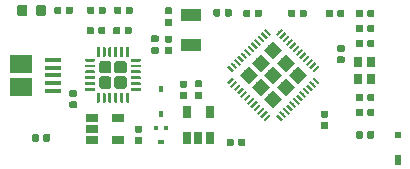
<source format=gbr>
G04 #@! TF.GenerationSoftware,KiCad,Pcbnew,(5.0.0)*
G04 #@! TF.CreationDate,2018-11-03T02:03:19-06:00*
G04 #@! TF.ProjectId,NRF52832 Base,4E5246353238333220426173652E6B69,rev?*
G04 #@! TF.SameCoordinates,Original*
G04 #@! TF.FileFunction,Paste,Top*
G04 #@! TF.FilePolarity,Positive*
%FSLAX46Y46*%
G04 Gerber Fmt 4.6, Leading zero omitted, Abs format (unit mm)*
G04 Created by KiCad (PCBNEW (5.0.0)) date 11/03/18 02:03:19*
%MOMM*%
%LPD*%
G01*
G04 APERTURE LIST*
%ADD10R,0.500000X0.900000*%
%ADD11R,0.500000X0.500000*%
%ADD12C,0.100000*%
%ADD13C,0.590000*%
%ADD14R,0.800000X0.900000*%
%ADD15R,1.800000X1.000000*%
%ADD16C,0.200000*%
%ADD17C,1.080000*%
%ADD18R,0.650000X1.060000*%
%ADD19C,0.875000*%
%ADD20R,1.900000X1.500000*%
%ADD21R,1.350000X0.400000*%
%ADD22R,1.060000X0.650000*%
%ADD23R,0.450000X0.600000*%
%ADD24R,0.400000X0.450000*%
%ADD25R,0.500000X0.450000*%
%ADD26C,1.050000*%
%ADD27C,0.250000*%
G04 APERTURE END LIST*
D10*
G04 #@! TO.C,AE1*
X144500000Y-96715000D03*
D11*
X144500000Y-94615000D03*
G04 #@! TD*
D12*
G04 #@! TO.C,C1*
G36*
X141431958Y-91120710D02*
X141446276Y-91122834D01*
X141460317Y-91126351D01*
X141473946Y-91131228D01*
X141487031Y-91137417D01*
X141499447Y-91144858D01*
X141511073Y-91153481D01*
X141521798Y-91163202D01*
X141531519Y-91173927D01*
X141540142Y-91185553D01*
X141547583Y-91197969D01*
X141553772Y-91211054D01*
X141558649Y-91224683D01*
X141562166Y-91238724D01*
X141564290Y-91253042D01*
X141565000Y-91267500D01*
X141565000Y-91612500D01*
X141564290Y-91626958D01*
X141562166Y-91641276D01*
X141558649Y-91655317D01*
X141553772Y-91668946D01*
X141547583Y-91682031D01*
X141540142Y-91694447D01*
X141531519Y-91706073D01*
X141521798Y-91716798D01*
X141511073Y-91726519D01*
X141499447Y-91735142D01*
X141487031Y-91742583D01*
X141473946Y-91748772D01*
X141460317Y-91753649D01*
X141446276Y-91757166D01*
X141431958Y-91759290D01*
X141417500Y-91760000D01*
X141122500Y-91760000D01*
X141108042Y-91759290D01*
X141093724Y-91757166D01*
X141079683Y-91753649D01*
X141066054Y-91748772D01*
X141052969Y-91742583D01*
X141040553Y-91735142D01*
X141028927Y-91726519D01*
X141018202Y-91716798D01*
X141008481Y-91706073D01*
X140999858Y-91694447D01*
X140992417Y-91682031D01*
X140986228Y-91668946D01*
X140981351Y-91655317D01*
X140977834Y-91641276D01*
X140975710Y-91626958D01*
X140975000Y-91612500D01*
X140975000Y-91267500D01*
X140975710Y-91253042D01*
X140977834Y-91238724D01*
X140981351Y-91224683D01*
X140986228Y-91211054D01*
X140992417Y-91197969D01*
X140999858Y-91185553D01*
X141008481Y-91173927D01*
X141018202Y-91163202D01*
X141028927Y-91153481D01*
X141040553Y-91144858D01*
X141052969Y-91137417D01*
X141066054Y-91131228D01*
X141079683Y-91126351D01*
X141093724Y-91122834D01*
X141108042Y-91120710D01*
X141122500Y-91120000D01*
X141417500Y-91120000D01*
X141431958Y-91120710D01*
X141431958Y-91120710D01*
G37*
D13*
X141270000Y-91440000D03*
D12*
G36*
X142401958Y-91120710D02*
X142416276Y-91122834D01*
X142430317Y-91126351D01*
X142443946Y-91131228D01*
X142457031Y-91137417D01*
X142469447Y-91144858D01*
X142481073Y-91153481D01*
X142491798Y-91163202D01*
X142501519Y-91173927D01*
X142510142Y-91185553D01*
X142517583Y-91197969D01*
X142523772Y-91211054D01*
X142528649Y-91224683D01*
X142532166Y-91238724D01*
X142534290Y-91253042D01*
X142535000Y-91267500D01*
X142535000Y-91612500D01*
X142534290Y-91626958D01*
X142532166Y-91641276D01*
X142528649Y-91655317D01*
X142523772Y-91668946D01*
X142517583Y-91682031D01*
X142510142Y-91694447D01*
X142501519Y-91706073D01*
X142491798Y-91716798D01*
X142481073Y-91726519D01*
X142469447Y-91735142D01*
X142457031Y-91742583D01*
X142443946Y-91748772D01*
X142430317Y-91753649D01*
X142416276Y-91757166D01*
X142401958Y-91759290D01*
X142387500Y-91760000D01*
X142092500Y-91760000D01*
X142078042Y-91759290D01*
X142063724Y-91757166D01*
X142049683Y-91753649D01*
X142036054Y-91748772D01*
X142022969Y-91742583D01*
X142010553Y-91735142D01*
X141998927Y-91726519D01*
X141988202Y-91716798D01*
X141978481Y-91706073D01*
X141969858Y-91694447D01*
X141962417Y-91682031D01*
X141956228Y-91668946D01*
X141951351Y-91655317D01*
X141947834Y-91641276D01*
X141945710Y-91626958D01*
X141945000Y-91612500D01*
X141945000Y-91267500D01*
X141945710Y-91253042D01*
X141947834Y-91238724D01*
X141951351Y-91224683D01*
X141956228Y-91211054D01*
X141962417Y-91197969D01*
X141969858Y-91185553D01*
X141978481Y-91173927D01*
X141988202Y-91163202D01*
X141998927Y-91153481D01*
X142010553Y-91144858D01*
X142022969Y-91137417D01*
X142036054Y-91131228D01*
X142049683Y-91126351D01*
X142063724Y-91122834D01*
X142078042Y-91120710D01*
X142092500Y-91120000D01*
X142387500Y-91120000D01*
X142401958Y-91120710D01*
X142401958Y-91120710D01*
G37*
D13*
X142240000Y-91440000D03*
G04 #@! TD*
D12*
G04 #@! TO.C,C2*
G36*
X142401958Y-86548710D02*
X142416276Y-86550834D01*
X142430317Y-86554351D01*
X142443946Y-86559228D01*
X142457031Y-86565417D01*
X142469447Y-86572858D01*
X142481073Y-86581481D01*
X142491798Y-86591202D01*
X142501519Y-86601927D01*
X142510142Y-86613553D01*
X142517583Y-86625969D01*
X142523772Y-86639054D01*
X142528649Y-86652683D01*
X142532166Y-86666724D01*
X142534290Y-86681042D01*
X142535000Y-86695500D01*
X142535000Y-87040500D01*
X142534290Y-87054958D01*
X142532166Y-87069276D01*
X142528649Y-87083317D01*
X142523772Y-87096946D01*
X142517583Y-87110031D01*
X142510142Y-87122447D01*
X142501519Y-87134073D01*
X142491798Y-87144798D01*
X142481073Y-87154519D01*
X142469447Y-87163142D01*
X142457031Y-87170583D01*
X142443946Y-87176772D01*
X142430317Y-87181649D01*
X142416276Y-87185166D01*
X142401958Y-87187290D01*
X142387500Y-87188000D01*
X142092500Y-87188000D01*
X142078042Y-87187290D01*
X142063724Y-87185166D01*
X142049683Y-87181649D01*
X142036054Y-87176772D01*
X142022969Y-87170583D01*
X142010553Y-87163142D01*
X141998927Y-87154519D01*
X141988202Y-87144798D01*
X141978481Y-87134073D01*
X141969858Y-87122447D01*
X141962417Y-87110031D01*
X141956228Y-87096946D01*
X141951351Y-87083317D01*
X141947834Y-87069276D01*
X141945710Y-87054958D01*
X141945000Y-87040500D01*
X141945000Y-86695500D01*
X141945710Y-86681042D01*
X141947834Y-86666724D01*
X141951351Y-86652683D01*
X141956228Y-86639054D01*
X141962417Y-86625969D01*
X141969858Y-86613553D01*
X141978481Y-86601927D01*
X141988202Y-86591202D01*
X141998927Y-86581481D01*
X142010553Y-86572858D01*
X142022969Y-86565417D01*
X142036054Y-86559228D01*
X142049683Y-86554351D01*
X142063724Y-86550834D01*
X142078042Y-86548710D01*
X142092500Y-86548000D01*
X142387500Y-86548000D01*
X142401958Y-86548710D01*
X142401958Y-86548710D01*
G37*
D13*
X142240000Y-86868000D03*
D12*
G36*
X141431958Y-86548710D02*
X141446276Y-86550834D01*
X141460317Y-86554351D01*
X141473946Y-86559228D01*
X141487031Y-86565417D01*
X141499447Y-86572858D01*
X141511073Y-86581481D01*
X141521798Y-86591202D01*
X141531519Y-86601927D01*
X141540142Y-86613553D01*
X141547583Y-86625969D01*
X141553772Y-86639054D01*
X141558649Y-86652683D01*
X141562166Y-86666724D01*
X141564290Y-86681042D01*
X141565000Y-86695500D01*
X141565000Y-87040500D01*
X141564290Y-87054958D01*
X141562166Y-87069276D01*
X141558649Y-87083317D01*
X141553772Y-87096946D01*
X141547583Y-87110031D01*
X141540142Y-87122447D01*
X141531519Y-87134073D01*
X141521798Y-87144798D01*
X141511073Y-87154519D01*
X141499447Y-87163142D01*
X141487031Y-87170583D01*
X141473946Y-87176772D01*
X141460317Y-87181649D01*
X141446276Y-87185166D01*
X141431958Y-87187290D01*
X141417500Y-87188000D01*
X141122500Y-87188000D01*
X141108042Y-87187290D01*
X141093724Y-87185166D01*
X141079683Y-87181649D01*
X141066054Y-87176772D01*
X141052969Y-87170583D01*
X141040553Y-87163142D01*
X141028927Y-87154519D01*
X141018202Y-87144798D01*
X141008481Y-87134073D01*
X140999858Y-87122447D01*
X140992417Y-87110031D01*
X140986228Y-87096946D01*
X140981351Y-87083317D01*
X140977834Y-87069276D01*
X140975710Y-87054958D01*
X140975000Y-87040500D01*
X140975000Y-86695500D01*
X140975710Y-86681042D01*
X140977834Y-86666724D01*
X140981351Y-86652683D01*
X140986228Y-86639054D01*
X140992417Y-86625969D01*
X140999858Y-86613553D01*
X141008481Y-86601927D01*
X141018202Y-86591202D01*
X141028927Y-86581481D01*
X141040553Y-86572858D01*
X141052969Y-86565417D01*
X141066054Y-86559228D01*
X141079683Y-86554351D01*
X141093724Y-86550834D01*
X141108042Y-86548710D01*
X141122500Y-86548000D01*
X141417500Y-86548000D01*
X141431958Y-86548710D01*
X141431958Y-86548710D01*
G37*
D13*
X141270000Y-86868000D03*
G04 #@! TD*
D12*
G04 #@! TO.C,C3*
G36*
X138489958Y-92565710D02*
X138504276Y-92567834D01*
X138518317Y-92571351D01*
X138531946Y-92576228D01*
X138545031Y-92582417D01*
X138557447Y-92589858D01*
X138569073Y-92598481D01*
X138579798Y-92608202D01*
X138589519Y-92618927D01*
X138598142Y-92630553D01*
X138605583Y-92642969D01*
X138611772Y-92656054D01*
X138616649Y-92669683D01*
X138620166Y-92683724D01*
X138622290Y-92698042D01*
X138623000Y-92712500D01*
X138623000Y-93007500D01*
X138622290Y-93021958D01*
X138620166Y-93036276D01*
X138616649Y-93050317D01*
X138611772Y-93063946D01*
X138605583Y-93077031D01*
X138598142Y-93089447D01*
X138589519Y-93101073D01*
X138579798Y-93111798D01*
X138569073Y-93121519D01*
X138557447Y-93130142D01*
X138545031Y-93137583D01*
X138531946Y-93143772D01*
X138518317Y-93148649D01*
X138504276Y-93152166D01*
X138489958Y-93154290D01*
X138475500Y-93155000D01*
X138130500Y-93155000D01*
X138116042Y-93154290D01*
X138101724Y-93152166D01*
X138087683Y-93148649D01*
X138074054Y-93143772D01*
X138060969Y-93137583D01*
X138048553Y-93130142D01*
X138036927Y-93121519D01*
X138026202Y-93111798D01*
X138016481Y-93101073D01*
X138007858Y-93089447D01*
X138000417Y-93077031D01*
X137994228Y-93063946D01*
X137989351Y-93050317D01*
X137985834Y-93036276D01*
X137983710Y-93021958D01*
X137983000Y-93007500D01*
X137983000Y-92712500D01*
X137983710Y-92698042D01*
X137985834Y-92683724D01*
X137989351Y-92669683D01*
X137994228Y-92656054D01*
X138000417Y-92642969D01*
X138007858Y-92630553D01*
X138016481Y-92618927D01*
X138026202Y-92608202D01*
X138036927Y-92598481D01*
X138048553Y-92589858D01*
X138060969Y-92582417D01*
X138074054Y-92576228D01*
X138087683Y-92571351D01*
X138101724Y-92567834D01*
X138116042Y-92565710D01*
X138130500Y-92565000D01*
X138475500Y-92565000D01*
X138489958Y-92565710D01*
X138489958Y-92565710D01*
G37*
D13*
X138303000Y-92860000D03*
D12*
G36*
X138489958Y-93535710D02*
X138504276Y-93537834D01*
X138518317Y-93541351D01*
X138531946Y-93546228D01*
X138545031Y-93552417D01*
X138557447Y-93559858D01*
X138569073Y-93568481D01*
X138579798Y-93578202D01*
X138589519Y-93588927D01*
X138598142Y-93600553D01*
X138605583Y-93612969D01*
X138611772Y-93626054D01*
X138616649Y-93639683D01*
X138620166Y-93653724D01*
X138622290Y-93668042D01*
X138623000Y-93682500D01*
X138623000Y-93977500D01*
X138622290Y-93991958D01*
X138620166Y-94006276D01*
X138616649Y-94020317D01*
X138611772Y-94033946D01*
X138605583Y-94047031D01*
X138598142Y-94059447D01*
X138589519Y-94071073D01*
X138579798Y-94081798D01*
X138569073Y-94091519D01*
X138557447Y-94100142D01*
X138545031Y-94107583D01*
X138531946Y-94113772D01*
X138518317Y-94118649D01*
X138504276Y-94122166D01*
X138489958Y-94124290D01*
X138475500Y-94125000D01*
X138130500Y-94125000D01*
X138116042Y-94124290D01*
X138101724Y-94122166D01*
X138087683Y-94118649D01*
X138074054Y-94113772D01*
X138060969Y-94107583D01*
X138048553Y-94100142D01*
X138036927Y-94091519D01*
X138026202Y-94081798D01*
X138016481Y-94071073D01*
X138007858Y-94059447D01*
X138000417Y-94047031D01*
X137994228Y-94033946D01*
X137989351Y-94020317D01*
X137985834Y-94006276D01*
X137983710Y-93991958D01*
X137983000Y-93977500D01*
X137983000Y-93682500D01*
X137983710Y-93668042D01*
X137985834Y-93653724D01*
X137989351Y-93639683D01*
X137994228Y-93626054D01*
X138000417Y-93612969D01*
X138007858Y-93600553D01*
X138016481Y-93588927D01*
X138026202Y-93578202D01*
X138036927Y-93568481D01*
X138048553Y-93559858D01*
X138060969Y-93552417D01*
X138074054Y-93546228D01*
X138087683Y-93541351D01*
X138101724Y-93537834D01*
X138116042Y-93535710D01*
X138130500Y-93535000D01*
X138475500Y-93535000D01*
X138489958Y-93535710D01*
X138489958Y-93535710D01*
G37*
D13*
X138303000Y-93830000D03*
G04 #@! TD*
D12*
G04 #@! TO.C,C4*
G36*
X129366958Y-83957910D02*
X129381276Y-83960034D01*
X129395317Y-83963551D01*
X129408946Y-83968428D01*
X129422031Y-83974617D01*
X129434447Y-83982058D01*
X129446073Y-83990681D01*
X129456798Y-84000402D01*
X129466519Y-84011127D01*
X129475142Y-84022753D01*
X129482583Y-84035169D01*
X129488772Y-84048254D01*
X129493649Y-84061883D01*
X129497166Y-84075924D01*
X129499290Y-84090242D01*
X129500000Y-84104700D01*
X129500000Y-84449700D01*
X129499290Y-84464158D01*
X129497166Y-84478476D01*
X129493649Y-84492517D01*
X129488772Y-84506146D01*
X129482583Y-84519231D01*
X129475142Y-84531647D01*
X129466519Y-84543273D01*
X129456798Y-84553998D01*
X129446073Y-84563719D01*
X129434447Y-84572342D01*
X129422031Y-84579783D01*
X129408946Y-84585972D01*
X129395317Y-84590849D01*
X129381276Y-84594366D01*
X129366958Y-84596490D01*
X129352500Y-84597200D01*
X129057500Y-84597200D01*
X129043042Y-84596490D01*
X129028724Y-84594366D01*
X129014683Y-84590849D01*
X129001054Y-84585972D01*
X128987969Y-84579783D01*
X128975553Y-84572342D01*
X128963927Y-84563719D01*
X128953202Y-84553998D01*
X128943481Y-84543273D01*
X128934858Y-84531647D01*
X128927417Y-84519231D01*
X128921228Y-84506146D01*
X128916351Y-84492517D01*
X128912834Y-84478476D01*
X128910710Y-84464158D01*
X128910000Y-84449700D01*
X128910000Y-84104700D01*
X128910710Y-84090242D01*
X128912834Y-84075924D01*
X128916351Y-84061883D01*
X128921228Y-84048254D01*
X128927417Y-84035169D01*
X128934858Y-84022753D01*
X128943481Y-84011127D01*
X128953202Y-84000402D01*
X128963927Y-83990681D01*
X128975553Y-83982058D01*
X128987969Y-83974617D01*
X129001054Y-83968428D01*
X129014683Y-83963551D01*
X129028724Y-83960034D01*
X129043042Y-83957910D01*
X129057500Y-83957200D01*
X129352500Y-83957200D01*
X129366958Y-83957910D01*
X129366958Y-83957910D01*
G37*
D13*
X129205000Y-84277200D03*
D12*
G36*
X130336958Y-83957910D02*
X130351276Y-83960034D01*
X130365317Y-83963551D01*
X130378946Y-83968428D01*
X130392031Y-83974617D01*
X130404447Y-83982058D01*
X130416073Y-83990681D01*
X130426798Y-84000402D01*
X130436519Y-84011127D01*
X130445142Y-84022753D01*
X130452583Y-84035169D01*
X130458772Y-84048254D01*
X130463649Y-84061883D01*
X130467166Y-84075924D01*
X130469290Y-84090242D01*
X130470000Y-84104700D01*
X130470000Y-84449700D01*
X130469290Y-84464158D01*
X130467166Y-84478476D01*
X130463649Y-84492517D01*
X130458772Y-84506146D01*
X130452583Y-84519231D01*
X130445142Y-84531647D01*
X130436519Y-84543273D01*
X130426798Y-84553998D01*
X130416073Y-84563719D01*
X130404447Y-84572342D01*
X130392031Y-84579783D01*
X130378946Y-84585972D01*
X130365317Y-84590849D01*
X130351276Y-84594366D01*
X130336958Y-84596490D01*
X130322500Y-84597200D01*
X130027500Y-84597200D01*
X130013042Y-84596490D01*
X129998724Y-84594366D01*
X129984683Y-84590849D01*
X129971054Y-84585972D01*
X129957969Y-84579783D01*
X129945553Y-84572342D01*
X129933927Y-84563719D01*
X129923202Y-84553998D01*
X129913481Y-84543273D01*
X129904858Y-84531647D01*
X129897417Y-84519231D01*
X129891228Y-84506146D01*
X129886351Y-84492517D01*
X129882834Y-84478476D01*
X129880710Y-84464158D01*
X129880000Y-84449700D01*
X129880000Y-84104700D01*
X129880710Y-84090242D01*
X129882834Y-84075924D01*
X129886351Y-84061883D01*
X129891228Y-84048254D01*
X129897417Y-84035169D01*
X129904858Y-84022753D01*
X129913481Y-84011127D01*
X129923202Y-84000402D01*
X129933927Y-83990681D01*
X129945553Y-83982058D01*
X129957969Y-83974617D01*
X129971054Y-83968428D01*
X129984683Y-83963551D01*
X129998724Y-83960034D01*
X130013042Y-83957910D01*
X130027500Y-83957200D01*
X130322500Y-83957200D01*
X130336958Y-83957910D01*
X130336958Y-83957910D01*
G37*
D13*
X130175000Y-84277200D03*
G04 #@! TD*
D12*
G04 #@! TO.C,C5*
G36*
X127821958Y-90972710D02*
X127836276Y-90974834D01*
X127850317Y-90978351D01*
X127863946Y-90983228D01*
X127877031Y-90989417D01*
X127889447Y-90996858D01*
X127901073Y-91005481D01*
X127911798Y-91015202D01*
X127921519Y-91025927D01*
X127930142Y-91037553D01*
X127937583Y-91049969D01*
X127943772Y-91063054D01*
X127948649Y-91076683D01*
X127952166Y-91090724D01*
X127954290Y-91105042D01*
X127955000Y-91119500D01*
X127955000Y-91414500D01*
X127954290Y-91428958D01*
X127952166Y-91443276D01*
X127948649Y-91457317D01*
X127943772Y-91470946D01*
X127937583Y-91484031D01*
X127930142Y-91496447D01*
X127921519Y-91508073D01*
X127911798Y-91518798D01*
X127901073Y-91528519D01*
X127889447Y-91537142D01*
X127877031Y-91544583D01*
X127863946Y-91550772D01*
X127850317Y-91555649D01*
X127836276Y-91559166D01*
X127821958Y-91561290D01*
X127807500Y-91562000D01*
X127462500Y-91562000D01*
X127448042Y-91561290D01*
X127433724Y-91559166D01*
X127419683Y-91555649D01*
X127406054Y-91550772D01*
X127392969Y-91544583D01*
X127380553Y-91537142D01*
X127368927Y-91528519D01*
X127358202Y-91518798D01*
X127348481Y-91508073D01*
X127339858Y-91496447D01*
X127332417Y-91484031D01*
X127326228Y-91470946D01*
X127321351Y-91457317D01*
X127317834Y-91443276D01*
X127315710Y-91428958D01*
X127315000Y-91414500D01*
X127315000Y-91119500D01*
X127315710Y-91105042D01*
X127317834Y-91090724D01*
X127321351Y-91076683D01*
X127326228Y-91063054D01*
X127332417Y-91049969D01*
X127339858Y-91037553D01*
X127348481Y-91025927D01*
X127358202Y-91015202D01*
X127368927Y-91005481D01*
X127380553Y-90996858D01*
X127392969Y-90989417D01*
X127406054Y-90983228D01*
X127419683Y-90978351D01*
X127433724Y-90974834D01*
X127448042Y-90972710D01*
X127462500Y-90972000D01*
X127807500Y-90972000D01*
X127821958Y-90972710D01*
X127821958Y-90972710D01*
G37*
D13*
X127635000Y-91267000D03*
D12*
G36*
X127821958Y-90002710D02*
X127836276Y-90004834D01*
X127850317Y-90008351D01*
X127863946Y-90013228D01*
X127877031Y-90019417D01*
X127889447Y-90026858D01*
X127901073Y-90035481D01*
X127911798Y-90045202D01*
X127921519Y-90055927D01*
X127930142Y-90067553D01*
X127937583Y-90079969D01*
X127943772Y-90093054D01*
X127948649Y-90106683D01*
X127952166Y-90120724D01*
X127954290Y-90135042D01*
X127955000Y-90149500D01*
X127955000Y-90444500D01*
X127954290Y-90458958D01*
X127952166Y-90473276D01*
X127948649Y-90487317D01*
X127943772Y-90500946D01*
X127937583Y-90514031D01*
X127930142Y-90526447D01*
X127921519Y-90538073D01*
X127911798Y-90548798D01*
X127901073Y-90558519D01*
X127889447Y-90567142D01*
X127877031Y-90574583D01*
X127863946Y-90580772D01*
X127850317Y-90585649D01*
X127836276Y-90589166D01*
X127821958Y-90591290D01*
X127807500Y-90592000D01*
X127462500Y-90592000D01*
X127448042Y-90591290D01*
X127433724Y-90589166D01*
X127419683Y-90585649D01*
X127406054Y-90580772D01*
X127392969Y-90574583D01*
X127380553Y-90567142D01*
X127368927Y-90558519D01*
X127358202Y-90548798D01*
X127348481Y-90538073D01*
X127339858Y-90526447D01*
X127332417Y-90514031D01*
X127326228Y-90500946D01*
X127321351Y-90487317D01*
X127317834Y-90473276D01*
X127315710Y-90458958D01*
X127315000Y-90444500D01*
X127315000Y-90149500D01*
X127315710Y-90135042D01*
X127317834Y-90120724D01*
X127321351Y-90106683D01*
X127326228Y-90093054D01*
X127332417Y-90079969D01*
X127339858Y-90067553D01*
X127348481Y-90055927D01*
X127358202Y-90045202D01*
X127368927Y-90035481D01*
X127380553Y-90026858D01*
X127392969Y-90019417D01*
X127406054Y-90013228D01*
X127419683Y-90008351D01*
X127433724Y-90004834D01*
X127448042Y-90002710D01*
X127462500Y-90002000D01*
X127807500Y-90002000D01*
X127821958Y-90002710D01*
X127821958Y-90002710D01*
G37*
D13*
X127635000Y-90297000D03*
G04 #@! TD*
D12*
G04 #@! TO.C,C7*
G36*
X142401958Y-92390710D02*
X142416276Y-92392834D01*
X142430317Y-92396351D01*
X142443946Y-92401228D01*
X142457031Y-92407417D01*
X142469447Y-92414858D01*
X142481073Y-92423481D01*
X142491798Y-92433202D01*
X142501519Y-92443927D01*
X142510142Y-92455553D01*
X142517583Y-92467969D01*
X142523772Y-92481054D01*
X142528649Y-92494683D01*
X142532166Y-92508724D01*
X142534290Y-92523042D01*
X142535000Y-92537500D01*
X142535000Y-92882500D01*
X142534290Y-92896958D01*
X142532166Y-92911276D01*
X142528649Y-92925317D01*
X142523772Y-92938946D01*
X142517583Y-92952031D01*
X142510142Y-92964447D01*
X142501519Y-92976073D01*
X142491798Y-92986798D01*
X142481073Y-92996519D01*
X142469447Y-93005142D01*
X142457031Y-93012583D01*
X142443946Y-93018772D01*
X142430317Y-93023649D01*
X142416276Y-93027166D01*
X142401958Y-93029290D01*
X142387500Y-93030000D01*
X142092500Y-93030000D01*
X142078042Y-93029290D01*
X142063724Y-93027166D01*
X142049683Y-93023649D01*
X142036054Y-93018772D01*
X142022969Y-93012583D01*
X142010553Y-93005142D01*
X141998927Y-92996519D01*
X141988202Y-92986798D01*
X141978481Y-92976073D01*
X141969858Y-92964447D01*
X141962417Y-92952031D01*
X141956228Y-92938946D01*
X141951351Y-92925317D01*
X141947834Y-92911276D01*
X141945710Y-92896958D01*
X141945000Y-92882500D01*
X141945000Y-92537500D01*
X141945710Y-92523042D01*
X141947834Y-92508724D01*
X141951351Y-92494683D01*
X141956228Y-92481054D01*
X141962417Y-92467969D01*
X141969858Y-92455553D01*
X141978481Y-92443927D01*
X141988202Y-92433202D01*
X141998927Y-92423481D01*
X142010553Y-92414858D01*
X142022969Y-92407417D01*
X142036054Y-92401228D01*
X142049683Y-92396351D01*
X142063724Y-92392834D01*
X142078042Y-92390710D01*
X142092500Y-92390000D01*
X142387500Y-92390000D01*
X142401958Y-92390710D01*
X142401958Y-92390710D01*
G37*
D13*
X142240000Y-92710000D03*
D12*
G36*
X141431958Y-92390710D02*
X141446276Y-92392834D01*
X141460317Y-92396351D01*
X141473946Y-92401228D01*
X141487031Y-92407417D01*
X141499447Y-92414858D01*
X141511073Y-92423481D01*
X141521798Y-92433202D01*
X141531519Y-92443927D01*
X141540142Y-92455553D01*
X141547583Y-92467969D01*
X141553772Y-92481054D01*
X141558649Y-92494683D01*
X141562166Y-92508724D01*
X141564290Y-92523042D01*
X141565000Y-92537500D01*
X141565000Y-92882500D01*
X141564290Y-92896958D01*
X141562166Y-92911276D01*
X141558649Y-92925317D01*
X141553772Y-92938946D01*
X141547583Y-92952031D01*
X141540142Y-92964447D01*
X141531519Y-92976073D01*
X141521798Y-92986798D01*
X141511073Y-92996519D01*
X141499447Y-93005142D01*
X141487031Y-93012583D01*
X141473946Y-93018772D01*
X141460317Y-93023649D01*
X141446276Y-93027166D01*
X141431958Y-93029290D01*
X141417500Y-93030000D01*
X141122500Y-93030000D01*
X141108042Y-93029290D01*
X141093724Y-93027166D01*
X141079683Y-93023649D01*
X141066054Y-93018772D01*
X141052969Y-93012583D01*
X141040553Y-93005142D01*
X141028927Y-92996519D01*
X141018202Y-92986798D01*
X141008481Y-92976073D01*
X140999858Y-92964447D01*
X140992417Y-92952031D01*
X140986228Y-92938946D01*
X140981351Y-92925317D01*
X140977834Y-92911276D01*
X140975710Y-92896958D01*
X140975000Y-92882500D01*
X140975000Y-92537500D01*
X140975710Y-92523042D01*
X140977834Y-92508724D01*
X140981351Y-92494683D01*
X140986228Y-92481054D01*
X140992417Y-92467969D01*
X140999858Y-92455553D01*
X141008481Y-92443927D01*
X141018202Y-92433202D01*
X141028927Y-92423481D01*
X141040553Y-92414858D01*
X141052969Y-92407417D01*
X141066054Y-92401228D01*
X141079683Y-92396351D01*
X141093724Y-92392834D01*
X141108042Y-92390710D01*
X141122500Y-92390000D01*
X141417500Y-92390000D01*
X141431958Y-92390710D01*
X141431958Y-92390710D01*
G37*
D13*
X141270000Y-92710000D03*
G04 #@! TD*
D12*
G04 #@! TO.C,C8*
G36*
X139886958Y-87970710D02*
X139901276Y-87972834D01*
X139915317Y-87976351D01*
X139928946Y-87981228D01*
X139942031Y-87987417D01*
X139954447Y-87994858D01*
X139966073Y-88003481D01*
X139976798Y-88013202D01*
X139986519Y-88023927D01*
X139995142Y-88035553D01*
X140002583Y-88047969D01*
X140008772Y-88061054D01*
X140013649Y-88074683D01*
X140017166Y-88088724D01*
X140019290Y-88103042D01*
X140020000Y-88117500D01*
X140020000Y-88412500D01*
X140019290Y-88426958D01*
X140017166Y-88441276D01*
X140013649Y-88455317D01*
X140008772Y-88468946D01*
X140002583Y-88482031D01*
X139995142Y-88494447D01*
X139986519Y-88506073D01*
X139976798Y-88516798D01*
X139966073Y-88526519D01*
X139954447Y-88535142D01*
X139942031Y-88542583D01*
X139928946Y-88548772D01*
X139915317Y-88553649D01*
X139901276Y-88557166D01*
X139886958Y-88559290D01*
X139872500Y-88560000D01*
X139527500Y-88560000D01*
X139513042Y-88559290D01*
X139498724Y-88557166D01*
X139484683Y-88553649D01*
X139471054Y-88548772D01*
X139457969Y-88542583D01*
X139445553Y-88535142D01*
X139433927Y-88526519D01*
X139423202Y-88516798D01*
X139413481Y-88506073D01*
X139404858Y-88494447D01*
X139397417Y-88482031D01*
X139391228Y-88468946D01*
X139386351Y-88455317D01*
X139382834Y-88441276D01*
X139380710Y-88426958D01*
X139380000Y-88412500D01*
X139380000Y-88117500D01*
X139380710Y-88103042D01*
X139382834Y-88088724D01*
X139386351Y-88074683D01*
X139391228Y-88061054D01*
X139397417Y-88047969D01*
X139404858Y-88035553D01*
X139413481Y-88023927D01*
X139423202Y-88013202D01*
X139433927Y-88003481D01*
X139445553Y-87994858D01*
X139457969Y-87987417D01*
X139471054Y-87981228D01*
X139484683Y-87976351D01*
X139498724Y-87972834D01*
X139513042Y-87970710D01*
X139527500Y-87970000D01*
X139872500Y-87970000D01*
X139886958Y-87970710D01*
X139886958Y-87970710D01*
G37*
D13*
X139700000Y-88265000D03*
D12*
G36*
X139886958Y-87000710D02*
X139901276Y-87002834D01*
X139915317Y-87006351D01*
X139928946Y-87011228D01*
X139942031Y-87017417D01*
X139954447Y-87024858D01*
X139966073Y-87033481D01*
X139976798Y-87043202D01*
X139986519Y-87053927D01*
X139995142Y-87065553D01*
X140002583Y-87077969D01*
X140008772Y-87091054D01*
X140013649Y-87104683D01*
X140017166Y-87118724D01*
X140019290Y-87133042D01*
X140020000Y-87147500D01*
X140020000Y-87442500D01*
X140019290Y-87456958D01*
X140017166Y-87471276D01*
X140013649Y-87485317D01*
X140008772Y-87498946D01*
X140002583Y-87512031D01*
X139995142Y-87524447D01*
X139986519Y-87536073D01*
X139976798Y-87546798D01*
X139966073Y-87556519D01*
X139954447Y-87565142D01*
X139942031Y-87572583D01*
X139928946Y-87578772D01*
X139915317Y-87583649D01*
X139901276Y-87587166D01*
X139886958Y-87589290D01*
X139872500Y-87590000D01*
X139527500Y-87590000D01*
X139513042Y-87589290D01*
X139498724Y-87587166D01*
X139484683Y-87583649D01*
X139471054Y-87578772D01*
X139457969Y-87572583D01*
X139445553Y-87565142D01*
X139433927Y-87556519D01*
X139423202Y-87546798D01*
X139413481Y-87536073D01*
X139404858Y-87524447D01*
X139397417Y-87512031D01*
X139391228Y-87498946D01*
X139386351Y-87485317D01*
X139382834Y-87471276D01*
X139380710Y-87456958D01*
X139380000Y-87442500D01*
X139380000Y-87147500D01*
X139380710Y-87133042D01*
X139382834Y-87118724D01*
X139386351Y-87104683D01*
X139391228Y-87091054D01*
X139397417Y-87077969D01*
X139404858Y-87065553D01*
X139413481Y-87053927D01*
X139423202Y-87043202D01*
X139433927Y-87033481D01*
X139445553Y-87024858D01*
X139457969Y-87017417D01*
X139471054Y-87011228D01*
X139484683Y-87006351D01*
X139498724Y-87002834D01*
X139513042Y-87000710D01*
X139527500Y-87000000D01*
X139872500Y-87000000D01*
X139886958Y-87000710D01*
X139886958Y-87000710D01*
G37*
D13*
X139700000Y-87295000D03*
G04 #@! TD*
D12*
G04 #@! TO.C,C11*
G36*
X125281958Y-83825710D02*
X125296276Y-83827834D01*
X125310317Y-83831351D01*
X125323946Y-83836228D01*
X125337031Y-83842417D01*
X125349447Y-83849858D01*
X125361073Y-83858481D01*
X125371798Y-83868202D01*
X125381519Y-83878927D01*
X125390142Y-83890553D01*
X125397583Y-83902969D01*
X125403772Y-83916054D01*
X125408649Y-83929683D01*
X125412166Y-83943724D01*
X125414290Y-83958042D01*
X125415000Y-83972500D01*
X125415000Y-84267500D01*
X125414290Y-84281958D01*
X125412166Y-84296276D01*
X125408649Y-84310317D01*
X125403772Y-84323946D01*
X125397583Y-84337031D01*
X125390142Y-84349447D01*
X125381519Y-84361073D01*
X125371798Y-84371798D01*
X125361073Y-84381519D01*
X125349447Y-84390142D01*
X125337031Y-84397583D01*
X125323946Y-84403772D01*
X125310317Y-84408649D01*
X125296276Y-84412166D01*
X125281958Y-84414290D01*
X125267500Y-84415000D01*
X124922500Y-84415000D01*
X124908042Y-84414290D01*
X124893724Y-84412166D01*
X124879683Y-84408649D01*
X124866054Y-84403772D01*
X124852969Y-84397583D01*
X124840553Y-84390142D01*
X124828927Y-84381519D01*
X124818202Y-84371798D01*
X124808481Y-84361073D01*
X124799858Y-84349447D01*
X124792417Y-84337031D01*
X124786228Y-84323946D01*
X124781351Y-84310317D01*
X124777834Y-84296276D01*
X124775710Y-84281958D01*
X124775000Y-84267500D01*
X124775000Y-83972500D01*
X124775710Y-83958042D01*
X124777834Y-83943724D01*
X124781351Y-83929683D01*
X124786228Y-83916054D01*
X124792417Y-83902969D01*
X124799858Y-83890553D01*
X124808481Y-83878927D01*
X124818202Y-83868202D01*
X124828927Y-83858481D01*
X124840553Y-83849858D01*
X124852969Y-83842417D01*
X124866054Y-83836228D01*
X124879683Y-83831351D01*
X124893724Y-83827834D01*
X124908042Y-83825710D01*
X124922500Y-83825000D01*
X125267500Y-83825000D01*
X125281958Y-83825710D01*
X125281958Y-83825710D01*
G37*
D13*
X125095000Y-84120000D03*
D12*
G36*
X125281958Y-84795710D02*
X125296276Y-84797834D01*
X125310317Y-84801351D01*
X125323946Y-84806228D01*
X125337031Y-84812417D01*
X125349447Y-84819858D01*
X125361073Y-84828481D01*
X125371798Y-84838202D01*
X125381519Y-84848927D01*
X125390142Y-84860553D01*
X125397583Y-84872969D01*
X125403772Y-84886054D01*
X125408649Y-84899683D01*
X125412166Y-84913724D01*
X125414290Y-84928042D01*
X125415000Y-84942500D01*
X125415000Y-85237500D01*
X125414290Y-85251958D01*
X125412166Y-85266276D01*
X125408649Y-85280317D01*
X125403772Y-85293946D01*
X125397583Y-85307031D01*
X125390142Y-85319447D01*
X125381519Y-85331073D01*
X125371798Y-85341798D01*
X125361073Y-85351519D01*
X125349447Y-85360142D01*
X125337031Y-85367583D01*
X125323946Y-85373772D01*
X125310317Y-85378649D01*
X125296276Y-85382166D01*
X125281958Y-85384290D01*
X125267500Y-85385000D01*
X124922500Y-85385000D01*
X124908042Y-85384290D01*
X124893724Y-85382166D01*
X124879683Y-85378649D01*
X124866054Y-85373772D01*
X124852969Y-85367583D01*
X124840553Y-85360142D01*
X124828927Y-85351519D01*
X124818202Y-85341798D01*
X124808481Y-85331073D01*
X124799858Y-85319447D01*
X124792417Y-85307031D01*
X124786228Y-85293946D01*
X124781351Y-85280317D01*
X124777834Y-85266276D01*
X124775710Y-85251958D01*
X124775000Y-85237500D01*
X124775000Y-84942500D01*
X124775710Y-84928042D01*
X124777834Y-84913724D01*
X124781351Y-84899683D01*
X124786228Y-84886054D01*
X124792417Y-84872969D01*
X124799858Y-84860553D01*
X124808481Y-84848927D01*
X124818202Y-84838202D01*
X124828927Y-84828481D01*
X124840553Y-84819858D01*
X124852969Y-84812417D01*
X124866054Y-84806228D01*
X124879683Y-84801351D01*
X124893724Y-84797834D01*
X124908042Y-84795710D01*
X124922500Y-84795000D01*
X125267500Y-84795000D01*
X125281958Y-84795710D01*
X125281958Y-84795710D01*
G37*
D13*
X125095000Y-85090000D03*
G04 #@! TD*
D12*
G04 #@! TO.C,C12*
G36*
X125281958Y-86215710D02*
X125296276Y-86217834D01*
X125310317Y-86221351D01*
X125323946Y-86226228D01*
X125337031Y-86232417D01*
X125349447Y-86239858D01*
X125361073Y-86248481D01*
X125371798Y-86258202D01*
X125381519Y-86268927D01*
X125390142Y-86280553D01*
X125397583Y-86292969D01*
X125403772Y-86306054D01*
X125408649Y-86319683D01*
X125412166Y-86333724D01*
X125414290Y-86348042D01*
X125415000Y-86362500D01*
X125415000Y-86657500D01*
X125414290Y-86671958D01*
X125412166Y-86686276D01*
X125408649Y-86700317D01*
X125403772Y-86713946D01*
X125397583Y-86727031D01*
X125390142Y-86739447D01*
X125381519Y-86751073D01*
X125371798Y-86761798D01*
X125361073Y-86771519D01*
X125349447Y-86780142D01*
X125337031Y-86787583D01*
X125323946Y-86793772D01*
X125310317Y-86798649D01*
X125296276Y-86802166D01*
X125281958Y-86804290D01*
X125267500Y-86805000D01*
X124922500Y-86805000D01*
X124908042Y-86804290D01*
X124893724Y-86802166D01*
X124879683Y-86798649D01*
X124866054Y-86793772D01*
X124852969Y-86787583D01*
X124840553Y-86780142D01*
X124828927Y-86771519D01*
X124818202Y-86761798D01*
X124808481Y-86751073D01*
X124799858Y-86739447D01*
X124792417Y-86727031D01*
X124786228Y-86713946D01*
X124781351Y-86700317D01*
X124777834Y-86686276D01*
X124775710Y-86671958D01*
X124775000Y-86657500D01*
X124775000Y-86362500D01*
X124775710Y-86348042D01*
X124777834Y-86333724D01*
X124781351Y-86319683D01*
X124786228Y-86306054D01*
X124792417Y-86292969D01*
X124799858Y-86280553D01*
X124808481Y-86268927D01*
X124818202Y-86258202D01*
X124828927Y-86248481D01*
X124840553Y-86239858D01*
X124852969Y-86232417D01*
X124866054Y-86226228D01*
X124879683Y-86221351D01*
X124893724Y-86217834D01*
X124908042Y-86215710D01*
X124922500Y-86215000D01*
X125267500Y-86215000D01*
X125281958Y-86215710D01*
X125281958Y-86215710D01*
G37*
D13*
X125095000Y-86510000D03*
D12*
G36*
X125281958Y-87185710D02*
X125296276Y-87187834D01*
X125310317Y-87191351D01*
X125323946Y-87196228D01*
X125337031Y-87202417D01*
X125349447Y-87209858D01*
X125361073Y-87218481D01*
X125371798Y-87228202D01*
X125381519Y-87238927D01*
X125390142Y-87250553D01*
X125397583Y-87262969D01*
X125403772Y-87276054D01*
X125408649Y-87289683D01*
X125412166Y-87303724D01*
X125414290Y-87318042D01*
X125415000Y-87332500D01*
X125415000Y-87627500D01*
X125414290Y-87641958D01*
X125412166Y-87656276D01*
X125408649Y-87670317D01*
X125403772Y-87683946D01*
X125397583Y-87697031D01*
X125390142Y-87709447D01*
X125381519Y-87721073D01*
X125371798Y-87731798D01*
X125361073Y-87741519D01*
X125349447Y-87750142D01*
X125337031Y-87757583D01*
X125323946Y-87763772D01*
X125310317Y-87768649D01*
X125296276Y-87772166D01*
X125281958Y-87774290D01*
X125267500Y-87775000D01*
X124922500Y-87775000D01*
X124908042Y-87774290D01*
X124893724Y-87772166D01*
X124879683Y-87768649D01*
X124866054Y-87763772D01*
X124852969Y-87757583D01*
X124840553Y-87750142D01*
X124828927Y-87741519D01*
X124818202Y-87731798D01*
X124808481Y-87721073D01*
X124799858Y-87709447D01*
X124792417Y-87697031D01*
X124786228Y-87683946D01*
X124781351Y-87670317D01*
X124777834Y-87656276D01*
X124775710Y-87641958D01*
X124775000Y-87627500D01*
X124775000Y-87332500D01*
X124775710Y-87318042D01*
X124777834Y-87303724D01*
X124781351Y-87289683D01*
X124786228Y-87276054D01*
X124792417Y-87262969D01*
X124799858Y-87250553D01*
X124808481Y-87238927D01*
X124818202Y-87228202D01*
X124828927Y-87218481D01*
X124840553Y-87209858D01*
X124852969Y-87202417D01*
X124866054Y-87196228D01*
X124879683Y-87191351D01*
X124893724Y-87187834D01*
X124908042Y-87185710D01*
X124922500Y-87185000D01*
X125267500Y-87185000D01*
X125281958Y-87185710D01*
X125281958Y-87185710D01*
G37*
D13*
X125095000Y-87480000D03*
G04 #@! TD*
D12*
G04 #@! TO.C,L1*
G36*
X141431958Y-94295710D02*
X141446276Y-94297834D01*
X141460317Y-94301351D01*
X141473946Y-94306228D01*
X141487031Y-94312417D01*
X141499447Y-94319858D01*
X141511073Y-94328481D01*
X141521798Y-94338202D01*
X141531519Y-94348927D01*
X141540142Y-94360553D01*
X141547583Y-94372969D01*
X141553772Y-94386054D01*
X141558649Y-94399683D01*
X141562166Y-94413724D01*
X141564290Y-94428042D01*
X141565000Y-94442500D01*
X141565000Y-94787500D01*
X141564290Y-94801958D01*
X141562166Y-94816276D01*
X141558649Y-94830317D01*
X141553772Y-94843946D01*
X141547583Y-94857031D01*
X141540142Y-94869447D01*
X141531519Y-94881073D01*
X141521798Y-94891798D01*
X141511073Y-94901519D01*
X141499447Y-94910142D01*
X141487031Y-94917583D01*
X141473946Y-94923772D01*
X141460317Y-94928649D01*
X141446276Y-94932166D01*
X141431958Y-94934290D01*
X141417500Y-94935000D01*
X141122500Y-94935000D01*
X141108042Y-94934290D01*
X141093724Y-94932166D01*
X141079683Y-94928649D01*
X141066054Y-94923772D01*
X141052969Y-94917583D01*
X141040553Y-94910142D01*
X141028927Y-94901519D01*
X141018202Y-94891798D01*
X141008481Y-94881073D01*
X140999858Y-94869447D01*
X140992417Y-94857031D01*
X140986228Y-94843946D01*
X140981351Y-94830317D01*
X140977834Y-94816276D01*
X140975710Y-94801958D01*
X140975000Y-94787500D01*
X140975000Y-94442500D01*
X140975710Y-94428042D01*
X140977834Y-94413724D01*
X140981351Y-94399683D01*
X140986228Y-94386054D01*
X140992417Y-94372969D01*
X140999858Y-94360553D01*
X141008481Y-94348927D01*
X141018202Y-94338202D01*
X141028927Y-94328481D01*
X141040553Y-94319858D01*
X141052969Y-94312417D01*
X141066054Y-94306228D01*
X141079683Y-94301351D01*
X141093724Y-94297834D01*
X141108042Y-94295710D01*
X141122500Y-94295000D01*
X141417500Y-94295000D01*
X141431958Y-94295710D01*
X141431958Y-94295710D01*
G37*
D13*
X141270000Y-94615000D03*
D12*
G36*
X142401958Y-94295710D02*
X142416276Y-94297834D01*
X142430317Y-94301351D01*
X142443946Y-94306228D01*
X142457031Y-94312417D01*
X142469447Y-94319858D01*
X142481073Y-94328481D01*
X142491798Y-94338202D01*
X142501519Y-94348927D01*
X142510142Y-94360553D01*
X142517583Y-94372969D01*
X142523772Y-94386054D01*
X142528649Y-94399683D01*
X142532166Y-94413724D01*
X142534290Y-94428042D01*
X142535000Y-94442500D01*
X142535000Y-94787500D01*
X142534290Y-94801958D01*
X142532166Y-94816276D01*
X142528649Y-94830317D01*
X142523772Y-94843946D01*
X142517583Y-94857031D01*
X142510142Y-94869447D01*
X142501519Y-94881073D01*
X142491798Y-94891798D01*
X142481073Y-94901519D01*
X142469447Y-94910142D01*
X142457031Y-94917583D01*
X142443946Y-94923772D01*
X142430317Y-94928649D01*
X142416276Y-94932166D01*
X142401958Y-94934290D01*
X142387500Y-94935000D01*
X142092500Y-94935000D01*
X142078042Y-94934290D01*
X142063724Y-94932166D01*
X142049683Y-94928649D01*
X142036054Y-94923772D01*
X142022969Y-94917583D01*
X142010553Y-94910142D01*
X141998927Y-94901519D01*
X141988202Y-94891798D01*
X141978481Y-94881073D01*
X141969858Y-94869447D01*
X141962417Y-94857031D01*
X141956228Y-94843946D01*
X141951351Y-94830317D01*
X141947834Y-94816276D01*
X141945710Y-94801958D01*
X141945000Y-94787500D01*
X141945000Y-94442500D01*
X141945710Y-94428042D01*
X141947834Y-94413724D01*
X141951351Y-94399683D01*
X141956228Y-94386054D01*
X141962417Y-94372969D01*
X141969858Y-94360553D01*
X141978481Y-94348927D01*
X141988202Y-94338202D01*
X141998927Y-94328481D01*
X142010553Y-94319858D01*
X142022969Y-94312417D01*
X142036054Y-94306228D01*
X142049683Y-94301351D01*
X142063724Y-94297834D01*
X142078042Y-94295710D01*
X142092500Y-94295000D01*
X142387500Y-94295000D01*
X142401958Y-94295710D01*
X142401958Y-94295710D01*
G37*
D13*
X142240000Y-94615000D03*
G04 #@! TD*
D14*
G04 #@! TO.C,Y1*
X141140000Y-88454000D03*
X141140000Y-89854000D03*
X142240000Y-89854000D03*
X142240000Y-88454000D03*
G04 #@! TD*
D15*
G04 #@! TO.C,Y2*
X127000000Y-84475000D03*
X127000000Y-86975000D03*
G04 #@! TD*
D16*
G04 #@! TO.C,U1*
X133472348Y-85911078D03*
D12*
G36*
X133171828Y-85751979D02*
X133313249Y-85610558D01*
X133772868Y-86070177D01*
X133631447Y-86211598D01*
X133171828Y-85751979D01*
X133171828Y-85751979D01*
G37*
D16*
X133189505Y-86193920D03*
D12*
G36*
X132888985Y-86034821D02*
X133030406Y-85893400D01*
X133490025Y-86353019D01*
X133348604Y-86494440D01*
X132888985Y-86034821D01*
X132888985Y-86034821D01*
G37*
D16*
X132906662Y-86476763D03*
D12*
G36*
X132606142Y-86317664D02*
X132747563Y-86176243D01*
X133207182Y-86635862D01*
X133065761Y-86777283D01*
X132606142Y-86317664D01*
X132606142Y-86317664D01*
G37*
D16*
X132623819Y-86759606D03*
D12*
G36*
X132323299Y-86600507D02*
X132464720Y-86459086D01*
X132924339Y-86918705D01*
X132782918Y-87060126D01*
X132323299Y-86600507D01*
X132323299Y-86600507D01*
G37*
D16*
X132340977Y-87042449D03*
D12*
G36*
X132040457Y-86883350D02*
X132181878Y-86741929D01*
X132641497Y-87201548D01*
X132500076Y-87342969D01*
X132040457Y-86883350D01*
X132040457Y-86883350D01*
G37*
D16*
X132058134Y-87325291D03*
D12*
G36*
X131757614Y-87166192D02*
X131899035Y-87024771D01*
X132358654Y-87484390D01*
X132217233Y-87625811D01*
X131757614Y-87166192D01*
X131757614Y-87166192D01*
G37*
D16*
X131775291Y-87608134D03*
D12*
G36*
X131474771Y-87449035D02*
X131616192Y-87307614D01*
X132075811Y-87767233D01*
X131934390Y-87908654D01*
X131474771Y-87449035D01*
X131474771Y-87449035D01*
G37*
D16*
X131492449Y-87890977D03*
D12*
G36*
X131191929Y-87731878D02*
X131333350Y-87590457D01*
X131792969Y-88050076D01*
X131651548Y-88191497D01*
X131191929Y-87731878D01*
X131191929Y-87731878D01*
G37*
D16*
X131209606Y-88173819D03*
D12*
G36*
X130909086Y-88014720D02*
X131050507Y-87873299D01*
X131510126Y-88332918D01*
X131368705Y-88474339D01*
X130909086Y-88014720D01*
X130909086Y-88014720D01*
G37*
D16*
X130926763Y-88456662D03*
D12*
G36*
X130626243Y-88297563D02*
X130767664Y-88156142D01*
X131227283Y-88615761D01*
X131085862Y-88757182D01*
X130626243Y-88297563D01*
X130626243Y-88297563D01*
G37*
D16*
X130643920Y-88739505D03*
D12*
G36*
X130343400Y-88580406D02*
X130484821Y-88438985D01*
X130944440Y-88898604D01*
X130803019Y-89040025D01*
X130343400Y-88580406D01*
X130343400Y-88580406D01*
G37*
D16*
X130361078Y-89022348D03*
D12*
G36*
X130060558Y-88863249D02*
X130201979Y-88721828D01*
X130661598Y-89181447D01*
X130520177Y-89322868D01*
X130060558Y-88863249D01*
X130060558Y-88863249D01*
G37*
D16*
X130361078Y-90047652D03*
D12*
G36*
X130201979Y-90348172D02*
X130060558Y-90206751D01*
X130520177Y-89747132D01*
X130661598Y-89888553D01*
X130201979Y-90348172D01*
X130201979Y-90348172D01*
G37*
D16*
X130643920Y-90330495D03*
D12*
G36*
X130484821Y-90631015D02*
X130343400Y-90489594D01*
X130803019Y-90029975D01*
X130944440Y-90171396D01*
X130484821Y-90631015D01*
X130484821Y-90631015D01*
G37*
D16*
X130926763Y-90613338D03*
D12*
G36*
X130767664Y-90913858D02*
X130626243Y-90772437D01*
X131085862Y-90312818D01*
X131227283Y-90454239D01*
X130767664Y-90913858D01*
X130767664Y-90913858D01*
G37*
D16*
X131209606Y-90896181D03*
D12*
G36*
X131050507Y-91196701D02*
X130909086Y-91055280D01*
X131368705Y-90595661D01*
X131510126Y-90737082D01*
X131050507Y-91196701D01*
X131050507Y-91196701D01*
G37*
D16*
X131492449Y-91179023D03*
D12*
G36*
X131333350Y-91479543D02*
X131191929Y-91338122D01*
X131651548Y-90878503D01*
X131792969Y-91019924D01*
X131333350Y-91479543D01*
X131333350Y-91479543D01*
G37*
D16*
X131775291Y-91461866D03*
D12*
G36*
X131616192Y-91762386D02*
X131474771Y-91620965D01*
X131934390Y-91161346D01*
X132075811Y-91302767D01*
X131616192Y-91762386D01*
X131616192Y-91762386D01*
G37*
D16*
X132058134Y-91744709D03*
D12*
G36*
X131899035Y-92045229D02*
X131757614Y-91903808D01*
X132217233Y-91444189D01*
X132358654Y-91585610D01*
X131899035Y-92045229D01*
X131899035Y-92045229D01*
G37*
D16*
X132340977Y-92027551D03*
D12*
G36*
X132181878Y-92328071D02*
X132040457Y-92186650D01*
X132500076Y-91727031D01*
X132641497Y-91868452D01*
X132181878Y-92328071D01*
X132181878Y-92328071D01*
G37*
D16*
X132623819Y-92310394D03*
D12*
G36*
X132464720Y-92610914D02*
X132323299Y-92469493D01*
X132782918Y-92009874D01*
X132924339Y-92151295D01*
X132464720Y-92610914D01*
X132464720Y-92610914D01*
G37*
D16*
X132906662Y-92593237D03*
D12*
G36*
X132747563Y-92893757D02*
X132606142Y-92752336D01*
X133065761Y-92292717D01*
X133207182Y-92434138D01*
X132747563Y-92893757D01*
X132747563Y-92893757D01*
G37*
D16*
X133189505Y-92876080D03*
D12*
G36*
X133030406Y-93176600D02*
X132888985Y-93035179D01*
X133348604Y-92575560D01*
X133490025Y-92716981D01*
X133030406Y-93176600D01*
X133030406Y-93176600D01*
G37*
D16*
X133472348Y-93158922D03*
D12*
G36*
X133313249Y-93459442D02*
X133171828Y-93318021D01*
X133631447Y-92858402D01*
X133772868Y-92999823D01*
X133313249Y-93459442D01*
X133313249Y-93459442D01*
G37*
D16*
X134497652Y-93158922D03*
D12*
G36*
X134197132Y-92999823D02*
X134338553Y-92858402D01*
X134798172Y-93318021D01*
X134656751Y-93459442D01*
X134197132Y-92999823D01*
X134197132Y-92999823D01*
G37*
D16*
X134780495Y-92876080D03*
D12*
G36*
X134479975Y-92716981D02*
X134621396Y-92575560D01*
X135081015Y-93035179D01*
X134939594Y-93176600D01*
X134479975Y-92716981D01*
X134479975Y-92716981D01*
G37*
D16*
X135063338Y-92593237D03*
D12*
G36*
X134762818Y-92434138D02*
X134904239Y-92292717D01*
X135363858Y-92752336D01*
X135222437Y-92893757D01*
X134762818Y-92434138D01*
X134762818Y-92434138D01*
G37*
D16*
X135346181Y-92310394D03*
D12*
G36*
X135045661Y-92151295D02*
X135187082Y-92009874D01*
X135646701Y-92469493D01*
X135505280Y-92610914D01*
X135045661Y-92151295D01*
X135045661Y-92151295D01*
G37*
D16*
X135629023Y-92027551D03*
D12*
G36*
X135328503Y-91868452D02*
X135469924Y-91727031D01*
X135929543Y-92186650D01*
X135788122Y-92328071D01*
X135328503Y-91868452D01*
X135328503Y-91868452D01*
G37*
D16*
X135911866Y-91744709D03*
D12*
G36*
X135611346Y-91585610D02*
X135752767Y-91444189D01*
X136212386Y-91903808D01*
X136070965Y-92045229D01*
X135611346Y-91585610D01*
X135611346Y-91585610D01*
G37*
D16*
X136194709Y-91461866D03*
D12*
G36*
X135894189Y-91302767D02*
X136035610Y-91161346D01*
X136495229Y-91620965D01*
X136353808Y-91762386D01*
X135894189Y-91302767D01*
X135894189Y-91302767D01*
G37*
D16*
X136477551Y-91179023D03*
D12*
G36*
X136177031Y-91019924D02*
X136318452Y-90878503D01*
X136778071Y-91338122D01*
X136636650Y-91479543D01*
X136177031Y-91019924D01*
X136177031Y-91019924D01*
G37*
D16*
X136760394Y-90896181D03*
D12*
G36*
X136459874Y-90737082D02*
X136601295Y-90595661D01*
X137060914Y-91055280D01*
X136919493Y-91196701D01*
X136459874Y-90737082D01*
X136459874Y-90737082D01*
G37*
D16*
X137043237Y-90613338D03*
D12*
G36*
X136742717Y-90454239D02*
X136884138Y-90312818D01*
X137343757Y-90772437D01*
X137202336Y-90913858D01*
X136742717Y-90454239D01*
X136742717Y-90454239D01*
G37*
D16*
X137326080Y-90330495D03*
D12*
G36*
X137025560Y-90171396D02*
X137166981Y-90029975D01*
X137626600Y-90489594D01*
X137485179Y-90631015D01*
X137025560Y-90171396D01*
X137025560Y-90171396D01*
G37*
D16*
X137608922Y-90047652D03*
D12*
G36*
X137308402Y-89888553D02*
X137449823Y-89747132D01*
X137909442Y-90206751D01*
X137768021Y-90348172D01*
X137308402Y-89888553D01*
X137308402Y-89888553D01*
G37*
D16*
X137608922Y-89022348D03*
D12*
G36*
X137449823Y-89322868D02*
X137308402Y-89181447D01*
X137768021Y-88721828D01*
X137909442Y-88863249D01*
X137449823Y-89322868D01*
X137449823Y-89322868D01*
G37*
D16*
X137326080Y-88739505D03*
D12*
G36*
X137166981Y-89040025D02*
X137025560Y-88898604D01*
X137485179Y-88438985D01*
X137626600Y-88580406D01*
X137166981Y-89040025D01*
X137166981Y-89040025D01*
G37*
D16*
X137043237Y-88456662D03*
D12*
G36*
X136884138Y-88757182D02*
X136742717Y-88615761D01*
X137202336Y-88156142D01*
X137343757Y-88297563D01*
X136884138Y-88757182D01*
X136884138Y-88757182D01*
G37*
D16*
X136760394Y-88173819D03*
D12*
G36*
X136601295Y-88474339D02*
X136459874Y-88332918D01*
X136919493Y-87873299D01*
X137060914Y-88014720D01*
X136601295Y-88474339D01*
X136601295Y-88474339D01*
G37*
D16*
X136477551Y-87890977D03*
D12*
G36*
X136318452Y-88191497D02*
X136177031Y-88050076D01*
X136636650Y-87590457D01*
X136778071Y-87731878D01*
X136318452Y-88191497D01*
X136318452Y-88191497D01*
G37*
D16*
X136194709Y-87608134D03*
D12*
G36*
X136035610Y-87908654D02*
X135894189Y-87767233D01*
X136353808Y-87307614D01*
X136495229Y-87449035D01*
X136035610Y-87908654D01*
X136035610Y-87908654D01*
G37*
D16*
X135911866Y-87325291D03*
D12*
G36*
X135752767Y-87625811D02*
X135611346Y-87484390D01*
X136070965Y-87024771D01*
X136212386Y-87166192D01*
X135752767Y-87625811D01*
X135752767Y-87625811D01*
G37*
D16*
X135629023Y-87042449D03*
D12*
G36*
X135469924Y-87342969D02*
X135328503Y-87201548D01*
X135788122Y-86741929D01*
X135929543Y-86883350D01*
X135469924Y-87342969D01*
X135469924Y-87342969D01*
G37*
D16*
X135346181Y-86759606D03*
D12*
G36*
X135187082Y-87060126D02*
X135045661Y-86918705D01*
X135505280Y-86459086D01*
X135646701Y-86600507D01*
X135187082Y-87060126D01*
X135187082Y-87060126D01*
G37*
D16*
X135063338Y-86476763D03*
D12*
G36*
X134904239Y-86777283D02*
X134762818Y-86635862D01*
X135222437Y-86176243D01*
X135363858Y-86317664D01*
X134904239Y-86777283D01*
X134904239Y-86777283D01*
G37*
D16*
X134780495Y-86193920D03*
D12*
G36*
X134621396Y-86494440D02*
X134479975Y-86353019D01*
X134939594Y-85893400D01*
X135081015Y-86034821D01*
X134621396Y-86494440D01*
X134621396Y-86494440D01*
G37*
D16*
X134497652Y-85911078D03*
D12*
G36*
X134338553Y-86211598D02*
X134197132Y-86070177D01*
X134656751Y-85610558D01*
X134798172Y-85751979D01*
X134338553Y-86211598D01*
X134338553Y-86211598D01*
G37*
D17*
X133985000Y-87460820D03*
D12*
G36*
X133221325Y-87460820D02*
X133985000Y-86697145D01*
X134748675Y-87460820D01*
X133985000Y-88224495D01*
X133221325Y-87460820D01*
X133221325Y-87460820D01*
G37*
D17*
X132947910Y-88497910D03*
D12*
G36*
X132184235Y-88497910D02*
X132947910Y-87734235D01*
X133711585Y-88497910D01*
X132947910Y-89261585D01*
X132184235Y-88497910D01*
X132184235Y-88497910D01*
G37*
D17*
X131910820Y-89535000D03*
D12*
G36*
X131147145Y-89535000D02*
X131910820Y-88771325D01*
X132674495Y-89535000D01*
X131910820Y-90298675D01*
X131147145Y-89535000D01*
X131147145Y-89535000D01*
G37*
D17*
X135022090Y-88497910D03*
D12*
G36*
X134258415Y-88497910D02*
X135022090Y-87734235D01*
X135785765Y-88497910D01*
X135022090Y-89261585D01*
X134258415Y-88497910D01*
X134258415Y-88497910D01*
G37*
D17*
X133985000Y-89535000D03*
D12*
G36*
X133221325Y-89535000D02*
X133985000Y-88771325D01*
X134748675Y-89535000D01*
X133985000Y-90298675D01*
X133221325Y-89535000D01*
X133221325Y-89535000D01*
G37*
D17*
X132947910Y-90572090D03*
D12*
G36*
X132184235Y-90572090D02*
X132947910Y-89808415D01*
X133711585Y-90572090D01*
X132947910Y-91335765D01*
X132184235Y-90572090D01*
X132184235Y-90572090D01*
G37*
D17*
X136059180Y-89535000D03*
D12*
G36*
X135295505Y-89535000D02*
X136059180Y-88771325D01*
X136822855Y-89535000D01*
X136059180Y-90298675D01*
X135295505Y-89535000D01*
X135295505Y-89535000D01*
G37*
D17*
X135022090Y-90572090D03*
D12*
G36*
X134258415Y-90572090D02*
X135022090Y-89808415D01*
X135785765Y-90572090D01*
X135022090Y-91335765D01*
X134258415Y-90572090D01*
X134258415Y-90572090D01*
G37*
D17*
X133985000Y-91609180D03*
D12*
G36*
X133221325Y-91609180D02*
X133985000Y-90845505D01*
X134748675Y-91609180D01*
X133985000Y-92372855D01*
X133221325Y-91609180D01*
X133221325Y-91609180D01*
G37*
G04 #@! TD*
D18*
G04 #@! TO.C,U3*
X126685000Y-94869000D03*
X127635000Y-94869000D03*
X128585000Y-94869000D03*
X128585000Y-92669000D03*
X126685000Y-92669000D03*
G04 #@! TD*
D12*
G04 #@! TO.C,C13*
G36*
X141431958Y-84008710D02*
X141446276Y-84010834D01*
X141460317Y-84014351D01*
X141473946Y-84019228D01*
X141487031Y-84025417D01*
X141499447Y-84032858D01*
X141511073Y-84041481D01*
X141521798Y-84051202D01*
X141531519Y-84061927D01*
X141540142Y-84073553D01*
X141547583Y-84085969D01*
X141553772Y-84099054D01*
X141558649Y-84112683D01*
X141562166Y-84126724D01*
X141564290Y-84141042D01*
X141565000Y-84155500D01*
X141565000Y-84500500D01*
X141564290Y-84514958D01*
X141562166Y-84529276D01*
X141558649Y-84543317D01*
X141553772Y-84556946D01*
X141547583Y-84570031D01*
X141540142Y-84582447D01*
X141531519Y-84594073D01*
X141521798Y-84604798D01*
X141511073Y-84614519D01*
X141499447Y-84623142D01*
X141487031Y-84630583D01*
X141473946Y-84636772D01*
X141460317Y-84641649D01*
X141446276Y-84645166D01*
X141431958Y-84647290D01*
X141417500Y-84648000D01*
X141122500Y-84648000D01*
X141108042Y-84647290D01*
X141093724Y-84645166D01*
X141079683Y-84641649D01*
X141066054Y-84636772D01*
X141052969Y-84630583D01*
X141040553Y-84623142D01*
X141028927Y-84614519D01*
X141018202Y-84604798D01*
X141008481Y-84594073D01*
X140999858Y-84582447D01*
X140992417Y-84570031D01*
X140986228Y-84556946D01*
X140981351Y-84543317D01*
X140977834Y-84529276D01*
X140975710Y-84514958D01*
X140975000Y-84500500D01*
X140975000Y-84155500D01*
X140975710Y-84141042D01*
X140977834Y-84126724D01*
X140981351Y-84112683D01*
X140986228Y-84099054D01*
X140992417Y-84085969D01*
X140999858Y-84073553D01*
X141008481Y-84061927D01*
X141018202Y-84051202D01*
X141028927Y-84041481D01*
X141040553Y-84032858D01*
X141052969Y-84025417D01*
X141066054Y-84019228D01*
X141079683Y-84014351D01*
X141093724Y-84010834D01*
X141108042Y-84008710D01*
X141122500Y-84008000D01*
X141417500Y-84008000D01*
X141431958Y-84008710D01*
X141431958Y-84008710D01*
G37*
D13*
X141270000Y-84328000D03*
D12*
G36*
X142401958Y-84008710D02*
X142416276Y-84010834D01*
X142430317Y-84014351D01*
X142443946Y-84019228D01*
X142457031Y-84025417D01*
X142469447Y-84032858D01*
X142481073Y-84041481D01*
X142491798Y-84051202D01*
X142501519Y-84061927D01*
X142510142Y-84073553D01*
X142517583Y-84085969D01*
X142523772Y-84099054D01*
X142528649Y-84112683D01*
X142532166Y-84126724D01*
X142534290Y-84141042D01*
X142535000Y-84155500D01*
X142535000Y-84500500D01*
X142534290Y-84514958D01*
X142532166Y-84529276D01*
X142528649Y-84543317D01*
X142523772Y-84556946D01*
X142517583Y-84570031D01*
X142510142Y-84582447D01*
X142501519Y-84594073D01*
X142491798Y-84604798D01*
X142481073Y-84614519D01*
X142469447Y-84623142D01*
X142457031Y-84630583D01*
X142443946Y-84636772D01*
X142430317Y-84641649D01*
X142416276Y-84645166D01*
X142401958Y-84647290D01*
X142387500Y-84648000D01*
X142092500Y-84648000D01*
X142078042Y-84647290D01*
X142063724Y-84645166D01*
X142049683Y-84641649D01*
X142036054Y-84636772D01*
X142022969Y-84630583D01*
X142010553Y-84623142D01*
X141998927Y-84614519D01*
X141988202Y-84604798D01*
X141978481Y-84594073D01*
X141969858Y-84582447D01*
X141962417Y-84570031D01*
X141956228Y-84556946D01*
X141951351Y-84543317D01*
X141947834Y-84529276D01*
X141945710Y-84514958D01*
X141945000Y-84500500D01*
X141945000Y-84155500D01*
X141945710Y-84141042D01*
X141947834Y-84126724D01*
X141951351Y-84112683D01*
X141956228Y-84099054D01*
X141962417Y-84085969D01*
X141969858Y-84073553D01*
X141978481Y-84061927D01*
X141988202Y-84051202D01*
X141998927Y-84041481D01*
X142010553Y-84032858D01*
X142022969Y-84025417D01*
X142036054Y-84019228D01*
X142049683Y-84014351D01*
X142063724Y-84010834D01*
X142078042Y-84008710D01*
X142092500Y-84008000D01*
X142387500Y-84008000D01*
X142401958Y-84008710D01*
X142401958Y-84008710D01*
G37*
D13*
X142240000Y-84328000D03*
G04 #@! TD*
D12*
G04 #@! TO.C,R1*
G36*
X139861958Y-84008710D02*
X139876276Y-84010834D01*
X139890317Y-84014351D01*
X139903946Y-84019228D01*
X139917031Y-84025417D01*
X139929447Y-84032858D01*
X139941073Y-84041481D01*
X139951798Y-84051202D01*
X139961519Y-84061927D01*
X139970142Y-84073553D01*
X139977583Y-84085969D01*
X139983772Y-84099054D01*
X139988649Y-84112683D01*
X139992166Y-84126724D01*
X139994290Y-84141042D01*
X139995000Y-84155500D01*
X139995000Y-84500500D01*
X139994290Y-84514958D01*
X139992166Y-84529276D01*
X139988649Y-84543317D01*
X139983772Y-84556946D01*
X139977583Y-84570031D01*
X139970142Y-84582447D01*
X139961519Y-84594073D01*
X139951798Y-84604798D01*
X139941073Y-84614519D01*
X139929447Y-84623142D01*
X139917031Y-84630583D01*
X139903946Y-84636772D01*
X139890317Y-84641649D01*
X139876276Y-84645166D01*
X139861958Y-84647290D01*
X139847500Y-84648000D01*
X139552500Y-84648000D01*
X139538042Y-84647290D01*
X139523724Y-84645166D01*
X139509683Y-84641649D01*
X139496054Y-84636772D01*
X139482969Y-84630583D01*
X139470553Y-84623142D01*
X139458927Y-84614519D01*
X139448202Y-84604798D01*
X139438481Y-84594073D01*
X139429858Y-84582447D01*
X139422417Y-84570031D01*
X139416228Y-84556946D01*
X139411351Y-84543317D01*
X139407834Y-84529276D01*
X139405710Y-84514958D01*
X139405000Y-84500500D01*
X139405000Y-84155500D01*
X139405710Y-84141042D01*
X139407834Y-84126724D01*
X139411351Y-84112683D01*
X139416228Y-84099054D01*
X139422417Y-84085969D01*
X139429858Y-84073553D01*
X139438481Y-84061927D01*
X139448202Y-84051202D01*
X139458927Y-84041481D01*
X139470553Y-84032858D01*
X139482969Y-84025417D01*
X139496054Y-84019228D01*
X139509683Y-84014351D01*
X139523724Y-84010834D01*
X139538042Y-84008710D01*
X139552500Y-84008000D01*
X139847500Y-84008000D01*
X139861958Y-84008710D01*
X139861958Y-84008710D01*
G37*
D13*
X139700000Y-84328000D03*
D12*
G36*
X138891958Y-84008710D02*
X138906276Y-84010834D01*
X138920317Y-84014351D01*
X138933946Y-84019228D01*
X138947031Y-84025417D01*
X138959447Y-84032858D01*
X138971073Y-84041481D01*
X138981798Y-84051202D01*
X138991519Y-84061927D01*
X139000142Y-84073553D01*
X139007583Y-84085969D01*
X139013772Y-84099054D01*
X139018649Y-84112683D01*
X139022166Y-84126724D01*
X139024290Y-84141042D01*
X139025000Y-84155500D01*
X139025000Y-84500500D01*
X139024290Y-84514958D01*
X139022166Y-84529276D01*
X139018649Y-84543317D01*
X139013772Y-84556946D01*
X139007583Y-84570031D01*
X139000142Y-84582447D01*
X138991519Y-84594073D01*
X138981798Y-84604798D01*
X138971073Y-84614519D01*
X138959447Y-84623142D01*
X138947031Y-84630583D01*
X138933946Y-84636772D01*
X138920317Y-84641649D01*
X138906276Y-84645166D01*
X138891958Y-84647290D01*
X138877500Y-84648000D01*
X138582500Y-84648000D01*
X138568042Y-84647290D01*
X138553724Y-84645166D01*
X138539683Y-84641649D01*
X138526054Y-84636772D01*
X138512969Y-84630583D01*
X138500553Y-84623142D01*
X138488927Y-84614519D01*
X138478202Y-84604798D01*
X138468481Y-84594073D01*
X138459858Y-84582447D01*
X138452417Y-84570031D01*
X138446228Y-84556946D01*
X138441351Y-84543317D01*
X138437834Y-84529276D01*
X138435710Y-84514958D01*
X138435000Y-84500500D01*
X138435000Y-84155500D01*
X138435710Y-84141042D01*
X138437834Y-84126724D01*
X138441351Y-84112683D01*
X138446228Y-84099054D01*
X138452417Y-84085969D01*
X138459858Y-84073553D01*
X138468481Y-84061927D01*
X138478202Y-84051202D01*
X138488927Y-84041481D01*
X138500553Y-84032858D01*
X138512969Y-84025417D01*
X138526054Y-84019228D01*
X138539683Y-84014351D01*
X138553724Y-84010834D01*
X138568042Y-84008710D01*
X138582500Y-84008000D01*
X138877500Y-84008000D01*
X138891958Y-84008710D01*
X138891958Y-84008710D01*
G37*
D13*
X138730000Y-84328000D03*
G04 #@! TD*
D12*
G04 #@! TO.C,R2*
G36*
X141431958Y-85278710D02*
X141446276Y-85280834D01*
X141460317Y-85284351D01*
X141473946Y-85289228D01*
X141487031Y-85295417D01*
X141499447Y-85302858D01*
X141511073Y-85311481D01*
X141521798Y-85321202D01*
X141531519Y-85331927D01*
X141540142Y-85343553D01*
X141547583Y-85355969D01*
X141553772Y-85369054D01*
X141558649Y-85382683D01*
X141562166Y-85396724D01*
X141564290Y-85411042D01*
X141565000Y-85425500D01*
X141565000Y-85770500D01*
X141564290Y-85784958D01*
X141562166Y-85799276D01*
X141558649Y-85813317D01*
X141553772Y-85826946D01*
X141547583Y-85840031D01*
X141540142Y-85852447D01*
X141531519Y-85864073D01*
X141521798Y-85874798D01*
X141511073Y-85884519D01*
X141499447Y-85893142D01*
X141487031Y-85900583D01*
X141473946Y-85906772D01*
X141460317Y-85911649D01*
X141446276Y-85915166D01*
X141431958Y-85917290D01*
X141417500Y-85918000D01*
X141122500Y-85918000D01*
X141108042Y-85917290D01*
X141093724Y-85915166D01*
X141079683Y-85911649D01*
X141066054Y-85906772D01*
X141052969Y-85900583D01*
X141040553Y-85893142D01*
X141028927Y-85884519D01*
X141018202Y-85874798D01*
X141008481Y-85864073D01*
X140999858Y-85852447D01*
X140992417Y-85840031D01*
X140986228Y-85826946D01*
X140981351Y-85813317D01*
X140977834Y-85799276D01*
X140975710Y-85784958D01*
X140975000Y-85770500D01*
X140975000Y-85425500D01*
X140975710Y-85411042D01*
X140977834Y-85396724D01*
X140981351Y-85382683D01*
X140986228Y-85369054D01*
X140992417Y-85355969D01*
X140999858Y-85343553D01*
X141008481Y-85331927D01*
X141018202Y-85321202D01*
X141028927Y-85311481D01*
X141040553Y-85302858D01*
X141052969Y-85295417D01*
X141066054Y-85289228D01*
X141079683Y-85284351D01*
X141093724Y-85280834D01*
X141108042Y-85278710D01*
X141122500Y-85278000D01*
X141417500Y-85278000D01*
X141431958Y-85278710D01*
X141431958Y-85278710D01*
G37*
D13*
X141270000Y-85598000D03*
D12*
G36*
X142401958Y-85278710D02*
X142416276Y-85280834D01*
X142430317Y-85284351D01*
X142443946Y-85289228D01*
X142457031Y-85295417D01*
X142469447Y-85302858D01*
X142481073Y-85311481D01*
X142491798Y-85321202D01*
X142501519Y-85331927D01*
X142510142Y-85343553D01*
X142517583Y-85355969D01*
X142523772Y-85369054D01*
X142528649Y-85382683D01*
X142532166Y-85396724D01*
X142534290Y-85411042D01*
X142535000Y-85425500D01*
X142535000Y-85770500D01*
X142534290Y-85784958D01*
X142532166Y-85799276D01*
X142528649Y-85813317D01*
X142523772Y-85826946D01*
X142517583Y-85840031D01*
X142510142Y-85852447D01*
X142501519Y-85864073D01*
X142491798Y-85874798D01*
X142481073Y-85884519D01*
X142469447Y-85893142D01*
X142457031Y-85900583D01*
X142443946Y-85906772D01*
X142430317Y-85911649D01*
X142416276Y-85915166D01*
X142401958Y-85917290D01*
X142387500Y-85918000D01*
X142092500Y-85918000D01*
X142078042Y-85917290D01*
X142063724Y-85915166D01*
X142049683Y-85911649D01*
X142036054Y-85906772D01*
X142022969Y-85900583D01*
X142010553Y-85893142D01*
X141998927Y-85884519D01*
X141988202Y-85874798D01*
X141978481Y-85864073D01*
X141969858Y-85852447D01*
X141962417Y-85840031D01*
X141956228Y-85826946D01*
X141951351Y-85813317D01*
X141947834Y-85799276D01*
X141945710Y-85784958D01*
X141945000Y-85770500D01*
X141945000Y-85425500D01*
X141945710Y-85411042D01*
X141947834Y-85396724D01*
X141951351Y-85382683D01*
X141956228Y-85369054D01*
X141962417Y-85355969D01*
X141969858Y-85343553D01*
X141978481Y-85331927D01*
X141988202Y-85321202D01*
X141998927Y-85311481D01*
X142010553Y-85302858D01*
X142022969Y-85295417D01*
X142036054Y-85289228D01*
X142049683Y-85284351D01*
X142063724Y-85280834D01*
X142078042Y-85278710D01*
X142092500Y-85278000D01*
X142387500Y-85278000D01*
X142401958Y-85278710D01*
X142401958Y-85278710D01*
G37*
D13*
X142240000Y-85598000D03*
G04 #@! TD*
D12*
G04 #@! TO.C,R3*
G36*
X130486958Y-94930710D02*
X130501276Y-94932834D01*
X130515317Y-94936351D01*
X130528946Y-94941228D01*
X130542031Y-94947417D01*
X130554447Y-94954858D01*
X130566073Y-94963481D01*
X130576798Y-94973202D01*
X130586519Y-94983927D01*
X130595142Y-94995553D01*
X130602583Y-95007969D01*
X130608772Y-95021054D01*
X130613649Y-95034683D01*
X130617166Y-95048724D01*
X130619290Y-95063042D01*
X130620000Y-95077500D01*
X130620000Y-95422500D01*
X130619290Y-95436958D01*
X130617166Y-95451276D01*
X130613649Y-95465317D01*
X130608772Y-95478946D01*
X130602583Y-95492031D01*
X130595142Y-95504447D01*
X130586519Y-95516073D01*
X130576798Y-95526798D01*
X130566073Y-95536519D01*
X130554447Y-95545142D01*
X130542031Y-95552583D01*
X130528946Y-95558772D01*
X130515317Y-95563649D01*
X130501276Y-95567166D01*
X130486958Y-95569290D01*
X130472500Y-95570000D01*
X130177500Y-95570000D01*
X130163042Y-95569290D01*
X130148724Y-95567166D01*
X130134683Y-95563649D01*
X130121054Y-95558772D01*
X130107969Y-95552583D01*
X130095553Y-95545142D01*
X130083927Y-95536519D01*
X130073202Y-95526798D01*
X130063481Y-95516073D01*
X130054858Y-95504447D01*
X130047417Y-95492031D01*
X130041228Y-95478946D01*
X130036351Y-95465317D01*
X130032834Y-95451276D01*
X130030710Y-95436958D01*
X130030000Y-95422500D01*
X130030000Y-95077500D01*
X130030710Y-95063042D01*
X130032834Y-95048724D01*
X130036351Y-95034683D01*
X130041228Y-95021054D01*
X130047417Y-95007969D01*
X130054858Y-94995553D01*
X130063481Y-94983927D01*
X130073202Y-94973202D01*
X130083927Y-94963481D01*
X130095553Y-94954858D01*
X130107969Y-94947417D01*
X130121054Y-94941228D01*
X130134683Y-94936351D01*
X130148724Y-94932834D01*
X130163042Y-94930710D01*
X130177500Y-94930000D01*
X130472500Y-94930000D01*
X130486958Y-94930710D01*
X130486958Y-94930710D01*
G37*
D13*
X130325000Y-95250000D03*
D12*
G36*
X131456958Y-94930710D02*
X131471276Y-94932834D01*
X131485317Y-94936351D01*
X131498946Y-94941228D01*
X131512031Y-94947417D01*
X131524447Y-94954858D01*
X131536073Y-94963481D01*
X131546798Y-94973202D01*
X131556519Y-94983927D01*
X131565142Y-94995553D01*
X131572583Y-95007969D01*
X131578772Y-95021054D01*
X131583649Y-95034683D01*
X131587166Y-95048724D01*
X131589290Y-95063042D01*
X131590000Y-95077500D01*
X131590000Y-95422500D01*
X131589290Y-95436958D01*
X131587166Y-95451276D01*
X131583649Y-95465317D01*
X131578772Y-95478946D01*
X131572583Y-95492031D01*
X131565142Y-95504447D01*
X131556519Y-95516073D01*
X131546798Y-95526798D01*
X131536073Y-95536519D01*
X131524447Y-95545142D01*
X131512031Y-95552583D01*
X131498946Y-95558772D01*
X131485317Y-95563649D01*
X131471276Y-95567166D01*
X131456958Y-95569290D01*
X131442500Y-95570000D01*
X131147500Y-95570000D01*
X131133042Y-95569290D01*
X131118724Y-95567166D01*
X131104683Y-95563649D01*
X131091054Y-95558772D01*
X131077969Y-95552583D01*
X131065553Y-95545142D01*
X131053927Y-95536519D01*
X131043202Y-95526798D01*
X131033481Y-95516073D01*
X131024858Y-95504447D01*
X131017417Y-95492031D01*
X131011228Y-95478946D01*
X131006351Y-95465317D01*
X131002834Y-95451276D01*
X131000710Y-95436958D01*
X131000000Y-95422500D01*
X131000000Y-95077500D01*
X131000710Y-95063042D01*
X131002834Y-95048724D01*
X131006351Y-95034683D01*
X131011228Y-95021054D01*
X131017417Y-95007969D01*
X131024858Y-94995553D01*
X131033481Y-94983927D01*
X131043202Y-94973202D01*
X131053927Y-94963481D01*
X131065553Y-94954858D01*
X131077969Y-94947417D01*
X131091054Y-94941228D01*
X131104683Y-94936351D01*
X131118724Y-94932834D01*
X131133042Y-94930710D01*
X131147500Y-94930000D01*
X131442500Y-94930000D01*
X131456958Y-94930710D01*
X131456958Y-94930710D01*
G37*
D13*
X131295000Y-95250000D03*
G04 #@! TD*
D12*
G04 #@! TO.C,C14*
G36*
X113999958Y-94549710D02*
X114014276Y-94551834D01*
X114028317Y-94555351D01*
X114041946Y-94560228D01*
X114055031Y-94566417D01*
X114067447Y-94573858D01*
X114079073Y-94582481D01*
X114089798Y-94592202D01*
X114099519Y-94602927D01*
X114108142Y-94614553D01*
X114115583Y-94626969D01*
X114121772Y-94640054D01*
X114126649Y-94653683D01*
X114130166Y-94667724D01*
X114132290Y-94682042D01*
X114133000Y-94696500D01*
X114133000Y-95041500D01*
X114132290Y-95055958D01*
X114130166Y-95070276D01*
X114126649Y-95084317D01*
X114121772Y-95097946D01*
X114115583Y-95111031D01*
X114108142Y-95123447D01*
X114099519Y-95135073D01*
X114089798Y-95145798D01*
X114079073Y-95155519D01*
X114067447Y-95164142D01*
X114055031Y-95171583D01*
X114041946Y-95177772D01*
X114028317Y-95182649D01*
X114014276Y-95186166D01*
X113999958Y-95188290D01*
X113985500Y-95189000D01*
X113690500Y-95189000D01*
X113676042Y-95188290D01*
X113661724Y-95186166D01*
X113647683Y-95182649D01*
X113634054Y-95177772D01*
X113620969Y-95171583D01*
X113608553Y-95164142D01*
X113596927Y-95155519D01*
X113586202Y-95145798D01*
X113576481Y-95135073D01*
X113567858Y-95123447D01*
X113560417Y-95111031D01*
X113554228Y-95097946D01*
X113549351Y-95084317D01*
X113545834Y-95070276D01*
X113543710Y-95055958D01*
X113543000Y-95041500D01*
X113543000Y-94696500D01*
X113543710Y-94682042D01*
X113545834Y-94667724D01*
X113549351Y-94653683D01*
X113554228Y-94640054D01*
X113560417Y-94626969D01*
X113567858Y-94614553D01*
X113576481Y-94602927D01*
X113586202Y-94592202D01*
X113596927Y-94582481D01*
X113608553Y-94573858D01*
X113620969Y-94566417D01*
X113634054Y-94560228D01*
X113647683Y-94555351D01*
X113661724Y-94551834D01*
X113676042Y-94549710D01*
X113690500Y-94549000D01*
X113985500Y-94549000D01*
X113999958Y-94549710D01*
X113999958Y-94549710D01*
G37*
D13*
X113838000Y-94869000D03*
D12*
G36*
X114969958Y-94549710D02*
X114984276Y-94551834D01*
X114998317Y-94555351D01*
X115011946Y-94560228D01*
X115025031Y-94566417D01*
X115037447Y-94573858D01*
X115049073Y-94582481D01*
X115059798Y-94592202D01*
X115069519Y-94602927D01*
X115078142Y-94614553D01*
X115085583Y-94626969D01*
X115091772Y-94640054D01*
X115096649Y-94653683D01*
X115100166Y-94667724D01*
X115102290Y-94682042D01*
X115103000Y-94696500D01*
X115103000Y-95041500D01*
X115102290Y-95055958D01*
X115100166Y-95070276D01*
X115096649Y-95084317D01*
X115091772Y-95097946D01*
X115085583Y-95111031D01*
X115078142Y-95123447D01*
X115069519Y-95135073D01*
X115059798Y-95145798D01*
X115049073Y-95155519D01*
X115037447Y-95164142D01*
X115025031Y-95171583D01*
X115011946Y-95177772D01*
X114998317Y-95182649D01*
X114984276Y-95186166D01*
X114969958Y-95188290D01*
X114955500Y-95189000D01*
X114660500Y-95189000D01*
X114646042Y-95188290D01*
X114631724Y-95186166D01*
X114617683Y-95182649D01*
X114604054Y-95177772D01*
X114590969Y-95171583D01*
X114578553Y-95164142D01*
X114566927Y-95155519D01*
X114556202Y-95145798D01*
X114546481Y-95135073D01*
X114537858Y-95123447D01*
X114530417Y-95111031D01*
X114524228Y-95097946D01*
X114519351Y-95084317D01*
X114515834Y-95070276D01*
X114513710Y-95055958D01*
X114513000Y-95041500D01*
X114513000Y-94696500D01*
X114513710Y-94682042D01*
X114515834Y-94667724D01*
X114519351Y-94653683D01*
X114524228Y-94640054D01*
X114530417Y-94626969D01*
X114537858Y-94614553D01*
X114546481Y-94602927D01*
X114556202Y-94592202D01*
X114566927Y-94582481D01*
X114578553Y-94573858D01*
X114590969Y-94566417D01*
X114604054Y-94560228D01*
X114617683Y-94555351D01*
X114631724Y-94551834D01*
X114646042Y-94549710D01*
X114660500Y-94549000D01*
X114955500Y-94549000D01*
X114969958Y-94549710D01*
X114969958Y-94549710D01*
G37*
D13*
X114808000Y-94869000D03*
G04 #@! TD*
D12*
G04 #@! TO.C,C15*
G36*
X121931958Y-83754710D02*
X121946276Y-83756834D01*
X121960317Y-83760351D01*
X121973946Y-83765228D01*
X121987031Y-83771417D01*
X121999447Y-83778858D01*
X122011073Y-83787481D01*
X122021798Y-83797202D01*
X122031519Y-83807927D01*
X122040142Y-83819553D01*
X122047583Y-83831969D01*
X122053772Y-83845054D01*
X122058649Y-83858683D01*
X122062166Y-83872724D01*
X122064290Y-83887042D01*
X122065000Y-83901500D01*
X122065000Y-84246500D01*
X122064290Y-84260958D01*
X122062166Y-84275276D01*
X122058649Y-84289317D01*
X122053772Y-84302946D01*
X122047583Y-84316031D01*
X122040142Y-84328447D01*
X122031519Y-84340073D01*
X122021798Y-84350798D01*
X122011073Y-84360519D01*
X121999447Y-84369142D01*
X121987031Y-84376583D01*
X121973946Y-84382772D01*
X121960317Y-84387649D01*
X121946276Y-84391166D01*
X121931958Y-84393290D01*
X121917500Y-84394000D01*
X121622500Y-84394000D01*
X121608042Y-84393290D01*
X121593724Y-84391166D01*
X121579683Y-84387649D01*
X121566054Y-84382772D01*
X121552969Y-84376583D01*
X121540553Y-84369142D01*
X121528927Y-84360519D01*
X121518202Y-84350798D01*
X121508481Y-84340073D01*
X121499858Y-84328447D01*
X121492417Y-84316031D01*
X121486228Y-84302946D01*
X121481351Y-84289317D01*
X121477834Y-84275276D01*
X121475710Y-84260958D01*
X121475000Y-84246500D01*
X121475000Y-83901500D01*
X121475710Y-83887042D01*
X121477834Y-83872724D01*
X121481351Y-83858683D01*
X121486228Y-83845054D01*
X121492417Y-83831969D01*
X121499858Y-83819553D01*
X121508481Y-83807927D01*
X121518202Y-83797202D01*
X121528927Y-83787481D01*
X121540553Y-83778858D01*
X121552969Y-83771417D01*
X121566054Y-83765228D01*
X121579683Y-83760351D01*
X121593724Y-83756834D01*
X121608042Y-83754710D01*
X121622500Y-83754000D01*
X121917500Y-83754000D01*
X121931958Y-83754710D01*
X121931958Y-83754710D01*
G37*
D13*
X121770000Y-84074000D03*
D12*
G36*
X120961958Y-83754710D02*
X120976276Y-83756834D01*
X120990317Y-83760351D01*
X121003946Y-83765228D01*
X121017031Y-83771417D01*
X121029447Y-83778858D01*
X121041073Y-83787481D01*
X121051798Y-83797202D01*
X121061519Y-83807927D01*
X121070142Y-83819553D01*
X121077583Y-83831969D01*
X121083772Y-83845054D01*
X121088649Y-83858683D01*
X121092166Y-83872724D01*
X121094290Y-83887042D01*
X121095000Y-83901500D01*
X121095000Y-84246500D01*
X121094290Y-84260958D01*
X121092166Y-84275276D01*
X121088649Y-84289317D01*
X121083772Y-84302946D01*
X121077583Y-84316031D01*
X121070142Y-84328447D01*
X121061519Y-84340073D01*
X121051798Y-84350798D01*
X121041073Y-84360519D01*
X121029447Y-84369142D01*
X121017031Y-84376583D01*
X121003946Y-84382772D01*
X120990317Y-84387649D01*
X120976276Y-84391166D01*
X120961958Y-84393290D01*
X120947500Y-84394000D01*
X120652500Y-84394000D01*
X120638042Y-84393290D01*
X120623724Y-84391166D01*
X120609683Y-84387649D01*
X120596054Y-84382772D01*
X120582969Y-84376583D01*
X120570553Y-84369142D01*
X120558927Y-84360519D01*
X120548202Y-84350798D01*
X120538481Y-84340073D01*
X120529858Y-84328447D01*
X120522417Y-84316031D01*
X120516228Y-84302946D01*
X120511351Y-84289317D01*
X120507834Y-84275276D01*
X120505710Y-84260958D01*
X120505000Y-84246500D01*
X120505000Y-83901500D01*
X120505710Y-83887042D01*
X120507834Y-83872724D01*
X120511351Y-83858683D01*
X120516228Y-83845054D01*
X120522417Y-83831969D01*
X120529858Y-83819553D01*
X120538481Y-83807927D01*
X120548202Y-83797202D01*
X120558927Y-83787481D01*
X120570553Y-83778858D01*
X120582969Y-83771417D01*
X120596054Y-83765228D01*
X120609683Y-83760351D01*
X120623724Y-83756834D01*
X120638042Y-83754710D01*
X120652500Y-83754000D01*
X120947500Y-83754000D01*
X120961958Y-83754710D01*
X120961958Y-83754710D01*
G37*
D13*
X120800000Y-84074000D03*
G04 #@! TD*
D12*
G04 #@! TO.C,D1*
G36*
X112965191Y-83600053D02*
X112986426Y-83603203D01*
X113007250Y-83608419D01*
X113027462Y-83615651D01*
X113046868Y-83624830D01*
X113065281Y-83635866D01*
X113082524Y-83648654D01*
X113098430Y-83663070D01*
X113112846Y-83678976D01*
X113125634Y-83696219D01*
X113136670Y-83714632D01*
X113145849Y-83734038D01*
X113153081Y-83754250D01*
X113158297Y-83775074D01*
X113161447Y-83796309D01*
X113162500Y-83817750D01*
X113162500Y-84330250D01*
X113161447Y-84351691D01*
X113158297Y-84372926D01*
X113153081Y-84393750D01*
X113145849Y-84413962D01*
X113136670Y-84433368D01*
X113125634Y-84451781D01*
X113112846Y-84469024D01*
X113098430Y-84484930D01*
X113082524Y-84499346D01*
X113065281Y-84512134D01*
X113046868Y-84523170D01*
X113027462Y-84532349D01*
X113007250Y-84539581D01*
X112986426Y-84544797D01*
X112965191Y-84547947D01*
X112943750Y-84549000D01*
X112506250Y-84549000D01*
X112484809Y-84547947D01*
X112463574Y-84544797D01*
X112442750Y-84539581D01*
X112422538Y-84532349D01*
X112403132Y-84523170D01*
X112384719Y-84512134D01*
X112367476Y-84499346D01*
X112351570Y-84484930D01*
X112337154Y-84469024D01*
X112324366Y-84451781D01*
X112313330Y-84433368D01*
X112304151Y-84413962D01*
X112296919Y-84393750D01*
X112291703Y-84372926D01*
X112288553Y-84351691D01*
X112287500Y-84330250D01*
X112287500Y-83817750D01*
X112288553Y-83796309D01*
X112291703Y-83775074D01*
X112296919Y-83754250D01*
X112304151Y-83734038D01*
X112313330Y-83714632D01*
X112324366Y-83696219D01*
X112337154Y-83678976D01*
X112351570Y-83663070D01*
X112367476Y-83648654D01*
X112384719Y-83635866D01*
X112403132Y-83624830D01*
X112422538Y-83615651D01*
X112442750Y-83608419D01*
X112463574Y-83603203D01*
X112484809Y-83600053D01*
X112506250Y-83599000D01*
X112943750Y-83599000D01*
X112965191Y-83600053D01*
X112965191Y-83600053D01*
G37*
D19*
X112725000Y-84074000D03*
D12*
G36*
X114540191Y-83600053D02*
X114561426Y-83603203D01*
X114582250Y-83608419D01*
X114602462Y-83615651D01*
X114621868Y-83624830D01*
X114640281Y-83635866D01*
X114657524Y-83648654D01*
X114673430Y-83663070D01*
X114687846Y-83678976D01*
X114700634Y-83696219D01*
X114711670Y-83714632D01*
X114720849Y-83734038D01*
X114728081Y-83754250D01*
X114733297Y-83775074D01*
X114736447Y-83796309D01*
X114737500Y-83817750D01*
X114737500Y-84330250D01*
X114736447Y-84351691D01*
X114733297Y-84372926D01*
X114728081Y-84393750D01*
X114720849Y-84413962D01*
X114711670Y-84433368D01*
X114700634Y-84451781D01*
X114687846Y-84469024D01*
X114673430Y-84484930D01*
X114657524Y-84499346D01*
X114640281Y-84512134D01*
X114621868Y-84523170D01*
X114602462Y-84532349D01*
X114582250Y-84539581D01*
X114561426Y-84544797D01*
X114540191Y-84547947D01*
X114518750Y-84549000D01*
X114081250Y-84549000D01*
X114059809Y-84547947D01*
X114038574Y-84544797D01*
X114017750Y-84539581D01*
X113997538Y-84532349D01*
X113978132Y-84523170D01*
X113959719Y-84512134D01*
X113942476Y-84499346D01*
X113926570Y-84484930D01*
X113912154Y-84469024D01*
X113899366Y-84451781D01*
X113888330Y-84433368D01*
X113879151Y-84413962D01*
X113871919Y-84393750D01*
X113866703Y-84372926D01*
X113863553Y-84351691D01*
X113862500Y-84330250D01*
X113862500Y-83817750D01*
X113863553Y-83796309D01*
X113866703Y-83775074D01*
X113871919Y-83754250D01*
X113879151Y-83734038D01*
X113888330Y-83714632D01*
X113899366Y-83696219D01*
X113912154Y-83678976D01*
X113926570Y-83663070D01*
X113942476Y-83648654D01*
X113959719Y-83635866D01*
X113978132Y-83624830D01*
X113997538Y-83615651D01*
X114017750Y-83608419D01*
X114038574Y-83603203D01*
X114059809Y-83600053D01*
X114081250Y-83599000D01*
X114518750Y-83599000D01*
X114540191Y-83600053D01*
X114540191Y-83600053D01*
G37*
D19*
X114300000Y-84074000D03*
G04 #@! TD*
D20*
G04 #@! TO.C,J2*
X112616000Y-90575000D03*
D21*
X115316000Y-88925000D03*
X115316000Y-88275000D03*
X115316000Y-90875000D03*
X115316000Y-90225000D03*
X115316000Y-89575000D03*
D20*
X112616000Y-88575000D03*
G04 #@! TD*
D12*
G04 #@! TO.C,R4*
G36*
X116874958Y-83754710D02*
X116889276Y-83756834D01*
X116903317Y-83760351D01*
X116916946Y-83765228D01*
X116930031Y-83771417D01*
X116942447Y-83778858D01*
X116954073Y-83787481D01*
X116964798Y-83797202D01*
X116974519Y-83807927D01*
X116983142Y-83819553D01*
X116990583Y-83831969D01*
X116996772Y-83845054D01*
X117001649Y-83858683D01*
X117005166Y-83872724D01*
X117007290Y-83887042D01*
X117008000Y-83901500D01*
X117008000Y-84246500D01*
X117007290Y-84260958D01*
X117005166Y-84275276D01*
X117001649Y-84289317D01*
X116996772Y-84302946D01*
X116990583Y-84316031D01*
X116983142Y-84328447D01*
X116974519Y-84340073D01*
X116964798Y-84350798D01*
X116954073Y-84360519D01*
X116942447Y-84369142D01*
X116930031Y-84376583D01*
X116916946Y-84382772D01*
X116903317Y-84387649D01*
X116889276Y-84391166D01*
X116874958Y-84393290D01*
X116860500Y-84394000D01*
X116565500Y-84394000D01*
X116551042Y-84393290D01*
X116536724Y-84391166D01*
X116522683Y-84387649D01*
X116509054Y-84382772D01*
X116495969Y-84376583D01*
X116483553Y-84369142D01*
X116471927Y-84360519D01*
X116461202Y-84350798D01*
X116451481Y-84340073D01*
X116442858Y-84328447D01*
X116435417Y-84316031D01*
X116429228Y-84302946D01*
X116424351Y-84289317D01*
X116420834Y-84275276D01*
X116418710Y-84260958D01*
X116418000Y-84246500D01*
X116418000Y-83901500D01*
X116418710Y-83887042D01*
X116420834Y-83872724D01*
X116424351Y-83858683D01*
X116429228Y-83845054D01*
X116435417Y-83831969D01*
X116442858Y-83819553D01*
X116451481Y-83807927D01*
X116461202Y-83797202D01*
X116471927Y-83787481D01*
X116483553Y-83778858D01*
X116495969Y-83771417D01*
X116509054Y-83765228D01*
X116522683Y-83760351D01*
X116536724Y-83756834D01*
X116551042Y-83754710D01*
X116565500Y-83754000D01*
X116860500Y-83754000D01*
X116874958Y-83754710D01*
X116874958Y-83754710D01*
G37*
D13*
X116713000Y-84074000D03*
D12*
G36*
X115904958Y-83754710D02*
X115919276Y-83756834D01*
X115933317Y-83760351D01*
X115946946Y-83765228D01*
X115960031Y-83771417D01*
X115972447Y-83778858D01*
X115984073Y-83787481D01*
X115994798Y-83797202D01*
X116004519Y-83807927D01*
X116013142Y-83819553D01*
X116020583Y-83831969D01*
X116026772Y-83845054D01*
X116031649Y-83858683D01*
X116035166Y-83872724D01*
X116037290Y-83887042D01*
X116038000Y-83901500D01*
X116038000Y-84246500D01*
X116037290Y-84260958D01*
X116035166Y-84275276D01*
X116031649Y-84289317D01*
X116026772Y-84302946D01*
X116020583Y-84316031D01*
X116013142Y-84328447D01*
X116004519Y-84340073D01*
X115994798Y-84350798D01*
X115984073Y-84360519D01*
X115972447Y-84369142D01*
X115960031Y-84376583D01*
X115946946Y-84382772D01*
X115933317Y-84387649D01*
X115919276Y-84391166D01*
X115904958Y-84393290D01*
X115890500Y-84394000D01*
X115595500Y-84394000D01*
X115581042Y-84393290D01*
X115566724Y-84391166D01*
X115552683Y-84387649D01*
X115539054Y-84382772D01*
X115525969Y-84376583D01*
X115513553Y-84369142D01*
X115501927Y-84360519D01*
X115491202Y-84350798D01*
X115481481Y-84340073D01*
X115472858Y-84328447D01*
X115465417Y-84316031D01*
X115459228Y-84302946D01*
X115454351Y-84289317D01*
X115450834Y-84275276D01*
X115448710Y-84260958D01*
X115448000Y-84246500D01*
X115448000Y-83901500D01*
X115448710Y-83887042D01*
X115450834Y-83872724D01*
X115454351Y-83858683D01*
X115459228Y-83845054D01*
X115465417Y-83831969D01*
X115472858Y-83819553D01*
X115481481Y-83807927D01*
X115491202Y-83797202D01*
X115501927Y-83787481D01*
X115513553Y-83778858D01*
X115525969Y-83771417D01*
X115539054Y-83765228D01*
X115552683Y-83760351D01*
X115566724Y-83756834D01*
X115581042Y-83754710D01*
X115595500Y-83754000D01*
X115890500Y-83754000D01*
X115904958Y-83754710D01*
X115904958Y-83754710D01*
G37*
D13*
X115743000Y-84074000D03*
G04 #@! TD*
D12*
G04 #@! TO.C,R5*
G36*
X118675958Y-83754710D02*
X118690276Y-83756834D01*
X118704317Y-83760351D01*
X118717946Y-83765228D01*
X118731031Y-83771417D01*
X118743447Y-83778858D01*
X118755073Y-83787481D01*
X118765798Y-83797202D01*
X118775519Y-83807927D01*
X118784142Y-83819553D01*
X118791583Y-83831969D01*
X118797772Y-83845054D01*
X118802649Y-83858683D01*
X118806166Y-83872724D01*
X118808290Y-83887042D01*
X118809000Y-83901500D01*
X118809000Y-84246500D01*
X118808290Y-84260958D01*
X118806166Y-84275276D01*
X118802649Y-84289317D01*
X118797772Y-84302946D01*
X118791583Y-84316031D01*
X118784142Y-84328447D01*
X118775519Y-84340073D01*
X118765798Y-84350798D01*
X118755073Y-84360519D01*
X118743447Y-84369142D01*
X118731031Y-84376583D01*
X118717946Y-84382772D01*
X118704317Y-84387649D01*
X118690276Y-84391166D01*
X118675958Y-84393290D01*
X118661500Y-84394000D01*
X118366500Y-84394000D01*
X118352042Y-84393290D01*
X118337724Y-84391166D01*
X118323683Y-84387649D01*
X118310054Y-84382772D01*
X118296969Y-84376583D01*
X118284553Y-84369142D01*
X118272927Y-84360519D01*
X118262202Y-84350798D01*
X118252481Y-84340073D01*
X118243858Y-84328447D01*
X118236417Y-84316031D01*
X118230228Y-84302946D01*
X118225351Y-84289317D01*
X118221834Y-84275276D01*
X118219710Y-84260958D01*
X118219000Y-84246500D01*
X118219000Y-83901500D01*
X118219710Y-83887042D01*
X118221834Y-83872724D01*
X118225351Y-83858683D01*
X118230228Y-83845054D01*
X118236417Y-83831969D01*
X118243858Y-83819553D01*
X118252481Y-83807927D01*
X118262202Y-83797202D01*
X118272927Y-83787481D01*
X118284553Y-83778858D01*
X118296969Y-83771417D01*
X118310054Y-83765228D01*
X118323683Y-83760351D01*
X118337724Y-83756834D01*
X118352042Y-83754710D01*
X118366500Y-83754000D01*
X118661500Y-83754000D01*
X118675958Y-83754710D01*
X118675958Y-83754710D01*
G37*
D13*
X118514000Y-84074000D03*
D12*
G36*
X119645958Y-83754710D02*
X119660276Y-83756834D01*
X119674317Y-83760351D01*
X119687946Y-83765228D01*
X119701031Y-83771417D01*
X119713447Y-83778858D01*
X119725073Y-83787481D01*
X119735798Y-83797202D01*
X119745519Y-83807927D01*
X119754142Y-83819553D01*
X119761583Y-83831969D01*
X119767772Y-83845054D01*
X119772649Y-83858683D01*
X119776166Y-83872724D01*
X119778290Y-83887042D01*
X119779000Y-83901500D01*
X119779000Y-84246500D01*
X119778290Y-84260958D01*
X119776166Y-84275276D01*
X119772649Y-84289317D01*
X119767772Y-84302946D01*
X119761583Y-84316031D01*
X119754142Y-84328447D01*
X119745519Y-84340073D01*
X119735798Y-84350798D01*
X119725073Y-84360519D01*
X119713447Y-84369142D01*
X119701031Y-84376583D01*
X119687946Y-84382772D01*
X119674317Y-84387649D01*
X119660276Y-84391166D01*
X119645958Y-84393290D01*
X119631500Y-84394000D01*
X119336500Y-84394000D01*
X119322042Y-84393290D01*
X119307724Y-84391166D01*
X119293683Y-84387649D01*
X119280054Y-84382772D01*
X119266969Y-84376583D01*
X119254553Y-84369142D01*
X119242927Y-84360519D01*
X119232202Y-84350798D01*
X119222481Y-84340073D01*
X119213858Y-84328447D01*
X119206417Y-84316031D01*
X119200228Y-84302946D01*
X119195351Y-84289317D01*
X119191834Y-84275276D01*
X119189710Y-84260958D01*
X119189000Y-84246500D01*
X119189000Y-83901500D01*
X119189710Y-83887042D01*
X119191834Y-83872724D01*
X119195351Y-83858683D01*
X119200228Y-83845054D01*
X119206417Y-83831969D01*
X119213858Y-83819553D01*
X119222481Y-83807927D01*
X119232202Y-83797202D01*
X119242927Y-83787481D01*
X119254553Y-83778858D01*
X119266969Y-83771417D01*
X119280054Y-83765228D01*
X119293683Y-83760351D01*
X119307724Y-83756834D01*
X119322042Y-83754710D01*
X119336500Y-83754000D01*
X119631500Y-83754000D01*
X119645958Y-83754710D01*
X119645958Y-83754710D01*
G37*
D13*
X119484000Y-84074000D03*
G04 #@! TD*
D12*
G04 #@! TO.C,R6*
G36*
X122741958Y-94805710D02*
X122756276Y-94807834D01*
X122770317Y-94811351D01*
X122783946Y-94816228D01*
X122797031Y-94822417D01*
X122809447Y-94829858D01*
X122821073Y-94838481D01*
X122831798Y-94848202D01*
X122841519Y-94858927D01*
X122850142Y-94870553D01*
X122857583Y-94882969D01*
X122863772Y-94896054D01*
X122868649Y-94909683D01*
X122872166Y-94923724D01*
X122874290Y-94938042D01*
X122875000Y-94952500D01*
X122875000Y-95247500D01*
X122874290Y-95261958D01*
X122872166Y-95276276D01*
X122868649Y-95290317D01*
X122863772Y-95303946D01*
X122857583Y-95317031D01*
X122850142Y-95329447D01*
X122841519Y-95341073D01*
X122831798Y-95351798D01*
X122821073Y-95361519D01*
X122809447Y-95370142D01*
X122797031Y-95377583D01*
X122783946Y-95383772D01*
X122770317Y-95388649D01*
X122756276Y-95392166D01*
X122741958Y-95394290D01*
X122727500Y-95395000D01*
X122382500Y-95395000D01*
X122368042Y-95394290D01*
X122353724Y-95392166D01*
X122339683Y-95388649D01*
X122326054Y-95383772D01*
X122312969Y-95377583D01*
X122300553Y-95370142D01*
X122288927Y-95361519D01*
X122278202Y-95351798D01*
X122268481Y-95341073D01*
X122259858Y-95329447D01*
X122252417Y-95317031D01*
X122246228Y-95303946D01*
X122241351Y-95290317D01*
X122237834Y-95276276D01*
X122235710Y-95261958D01*
X122235000Y-95247500D01*
X122235000Y-94952500D01*
X122235710Y-94938042D01*
X122237834Y-94923724D01*
X122241351Y-94909683D01*
X122246228Y-94896054D01*
X122252417Y-94882969D01*
X122259858Y-94870553D01*
X122268481Y-94858927D01*
X122278202Y-94848202D01*
X122288927Y-94838481D01*
X122300553Y-94829858D01*
X122312969Y-94822417D01*
X122326054Y-94816228D01*
X122339683Y-94811351D01*
X122353724Y-94807834D01*
X122368042Y-94805710D01*
X122382500Y-94805000D01*
X122727500Y-94805000D01*
X122741958Y-94805710D01*
X122741958Y-94805710D01*
G37*
D13*
X122555000Y-95100000D03*
D12*
G36*
X122741958Y-93835710D02*
X122756276Y-93837834D01*
X122770317Y-93841351D01*
X122783946Y-93846228D01*
X122797031Y-93852417D01*
X122809447Y-93859858D01*
X122821073Y-93868481D01*
X122831798Y-93878202D01*
X122841519Y-93888927D01*
X122850142Y-93900553D01*
X122857583Y-93912969D01*
X122863772Y-93926054D01*
X122868649Y-93939683D01*
X122872166Y-93953724D01*
X122874290Y-93968042D01*
X122875000Y-93982500D01*
X122875000Y-94277500D01*
X122874290Y-94291958D01*
X122872166Y-94306276D01*
X122868649Y-94320317D01*
X122863772Y-94333946D01*
X122857583Y-94347031D01*
X122850142Y-94359447D01*
X122841519Y-94371073D01*
X122831798Y-94381798D01*
X122821073Y-94391519D01*
X122809447Y-94400142D01*
X122797031Y-94407583D01*
X122783946Y-94413772D01*
X122770317Y-94418649D01*
X122756276Y-94422166D01*
X122741958Y-94424290D01*
X122727500Y-94425000D01*
X122382500Y-94425000D01*
X122368042Y-94424290D01*
X122353724Y-94422166D01*
X122339683Y-94418649D01*
X122326054Y-94413772D01*
X122312969Y-94407583D01*
X122300553Y-94400142D01*
X122288927Y-94391519D01*
X122278202Y-94381798D01*
X122268481Y-94371073D01*
X122259858Y-94359447D01*
X122252417Y-94347031D01*
X122246228Y-94333946D01*
X122241351Y-94320317D01*
X122237834Y-94306276D01*
X122235710Y-94291958D01*
X122235000Y-94277500D01*
X122235000Y-93982500D01*
X122235710Y-93968042D01*
X122237834Y-93953724D01*
X122241351Y-93939683D01*
X122246228Y-93926054D01*
X122252417Y-93912969D01*
X122259858Y-93900553D01*
X122268481Y-93888927D01*
X122278202Y-93878202D01*
X122288927Y-93868481D01*
X122300553Y-93859858D01*
X122312969Y-93852417D01*
X122326054Y-93846228D01*
X122339683Y-93841351D01*
X122353724Y-93837834D01*
X122368042Y-93835710D01*
X122382500Y-93835000D01*
X122727500Y-93835000D01*
X122741958Y-93835710D01*
X122741958Y-93835710D01*
G37*
D13*
X122555000Y-94130000D03*
G04 #@! TD*
D22*
G04 #@! TO.C,U4*
X118661000Y-93157000D03*
X118661000Y-94107000D03*
X118661000Y-95057000D03*
X120861000Y-95057000D03*
X120861000Y-93157000D03*
G04 #@! TD*
D12*
G04 #@! TO.C,C6*
G36*
X126551958Y-90995710D02*
X126566276Y-90997834D01*
X126580317Y-91001351D01*
X126593946Y-91006228D01*
X126607031Y-91012417D01*
X126619447Y-91019858D01*
X126631073Y-91028481D01*
X126641798Y-91038202D01*
X126651519Y-91048927D01*
X126660142Y-91060553D01*
X126667583Y-91072969D01*
X126673772Y-91086054D01*
X126678649Y-91099683D01*
X126682166Y-91113724D01*
X126684290Y-91128042D01*
X126685000Y-91142500D01*
X126685000Y-91437500D01*
X126684290Y-91451958D01*
X126682166Y-91466276D01*
X126678649Y-91480317D01*
X126673772Y-91493946D01*
X126667583Y-91507031D01*
X126660142Y-91519447D01*
X126651519Y-91531073D01*
X126641798Y-91541798D01*
X126631073Y-91551519D01*
X126619447Y-91560142D01*
X126607031Y-91567583D01*
X126593946Y-91573772D01*
X126580317Y-91578649D01*
X126566276Y-91582166D01*
X126551958Y-91584290D01*
X126537500Y-91585000D01*
X126192500Y-91585000D01*
X126178042Y-91584290D01*
X126163724Y-91582166D01*
X126149683Y-91578649D01*
X126136054Y-91573772D01*
X126122969Y-91567583D01*
X126110553Y-91560142D01*
X126098927Y-91551519D01*
X126088202Y-91541798D01*
X126078481Y-91531073D01*
X126069858Y-91519447D01*
X126062417Y-91507031D01*
X126056228Y-91493946D01*
X126051351Y-91480317D01*
X126047834Y-91466276D01*
X126045710Y-91451958D01*
X126045000Y-91437500D01*
X126045000Y-91142500D01*
X126045710Y-91128042D01*
X126047834Y-91113724D01*
X126051351Y-91099683D01*
X126056228Y-91086054D01*
X126062417Y-91072969D01*
X126069858Y-91060553D01*
X126078481Y-91048927D01*
X126088202Y-91038202D01*
X126098927Y-91028481D01*
X126110553Y-91019858D01*
X126122969Y-91012417D01*
X126136054Y-91006228D01*
X126149683Y-91001351D01*
X126163724Y-90997834D01*
X126178042Y-90995710D01*
X126192500Y-90995000D01*
X126537500Y-90995000D01*
X126551958Y-90995710D01*
X126551958Y-90995710D01*
G37*
D13*
X126365000Y-91290000D03*
D12*
G36*
X126551958Y-90025710D02*
X126566276Y-90027834D01*
X126580317Y-90031351D01*
X126593946Y-90036228D01*
X126607031Y-90042417D01*
X126619447Y-90049858D01*
X126631073Y-90058481D01*
X126641798Y-90068202D01*
X126651519Y-90078927D01*
X126660142Y-90090553D01*
X126667583Y-90102969D01*
X126673772Y-90116054D01*
X126678649Y-90129683D01*
X126682166Y-90143724D01*
X126684290Y-90158042D01*
X126685000Y-90172500D01*
X126685000Y-90467500D01*
X126684290Y-90481958D01*
X126682166Y-90496276D01*
X126678649Y-90510317D01*
X126673772Y-90523946D01*
X126667583Y-90537031D01*
X126660142Y-90549447D01*
X126651519Y-90561073D01*
X126641798Y-90571798D01*
X126631073Y-90581519D01*
X126619447Y-90590142D01*
X126607031Y-90597583D01*
X126593946Y-90603772D01*
X126580317Y-90608649D01*
X126566276Y-90612166D01*
X126551958Y-90614290D01*
X126537500Y-90615000D01*
X126192500Y-90615000D01*
X126178042Y-90614290D01*
X126163724Y-90612166D01*
X126149683Y-90608649D01*
X126136054Y-90603772D01*
X126122969Y-90597583D01*
X126110553Y-90590142D01*
X126098927Y-90581519D01*
X126088202Y-90571798D01*
X126078481Y-90561073D01*
X126069858Y-90549447D01*
X126062417Y-90537031D01*
X126056228Y-90523946D01*
X126051351Y-90510317D01*
X126047834Y-90496276D01*
X126045710Y-90481958D01*
X126045000Y-90467500D01*
X126045000Y-90172500D01*
X126045710Y-90158042D01*
X126047834Y-90143724D01*
X126051351Y-90129683D01*
X126056228Y-90116054D01*
X126062417Y-90102969D01*
X126069858Y-90090553D01*
X126078481Y-90078927D01*
X126088202Y-90068202D01*
X126098927Y-90058481D01*
X126110553Y-90049858D01*
X126122969Y-90042417D01*
X126136054Y-90036228D01*
X126149683Y-90031351D01*
X126163724Y-90027834D01*
X126178042Y-90025710D01*
X126192500Y-90025000D01*
X126537500Y-90025000D01*
X126551958Y-90025710D01*
X126551958Y-90025710D01*
G37*
D13*
X126365000Y-90320000D03*
G04 #@! TD*
D12*
G04 #@! TO.C,C9*
G36*
X131906958Y-84008710D02*
X131921276Y-84010834D01*
X131935317Y-84014351D01*
X131948946Y-84019228D01*
X131962031Y-84025417D01*
X131974447Y-84032858D01*
X131986073Y-84041481D01*
X131996798Y-84051202D01*
X132006519Y-84061927D01*
X132015142Y-84073553D01*
X132022583Y-84085969D01*
X132028772Y-84099054D01*
X132033649Y-84112683D01*
X132037166Y-84126724D01*
X132039290Y-84141042D01*
X132040000Y-84155500D01*
X132040000Y-84500500D01*
X132039290Y-84514958D01*
X132037166Y-84529276D01*
X132033649Y-84543317D01*
X132028772Y-84556946D01*
X132022583Y-84570031D01*
X132015142Y-84582447D01*
X132006519Y-84594073D01*
X131996798Y-84604798D01*
X131986073Y-84614519D01*
X131974447Y-84623142D01*
X131962031Y-84630583D01*
X131948946Y-84636772D01*
X131935317Y-84641649D01*
X131921276Y-84645166D01*
X131906958Y-84647290D01*
X131892500Y-84648000D01*
X131597500Y-84648000D01*
X131583042Y-84647290D01*
X131568724Y-84645166D01*
X131554683Y-84641649D01*
X131541054Y-84636772D01*
X131527969Y-84630583D01*
X131515553Y-84623142D01*
X131503927Y-84614519D01*
X131493202Y-84604798D01*
X131483481Y-84594073D01*
X131474858Y-84582447D01*
X131467417Y-84570031D01*
X131461228Y-84556946D01*
X131456351Y-84543317D01*
X131452834Y-84529276D01*
X131450710Y-84514958D01*
X131450000Y-84500500D01*
X131450000Y-84155500D01*
X131450710Y-84141042D01*
X131452834Y-84126724D01*
X131456351Y-84112683D01*
X131461228Y-84099054D01*
X131467417Y-84085969D01*
X131474858Y-84073553D01*
X131483481Y-84061927D01*
X131493202Y-84051202D01*
X131503927Y-84041481D01*
X131515553Y-84032858D01*
X131527969Y-84025417D01*
X131541054Y-84019228D01*
X131554683Y-84014351D01*
X131568724Y-84010834D01*
X131583042Y-84008710D01*
X131597500Y-84008000D01*
X131892500Y-84008000D01*
X131906958Y-84008710D01*
X131906958Y-84008710D01*
G37*
D13*
X131745000Y-84328000D03*
D12*
G36*
X132876958Y-84008710D02*
X132891276Y-84010834D01*
X132905317Y-84014351D01*
X132918946Y-84019228D01*
X132932031Y-84025417D01*
X132944447Y-84032858D01*
X132956073Y-84041481D01*
X132966798Y-84051202D01*
X132976519Y-84061927D01*
X132985142Y-84073553D01*
X132992583Y-84085969D01*
X132998772Y-84099054D01*
X133003649Y-84112683D01*
X133007166Y-84126724D01*
X133009290Y-84141042D01*
X133010000Y-84155500D01*
X133010000Y-84500500D01*
X133009290Y-84514958D01*
X133007166Y-84529276D01*
X133003649Y-84543317D01*
X132998772Y-84556946D01*
X132992583Y-84570031D01*
X132985142Y-84582447D01*
X132976519Y-84594073D01*
X132966798Y-84604798D01*
X132956073Y-84614519D01*
X132944447Y-84623142D01*
X132932031Y-84630583D01*
X132918946Y-84636772D01*
X132905317Y-84641649D01*
X132891276Y-84645166D01*
X132876958Y-84647290D01*
X132862500Y-84648000D01*
X132567500Y-84648000D01*
X132553042Y-84647290D01*
X132538724Y-84645166D01*
X132524683Y-84641649D01*
X132511054Y-84636772D01*
X132497969Y-84630583D01*
X132485553Y-84623142D01*
X132473927Y-84614519D01*
X132463202Y-84604798D01*
X132453481Y-84594073D01*
X132444858Y-84582447D01*
X132437417Y-84570031D01*
X132431228Y-84556946D01*
X132426351Y-84543317D01*
X132422834Y-84529276D01*
X132420710Y-84514958D01*
X132420000Y-84500500D01*
X132420000Y-84155500D01*
X132420710Y-84141042D01*
X132422834Y-84126724D01*
X132426351Y-84112683D01*
X132431228Y-84099054D01*
X132437417Y-84085969D01*
X132444858Y-84073553D01*
X132453481Y-84061927D01*
X132463202Y-84051202D01*
X132473927Y-84041481D01*
X132485553Y-84032858D01*
X132497969Y-84025417D01*
X132511054Y-84019228D01*
X132524683Y-84014351D01*
X132538724Y-84010834D01*
X132553042Y-84008710D01*
X132567500Y-84008000D01*
X132862500Y-84008000D01*
X132876958Y-84008710D01*
X132876958Y-84008710D01*
G37*
D13*
X132715000Y-84328000D03*
G04 #@! TD*
D12*
G04 #@! TO.C,C10*
G36*
X135693958Y-84008710D02*
X135708276Y-84010834D01*
X135722317Y-84014351D01*
X135735946Y-84019228D01*
X135749031Y-84025417D01*
X135761447Y-84032858D01*
X135773073Y-84041481D01*
X135783798Y-84051202D01*
X135793519Y-84061927D01*
X135802142Y-84073553D01*
X135809583Y-84085969D01*
X135815772Y-84099054D01*
X135820649Y-84112683D01*
X135824166Y-84126724D01*
X135826290Y-84141042D01*
X135827000Y-84155500D01*
X135827000Y-84500500D01*
X135826290Y-84514958D01*
X135824166Y-84529276D01*
X135820649Y-84543317D01*
X135815772Y-84556946D01*
X135809583Y-84570031D01*
X135802142Y-84582447D01*
X135793519Y-84594073D01*
X135783798Y-84604798D01*
X135773073Y-84614519D01*
X135761447Y-84623142D01*
X135749031Y-84630583D01*
X135735946Y-84636772D01*
X135722317Y-84641649D01*
X135708276Y-84645166D01*
X135693958Y-84647290D01*
X135679500Y-84648000D01*
X135384500Y-84648000D01*
X135370042Y-84647290D01*
X135355724Y-84645166D01*
X135341683Y-84641649D01*
X135328054Y-84636772D01*
X135314969Y-84630583D01*
X135302553Y-84623142D01*
X135290927Y-84614519D01*
X135280202Y-84604798D01*
X135270481Y-84594073D01*
X135261858Y-84582447D01*
X135254417Y-84570031D01*
X135248228Y-84556946D01*
X135243351Y-84543317D01*
X135239834Y-84529276D01*
X135237710Y-84514958D01*
X135237000Y-84500500D01*
X135237000Y-84155500D01*
X135237710Y-84141042D01*
X135239834Y-84126724D01*
X135243351Y-84112683D01*
X135248228Y-84099054D01*
X135254417Y-84085969D01*
X135261858Y-84073553D01*
X135270481Y-84061927D01*
X135280202Y-84051202D01*
X135290927Y-84041481D01*
X135302553Y-84032858D01*
X135314969Y-84025417D01*
X135328054Y-84019228D01*
X135341683Y-84014351D01*
X135355724Y-84010834D01*
X135370042Y-84008710D01*
X135384500Y-84008000D01*
X135679500Y-84008000D01*
X135693958Y-84008710D01*
X135693958Y-84008710D01*
G37*
D13*
X135532000Y-84328000D03*
D12*
G36*
X136663958Y-84008710D02*
X136678276Y-84010834D01*
X136692317Y-84014351D01*
X136705946Y-84019228D01*
X136719031Y-84025417D01*
X136731447Y-84032858D01*
X136743073Y-84041481D01*
X136753798Y-84051202D01*
X136763519Y-84061927D01*
X136772142Y-84073553D01*
X136779583Y-84085969D01*
X136785772Y-84099054D01*
X136790649Y-84112683D01*
X136794166Y-84126724D01*
X136796290Y-84141042D01*
X136797000Y-84155500D01*
X136797000Y-84500500D01*
X136796290Y-84514958D01*
X136794166Y-84529276D01*
X136790649Y-84543317D01*
X136785772Y-84556946D01*
X136779583Y-84570031D01*
X136772142Y-84582447D01*
X136763519Y-84594073D01*
X136753798Y-84604798D01*
X136743073Y-84614519D01*
X136731447Y-84623142D01*
X136719031Y-84630583D01*
X136705946Y-84636772D01*
X136692317Y-84641649D01*
X136678276Y-84645166D01*
X136663958Y-84647290D01*
X136649500Y-84648000D01*
X136354500Y-84648000D01*
X136340042Y-84647290D01*
X136325724Y-84645166D01*
X136311683Y-84641649D01*
X136298054Y-84636772D01*
X136284969Y-84630583D01*
X136272553Y-84623142D01*
X136260927Y-84614519D01*
X136250202Y-84604798D01*
X136240481Y-84594073D01*
X136231858Y-84582447D01*
X136224417Y-84570031D01*
X136218228Y-84556946D01*
X136213351Y-84543317D01*
X136209834Y-84529276D01*
X136207710Y-84514958D01*
X136207000Y-84500500D01*
X136207000Y-84155500D01*
X136207710Y-84141042D01*
X136209834Y-84126724D01*
X136213351Y-84112683D01*
X136218228Y-84099054D01*
X136224417Y-84085969D01*
X136231858Y-84073553D01*
X136240481Y-84061927D01*
X136250202Y-84051202D01*
X136260927Y-84041481D01*
X136272553Y-84032858D01*
X136284969Y-84025417D01*
X136298054Y-84019228D01*
X136311683Y-84014351D01*
X136325724Y-84010834D01*
X136340042Y-84008710D01*
X136354500Y-84008000D01*
X136649500Y-84008000D01*
X136663958Y-84008710D01*
X136663958Y-84008710D01*
G37*
D13*
X136502000Y-84328000D03*
G04 #@! TD*
D23*
G04 #@! TO.C,D2*
X124460000Y-90771000D03*
X124460000Y-92871000D03*
G04 #@! TD*
D24*
G04 #@! TO.C,Q1*
X124860000Y-94040000D03*
X124060000Y-94040000D03*
D25*
X124460000Y-95190000D03*
G04 #@! TD*
D12*
G04 #@! TO.C,U5*
G36*
X120045505Y-88361204D02*
X120069773Y-88364804D01*
X120093572Y-88370765D01*
X120116671Y-88379030D01*
X120138850Y-88389520D01*
X120159893Y-88402132D01*
X120179599Y-88416747D01*
X120197777Y-88433223D01*
X120214253Y-88451401D01*
X120228868Y-88471107D01*
X120241480Y-88492150D01*
X120251970Y-88514329D01*
X120260235Y-88537428D01*
X120266196Y-88561227D01*
X120269796Y-88585495D01*
X120271000Y-88609999D01*
X120271000Y-89160001D01*
X120269796Y-89184505D01*
X120266196Y-89208773D01*
X120260235Y-89232572D01*
X120251970Y-89255671D01*
X120241480Y-89277850D01*
X120228868Y-89298893D01*
X120214253Y-89318599D01*
X120197777Y-89336777D01*
X120179599Y-89353253D01*
X120159893Y-89367868D01*
X120138850Y-89380480D01*
X120116671Y-89390970D01*
X120093572Y-89399235D01*
X120069773Y-89405196D01*
X120045505Y-89408796D01*
X120021001Y-89410000D01*
X119470999Y-89410000D01*
X119446495Y-89408796D01*
X119422227Y-89405196D01*
X119398428Y-89399235D01*
X119375329Y-89390970D01*
X119353150Y-89380480D01*
X119332107Y-89367868D01*
X119312401Y-89353253D01*
X119294223Y-89336777D01*
X119277747Y-89318599D01*
X119263132Y-89298893D01*
X119250520Y-89277850D01*
X119240030Y-89255671D01*
X119231765Y-89232572D01*
X119225804Y-89208773D01*
X119222204Y-89184505D01*
X119221000Y-89160001D01*
X119221000Y-88609999D01*
X119222204Y-88585495D01*
X119225804Y-88561227D01*
X119231765Y-88537428D01*
X119240030Y-88514329D01*
X119250520Y-88492150D01*
X119263132Y-88471107D01*
X119277747Y-88451401D01*
X119294223Y-88433223D01*
X119312401Y-88416747D01*
X119332107Y-88402132D01*
X119353150Y-88389520D01*
X119375329Y-88379030D01*
X119398428Y-88370765D01*
X119422227Y-88364804D01*
X119446495Y-88361204D01*
X119470999Y-88360000D01*
X120021001Y-88360000D01*
X120045505Y-88361204D01*
X120045505Y-88361204D01*
G37*
D26*
X119746000Y-88885000D03*
D12*
G36*
X120045505Y-89661204D02*
X120069773Y-89664804D01*
X120093572Y-89670765D01*
X120116671Y-89679030D01*
X120138850Y-89689520D01*
X120159893Y-89702132D01*
X120179599Y-89716747D01*
X120197777Y-89733223D01*
X120214253Y-89751401D01*
X120228868Y-89771107D01*
X120241480Y-89792150D01*
X120251970Y-89814329D01*
X120260235Y-89837428D01*
X120266196Y-89861227D01*
X120269796Y-89885495D01*
X120271000Y-89909999D01*
X120271000Y-90460001D01*
X120269796Y-90484505D01*
X120266196Y-90508773D01*
X120260235Y-90532572D01*
X120251970Y-90555671D01*
X120241480Y-90577850D01*
X120228868Y-90598893D01*
X120214253Y-90618599D01*
X120197777Y-90636777D01*
X120179599Y-90653253D01*
X120159893Y-90667868D01*
X120138850Y-90680480D01*
X120116671Y-90690970D01*
X120093572Y-90699235D01*
X120069773Y-90705196D01*
X120045505Y-90708796D01*
X120021001Y-90710000D01*
X119470999Y-90710000D01*
X119446495Y-90708796D01*
X119422227Y-90705196D01*
X119398428Y-90699235D01*
X119375329Y-90690970D01*
X119353150Y-90680480D01*
X119332107Y-90667868D01*
X119312401Y-90653253D01*
X119294223Y-90636777D01*
X119277747Y-90618599D01*
X119263132Y-90598893D01*
X119250520Y-90577850D01*
X119240030Y-90555671D01*
X119231765Y-90532572D01*
X119225804Y-90508773D01*
X119222204Y-90484505D01*
X119221000Y-90460001D01*
X119221000Y-89909999D01*
X119222204Y-89885495D01*
X119225804Y-89861227D01*
X119231765Y-89837428D01*
X119240030Y-89814329D01*
X119250520Y-89792150D01*
X119263132Y-89771107D01*
X119277747Y-89751401D01*
X119294223Y-89733223D01*
X119312401Y-89716747D01*
X119332107Y-89702132D01*
X119353150Y-89689520D01*
X119375329Y-89679030D01*
X119398428Y-89670765D01*
X119422227Y-89664804D01*
X119446495Y-89661204D01*
X119470999Y-89660000D01*
X120021001Y-89660000D01*
X120045505Y-89661204D01*
X120045505Y-89661204D01*
G37*
D26*
X119746000Y-90185000D03*
D12*
G36*
X121345505Y-88361204D02*
X121369773Y-88364804D01*
X121393572Y-88370765D01*
X121416671Y-88379030D01*
X121438850Y-88389520D01*
X121459893Y-88402132D01*
X121479599Y-88416747D01*
X121497777Y-88433223D01*
X121514253Y-88451401D01*
X121528868Y-88471107D01*
X121541480Y-88492150D01*
X121551970Y-88514329D01*
X121560235Y-88537428D01*
X121566196Y-88561227D01*
X121569796Y-88585495D01*
X121571000Y-88609999D01*
X121571000Y-89160001D01*
X121569796Y-89184505D01*
X121566196Y-89208773D01*
X121560235Y-89232572D01*
X121551970Y-89255671D01*
X121541480Y-89277850D01*
X121528868Y-89298893D01*
X121514253Y-89318599D01*
X121497777Y-89336777D01*
X121479599Y-89353253D01*
X121459893Y-89367868D01*
X121438850Y-89380480D01*
X121416671Y-89390970D01*
X121393572Y-89399235D01*
X121369773Y-89405196D01*
X121345505Y-89408796D01*
X121321001Y-89410000D01*
X120770999Y-89410000D01*
X120746495Y-89408796D01*
X120722227Y-89405196D01*
X120698428Y-89399235D01*
X120675329Y-89390970D01*
X120653150Y-89380480D01*
X120632107Y-89367868D01*
X120612401Y-89353253D01*
X120594223Y-89336777D01*
X120577747Y-89318599D01*
X120563132Y-89298893D01*
X120550520Y-89277850D01*
X120540030Y-89255671D01*
X120531765Y-89232572D01*
X120525804Y-89208773D01*
X120522204Y-89184505D01*
X120521000Y-89160001D01*
X120521000Y-88609999D01*
X120522204Y-88585495D01*
X120525804Y-88561227D01*
X120531765Y-88537428D01*
X120540030Y-88514329D01*
X120550520Y-88492150D01*
X120563132Y-88471107D01*
X120577747Y-88451401D01*
X120594223Y-88433223D01*
X120612401Y-88416747D01*
X120632107Y-88402132D01*
X120653150Y-88389520D01*
X120675329Y-88379030D01*
X120698428Y-88370765D01*
X120722227Y-88364804D01*
X120746495Y-88361204D01*
X120770999Y-88360000D01*
X121321001Y-88360000D01*
X121345505Y-88361204D01*
X121345505Y-88361204D01*
G37*
D26*
X121046000Y-88885000D03*
D12*
G36*
X121345505Y-89661204D02*
X121369773Y-89664804D01*
X121393572Y-89670765D01*
X121416671Y-89679030D01*
X121438850Y-89689520D01*
X121459893Y-89702132D01*
X121479599Y-89716747D01*
X121497777Y-89733223D01*
X121514253Y-89751401D01*
X121528868Y-89771107D01*
X121541480Y-89792150D01*
X121551970Y-89814329D01*
X121560235Y-89837428D01*
X121566196Y-89861227D01*
X121569796Y-89885495D01*
X121571000Y-89909999D01*
X121571000Y-90460001D01*
X121569796Y-90484505D01*
X121566196Y-90508773D01*
X121560235Y-90532572D01*
X121551970Y-90555671D01*
X121541480Y-90577850D01*
X121528868Y-90598893D01*
X121514253Y-90618599D01*
X121497777Y-90636777D01*
X121479599Y-90653253D01*
X121459893Y-90667868D01*
X121438850Y-90680480D01*
X121416671Y-90690970D01*
X121393572Y-90699235D01*
X121369773Y-90705196D01*
X121345505Y-90708796D01*
X121321001Y-90710000D01*
X120770999Y-90710000D01*
X120746495Y-90708796D01*
X120722227Y-90705196D01*
X120698428Y-90699235D01*
X120675329Y-90690970D01*
X120653150Y-90680480D01*
X120632107Y-90667868D01*
X120612401Y-90653253D01*
X120594223Y-90636777D01*
X120577747Y-90618599D01*
X120563132Y-90598893D01*
X120550520Y-90577850D01*
X120540030Y-90555671D01*
X120531765Y-90532572D01*
X120525804Y-90508773D01*
X120522204Y-90484505D01*
X120521000Y-90460001D01*
X120521000Y-89909999D01*
X120522204Y-89885495D01*
X120525804Y-89861227D01*
X120531765Y-89837428D01*
X120540030Y-89814329D01*
X120550520Y-89792150D01*
X120563132Y-89771107D01*
X120577747Y-89751401D01*
X120594223Y-89733223D01*
X120612401Y-89716747D01*
X120632107Y-89702132D01*
X120653150Y-89689520D01*
X120675329Y-89679030D01*
X120698428Y-89670765D01*
X120722227Y-89664804D01*
X120746495Y-89661204D01*
X120770999Y-89660000D01*
X121321001Y-89660000D01*
X121345505Y-89661204D01*
X121345505Y-89661204D01*
G37*
D26*
X121046000Y-90185000D03*
D12*
G36*
X118814626Y-88160301D02*
X118820693Y-88161201D01*
X118826643Y-88162691D01*
X118832418Y-88164758D01*
X118837962Y-88167380D01*
X118843223Y-88170533D01*
X118848150Y-88174187D01*
X118852694Y-88178306D01*
X118856813Y-88182850D01*
X118860467Y-88187777D01*
X118863620Y-88193038D01*
X118866242Y-88198582D01*
X118868309Y-88204357D01*
X118869799Y-88210307D01*
X118870699Y-88216374D01*
X118871000Y-88222500D01*
X118871000Y-88347500D01*
X118870699Y-88353626D01*
X118869799Y-88359693D01*
X118868309Y-88365643D01*
X118866242Y-88371418D01*
X118863620Y-88376962D01*
X118860467Y-88382223D01*
X118856813Y-88387150D01*
X118852694Y-88391694D01*
X118848150Y-88395813D01*
X118843223Y-88399467D01*
X118837962Y-88402620D01*
X118832418Y-88405242D01*
X118826643Y-88407309D01*
X118820693Y-88408799D01*
X118814626Y-88409699D01*
X118808500Y-88410000D01*
X118108500Y-88410000D01*
X118102374Y-88409699D01*
X118096307Y-88408799D01*
X118090357Y-88407309D01*
X118084582Y-88405242D01*
X118079038Y-88402620D01*
X118073777Y-88399467D01*
X118068850Y-88395813D01*
X118064306Y-88391694D01*
X118060187Y-88387150D01*
X118056533Y-88382223D01*
X118053380Y-88376962D01*
X118050758Y-88371418D01*
X118048691Y-88365643D01*
X118047201Y-88359693D01*
X118046301Y-88353626D01*
X118046000Y-88347500D01*
X118046000Y-88222500D01*
X118046301Y-88216374D01*
X118047201Y-88210307D01*
X118048691Y-88204357D01*
X118050758Y-88198582D01*
X118053380Y-88193038D01*
X118056533Y-88187777D01*
X118060187Y-88182850D01*
X118064306Y-88178306D01*
X118068850Y-88174187D01*
X118073777Y-88170533D01*
X118079038Y-88167380D01*
X118084582Y-88164758D01*
X118090357Y-88162691D01*
X118096307Y-88161201D01*
X118102374Y-88160301D01*
X118108500Y-88160000D01*
X118808500Y-88160000D01*
X118814626Y-88160301D01*
X118814626Y-88160301D01*
G37*
D27*
X118458500Y-88285000D03*
D12*
G36*
X118814626Y-88660301D02*
X118820693Y-88661201D01*
X118826643Y-88662691D01*
X118832418Y-88664758D01*
X118837962Y-88667380D01*
X118843223Y-88670533D01*
X118848150Y-88674187D01*
X118852694Y-88678306D01*
X118856813Y-88682850D01*
X118860467Y-88687777D01*
X118863620Y-88693038D01*
X118866242Y-88698582D01*
X118868309Y-88704357D01*
X118869799Y-88710307D01*
X118870699Y-88716374D01*
X118871000Y-88722500D01*
X118871000Y-88847500D01*
X118870699Y-88853626D01*
X118869799Y-88859693D01*
X118868309Y-88865643D01*
X118866242Y-88871418D01*
X118863620Y-88876962D01*
X118860467Y-88882223D01*
X118856813Y-88887150D01*
X118852694Y-88891694D01*
X118848150Y-88895813D01*
X118843223Y-88899467D01*
X118837962Y-88902620D01*
X118832418Y-88905242D01*
X118826643Y-88907309D01*
X118820693Y-88908799D01*
X118814626Y-88909699D01*
X118808500Y-88910000D01*
X118108500Y-88910000D01*
X118102374Y-88909699D01*
X118096307Y-88908799D01*
X118090357Y-88907309D01*
X118084582Y-88905242D01*
X118079038Y-88902620D01*
X118073777Y-88899467D01*
X118068850Y-88895813D01*
X118064306Y-88891694D01*
X118060187Y-88887150D01*
X118056533Y-88882223D01*
X118053380Y-88876962D01*
X118050758Y-88871418D01*
X118048691Y-88865643D01*
X118047201Y-88859693D01*
X118046301Y-88853626D01*
X118046000Y-88847500D01*
X118046000Y-88722500D01*
X118046301Y-88716374D01*
X118047201Y-88710307D01*
X118048691Y-88704357D01*
X118050758Y-88698582D01*
X118053380Y-88693038D01*
X118056533Y-88687777D01*
X118060187Y-88682850D01*
X118064306Y-88678306D01*
X118068850Y-88674187D01*
X118073777Y-88670533D01*
X118079038Y-88667380D01*
X118084582Y-88664758D01*
X118090357Y-88662691D01*
X118096307Y-88661201D01*
X118102374Y-88660301D01*
X118108500Y-88660000D01*
X118808500Y-88660000D01*
X118814626Y-88660301D01*
X118814626Y-88660301D01*
G37*
D27*
X118458500Y-88785000D03*
D12*
G36*
X118814626Y-89160301D02*
X118820693Y-89161201D01*
X118826643Y-89162691D01*
X118832418Y-89164758D01*
X118837962Y-89167380D01*
X118843223Y-89170533D01*
X118848150Y-89174187D01*
X118852694Y-89178306D01*
X118856813Y-89182850D01*
X118860467Y-89187777D01*
X118863620Y-89193038D01*
X118866242Y-89198582D01*
X118868309Y-89204357D01*
X118869799Y-89210307D01*
X118870699Y-89216374D01*
X118871000Y-89222500D01*
X118871000Y-89347500D01*
X118870699Y-89353626D01*
X118869799Y-89359693D01*
X118868309Y-89365643D01*
X118866242Y-89371418D01*
X118863620Y-89376962D01*
X118860467Y-89382223D01*
X118856813Y-89387150D01*
X118852694Y-89391694D01*
X118848150Y-89395813D01*
X118843223Y-89399467D01*
X118837962Y-89402620D01*
X118832418Y-89405242D01*
X118826643Y-89407309D01*
X118820693Y-89408799D01*
X118814626Y-89409699D01*
X118808500Y-89410000D01*
X118108500Y-89410000D01*
X118102374Y-89409699D01*
X118096307Y-89408799D01*
X118090357Y-89407309D01*
X118084582Y-89405242D01*
X118079038Y-89402620D01*
X118073777Y-89399467D01*
X118068850Y-89395813D01*
X118064306Y-89391694D01*
X118060187Y-89387150D01*
X118056533Y-89382223D01*
X118053380Y-89376962D01*
X118050758Y-89371418D01*
X118048691Y-89365643D01*
X118047201Y-89359693D01*
X118046301Y-89353626D01*
X118046000Y-89347500D01*
X118046000Y-89222500D01*
X118046301Y-89216374D01*
X118047201Y-89210307D01*
X118048691Y-89204357D01*
X118050758Y-89198582D01*
X118053380Y-89193038D01*
X118056533Y-89187777D01*
X118060187Y-89182850D01*
X118064306Y-89178306D01*
X118068850Y-89174187D01*
X118073777Y-89170533D01*
X118079038Y-89167380D01*
X118084582Y-89164758D01*
X118090357Y-89162691D01*
X118096307Y-89161201D01*
X118102374Y-89160301D01*
X118108500Y-89160000D01*
X118808500Y-89160000D01*
X118814626Y-89160301D01*
X118814626Y-89160301D01*
G37*
D27*
X118458500Y-89285000D03*
D12*
G36*
X118814626Y-89660301D02*
X118820693Y-89661201D01*
X118826643Y-89662691D01*
X118832418Y-89664758D01*
X118837962Y-89667380D01*
X118843223Y-89670533D01*
X118848150Y-89674187D01*
X118852694Y-89678306D01*
X118856813Y-89682850D01*
X118860467Y-89687777D01*
X118863620Y-89693038D01*
X118866242Y-89698582D01*
X118868309Y-89704357D01*
X118869799Y-89710307D01*
X118870699Y-89716374D01*
X118871000Y-89722500D01*
X118871000Y-89847500D01*
X118870699Y-89853626D01*
X118869799Y-89859693D01*
X118868309Y-89865643D01*
X118866242Y-89871418D01*
X118863620Y-89876962D01*
X118860467Y-89882223D01*
X118856813Y-89887150D01*
X118852694Y-89891694D01*
X118848150Y-89895813D01*
X118843223Y-89899467D01*
X118837962Y-89902620D01*
X118832418Y-89905242D01*
X118826643Y-89907309D01*
X118820693Y-89908799D01*
X118814626Y-89909699D01*
X118808500Y-89910000D01*
X118108500Y-89910000D01*
X118102374Y-89909699D01*
X118096307Y-89908799D01*
X118090357Y-89907309D01*
X118084582Y-89905242D01*
X118079038Y-89902620D01*
X118073777Y-89899467D01*
X118068850Y-89895813D01*
X118064306Y-89891694D01*
X118060187Y-89887150D01*
X118056533Y-89882223D01*
X118053380Y-89876962D01*
X118050758Y-89871418D01*
X118048691Y-89865643D01*
X118047201Y-89859693D01*
X118046301Y-89853626D01*
X118046000Y-89847500D01*
X118046000Y-89722500D01*
X118046301Y-89716374D01*
X118047201Y-89710307D01*
X118048691Y-89704357D01*
X118050758Y-89698582D01*
X118053380Y-89693038D01*
X118056533Y-89687777D01*
X118060187Y-89682850D01*
X118064306Y-89678306D01*
X118068850Y-89674187D01*
X118073777Y-89670533D01*
X118079038Y-89667380D01*
X118084582Y-89664758D01*
X118090357Y-89662691D01*
X118096307Y-89661201D01*
X118102374Y-89660301D01*
X118108500Y-89660000D01*
X118808500Y-89660000D01*
X118814626Y-89660301D01*
X118814626Y-89660301D01*
G37*
D27*
X118458500Y-89785000D03*
D12*
G36*
X118814626Y-90160301D02*
X118820693Y-90161201D01*
X118826643Y-90162691D01*
X118832418Y-90164758D01*
X118837962Y-90167380D01*
X118843223Y-90170533D01*
X118848150Y-90174187D01*
X118852694Y-90178306D01*
X118856813Y-90182850D01*
X118860467Y-90187777D01*
X118863620Y-90193038D01*
X118866242Y-90198582D01*
X118868309Y-90204357D01*
X118869799Y-90210307D01*
X118870699Y-90216374D01*
X118871000Y-90222500D01*
X118871000Y-90347500D01*
X118870699Y-90353626D01*
X118869799Y-90359693D01*
X118868309Y-90365643D01*
X118866242Y-90371418D01*
X118863620Y-90376962D01*
X118860467Y-90382223D01*
X118856813Y-90387150D01*
X118852694Y-90391694D01*
X118848150Y-90395813D01*
X118843223Y-90399467D01*
X118837962Y-90402620D01*
X118832418Y-90405242D01*
X118826643Y-90407309D01*
X118820693Y-90408799D01*
X118814626Y-90409699D01*
X118808500Y-90410000D01*
X118108500Y-90410000D01*
X118102374Y-90409699D01*
X118096307Y-90408799D01*
X118090357Y-90407309D01*
X118084582Y-90405242D01*
X118079038Y-90402620D01*
X118073777Y-90399467D01*
X118068850Y-90395813D01*
X118064306Y-90391694D01*
X118060187Y-90387150D01*
X118056533Y-90382223D01*
X118053380Y-90376962D01*
X118050758Y-90371418D01*
X118048691Y-90365643D01*
X118047201Y-90359693D01*
X118046301Y-90353626D01*
X118046000Y-90347500D01*
X118046000Y-90222500D01*
X118046301Y-90216374D01*
X118047201Y-90210307D01*
X118048691Y-90204357D01*
X118050758Y-90198582D01*
X118053380Y-90193038D01*
X118056533Y-90187777D01*
X118060187Y-90182850D01*
X118064306Y-90178306D01*
X118068850Y-90174187D01*
X118073777Y-90170533D01*
X118079038Y-90167380D01*
X118084582Y-90164758D01*
X118090357Y-90162691D01*
X118096307Y-90161201D01*
X118102374Y-90160301D01*
X118108500Y-90160000D01*
X118808500Y-90160000D01*
X118814626Y-90160301D01*
X118814626Y-90160301D01*
G37*
D27*
X118458500Y-90285000D03*
D12*
G36*
X118814626Y-90660301D02*
X118820693Y-90661201D01*
X118826643Y-90662691D01*
X118832418Y-90664758D01*
X118837962Y-90667380D01*
X118843223Y-90670533D01*
X118848150Y-90674187D01*
X118852694Y-90678306D01*
X118856813Y-90682850D01*
X118860467Y-90687777D01*
X118863620Y-90693038D01*
X118866242Y-90698582D01*
X118868309Y-90704357D01*
X118869799Y-90710307D01*
X118870699Y-90716374D01*
X118871000Y-90722500D01*
X118871000Y-90847500D01*
X118870699Y-90853626D01*
X118869799Y-90859693D01*
X118868309Y-90865643D01*
X118866242Y-90871418D01*
X118863620Y-90876962D01*
X118860467Y-90882223D01*
X118856813Y-90887150D01*
X118852694Y-90891694D01*
X118848150Y-90895813D01*
X118843223Y-90899467D01*
X118837962Y-90902620D01*
X118832418Y-90905242D01*
X118826643Y-90907309D01*
X118820693Y-90908799D01*
X118814626Y-90909699D01*
X118808500Y-90910000D01*
X118108500Y-90910000D01*
X118102374Y-90909699D01*
X118096307Y-90908799D01*
X118090357Y-90907309D01*
X118084582Y-90905242D01*
X118079038Y-90902620D01*
X118073777Y-90899467D01*
X118068850Y-90895813D01*
X118064306Y-90891694D01*
X118060187Y-90887150D01*
X118056533Y-90882223D01*
X118053380Y-90876962D01*
X118050758Y-90871418D01*
X118048691Y-90865643D01*
X118047201Y-90859693D01*
X118046301Y-90853626D01*
X118046000Y-90847500D01*
X118046000Y-90722500D01*
X118046301Y-90716374D01*
X118047201Y-90710307D01*
X118048691Y-90704357D01*
X118050758Y-90698582D01*
X118053380Y-90693038D01*
X118056533Y-90687777D01*
X118060187Y-90682850D01*
X118064306Y-90678306D01*
X118068850Y-90674187D01*
X118073777Y-90670533D01*
X118079038Y-90667380D01*
X118084582Y-90664758D01*
X118090357Y-90662691D01*
X118096307Y-90661201D01*
X118102374Y-90660301D01*
X118108500Y-90660000D01*
X118808500Y-90660000D01*
X118814626Y-90660301D01*
X118814626Y-90660301D01*
G37*
D27*
X118458500Y-90785000D03*
D12*
G36*
X119214626Y-91060301D02*
X119220693Y-91061201D01*
X119226643Y-91062691D01*
X119232418Y-91064758D01*
X119237962Y-91067380D01*
X119243223Y-91070533D01*
X119248150Y-91074187D01*
X119252694Y-91078306D01*
X119256813Y-91082850D01*
X119260467Y-91087777D01*
X119263620Y-91093038D01*
X119266242Y-91098582D01*
X119268309Y-91104357D01*
X119269799Y-91110307D01*
X119270699Y-91116374D01*
X119271000Y-91122500D01*
X119271000Y-91822500D01*
X119270699Y-91828626D01*
X119269799Y-91834693D01*
X119268309Y-91840643D01*
X119266242Y-91846418D01*
X119263620Y-91851962D01*
X119260467Y-91857223D01*
X119256813Y-91862150D01*
X119252694Y-91866694D01*
X119248150Y-91870813D01*
X119243223Y-91874467D01*
X119237962Y-91877620D01*
X119232418Y-91880242D01*
X119226643Y-91882309D01*
X119220693Y-91883799D01*
X119214626Y-91884699D01*
X119208500Y-91885000D01*
X119083500Y-91885000D01*
X119077374Y-91884699D01*
X119071307Y-91883799D01*
X119065357Y-91882309D01*
X119059582Y-91880242D01*
X119054038Y-91877620D01*
X119048777Y-91874467D01*
X119043850Y-91870813D01*
X119039306Y-91866694D01*
X119035187Y-91862150D01*
X119031533Y-91857223D01*
X119028380Y-91851962D01*
X119025758Y-91846418D01*
X119023691Y-91840643D01*
X119022201Y-91834693D01*
X119021301Y-91828626D01*
X119021000Y-91822500D01*
X119021000Y-91122500D01*
X119021301Y-91116374D01*
X119022201Y-91110307D01*
X119023691Y-91104357D01*
X119025758Y-91098582D01*
X119028380Y-91093038D01*
X119031533Y-91087777D01*
X119035187Y-91082850D01*
X119039306Y-91078306D01*
X119043850Y-91074187D01*
X119048777Y-91070533D01*
X119054038Y-91067380D01*
X119059582Y-91064758D01*
X119065357Y-91062691D01*
X119071307Y-91061201D01*
X119077374Y-91060301D01*
X119083500Y-91060000D01*
X119208500Y-91060000D01*
X119214626Y-91060301D01*
X119214626Y-91060301D01*
G37*
D27*
X119146000Y-91472500D03*
D12*
G36*
X119714626Y-91060301D02*
X119720693Y-91061201D01*
X119726643Y-91062691D01*
X119732418Y-91064758D01*
X119737962Y-91067380D01*
X119743223Y-91070533D01*
X119748150Y-91074187D01*
X119752694Y-91078306D01*
X119756813Y-91082850D01*
X119760467Y-91087777D01*
X119763620Y-91093038D01*
X119766242Y-91098582D01*
X119768309Y-91104357D01*
X119769799Y-91110307D01*
X119770699Y-91116374D01*
X119771000Y-91122500D01*
X119771000Y-91822500D01*
X119770699Y-91828626D01*
X119769799Y-91834693D01*
X119768309Y-91840643D01*
X119766242Y-91846418D01*
X119763620Y-91851962D01*
X119760467Y-91857223D01*
X119756813Y-91862150D01*
X119752694Y-91866694D01*
X119748150Y-91870813D01*
X119743223Y-91874467D01*
X119737962Y-91877620D01*
X119732418Y-91880242D01*
X119726643Y-91882309D01*
X119720693Y-91883799D01*
X119714626Y-91884699D01*
X119708500Y-91885000D01*
X119583500Y-91885000D01*
X119577374Y-91884699D01*
X119571307Y-91883799D01*
X119565357Y-91882309D01*
X119559582Y-91880242D01*
X119554038Y-91877620D01*
X119548777Y-91874467D01*
X119543850Y-91870813D01*
X119539306Y-91866694D01*
X119535187Y-91862150D01*
X119531533Y-91857223D01*
X119528380Y-91851962D01*
X119525758Y-91846418D01*
X119523691Y-91840643D01*
X119522201Y-91834693D01*
X119521301Y-91828626D01*
X119521000Y-91822500D01*
X119521000Y-91122500D01*
X119521301Y-91116374D01*
X119522201Y-91110307D01*
X119523691Y-91104357D01*
X119525758Y-91098582D01*
X119528380Y-91093038D01*
X119531533Y-91087777D01*
X119535187Y-91082850D01*
X119539306Y-91078306D01*
X119543850Y-91074187D01*
X119548777Y-91070533D01*
X119554038Y-91067380D01*
X119559582Y-91064758D01*
X119565357Y-91062691D01*
X119571307Y-91061201D01*
X119577374Y-91060301D01*
X119583500Y-91060000D01*
X119708500Y-91060000D01*
X119714626Y-91060301D01*
X119714626Y-91060301D01*
G37*
D27*
X119646000Y-91472500D03*
D12*
G36*
X120214626Y-91060301D02*
X120220693Y-91061201D01*
X120226643Y-91062691D01*
X120232418Y-91064758D01*
X120237962Y-91067380D01*
X120243223Y-91070533D01*
X120248150Y-91074187D01*
X120252694Y-91078306D01*
X120256813Y-91082850D01*
X120260467Y-91087777D01*
X120263620Y-91093038D01*
X120266242Y-91098582D01*
X120268309Y-91104357D01*
X120269799Y-91110307D01*
X120270699Y-91116374D01*
X120271000Y-91122500D01*
X120271000Y-91822500D01*
X120270699Y-91828626D01*
X120269799Y-91834693D01*
X120268309Y-91840643D01*
X120266242Y-91846418D01*
X120263620Y-91851962D01*
X120260467Y-91857223D01*
X120256813Y-91862150D01*
X120252694Y-91866694D01*
X120248150Y-91870813D01*
X120243223Y-91874467D01*
X120237962Y-91877620D01*
X120232418Y-91880242D01*
X120226643Y-91882309D01*
X120220693Y-91883799D01*
X120214626Y-91884699D01*
X120208500Y-91885000D01*
X120083500Y-91885000D01*
X120077374Y-91884699D01*
X120071307Y-91883799D01*
X120065357Y-91882309D01*
X120059582Y-91880242D01*
X120054038Y-91877620D01*
X120048777Y-91874467D01*
X120043850Y-91870813D01*
X120039306Y-91866694D01*
X120035187Y-91862150D01*
X120031533Y-91857223D01*
X120028380Y-91851962D01*
X120025758Y-91846418D01*
X120023691Y-91840643D01*
X120022201Y-91834693D01*
X120021301Y-91828626D01*
X120021000Y-91822500D01*
X120021000Y-91122500D01*
X120021301Y-91116374D01*
X120022201Y-91110307D01*
X120023691Y-91104357D01*
X120025758Y-91098582D01*
X120028380Y-91093038D01*
X120031533Y-91087777D01*
X120035187Y-91082850D01*
X120039306Y-91078306D01*
X120043850Y-91074187D01*
X120048777Y-91070533D01*
X120054038Y-91067380D01*
X120059582Y-91064758D01*
X120065357Y-91062691D01*
X120071307Y-91061201D01*
X120077374Y-91060301D01*
X120083500Y-91060000D01*
X120208500Y-91060000D01*
X120214626Y-91060301D01*
X120214626Y-91060301D01*
G37*
D27*
X120146000Y-91472500D03*
D12*
G36*
X120714626Y-91060301D02*
X120720693Y-91061201D01*
X120726643Y-91062691D01*
X120732418Y-91064758D01*
X120737962Y-91067380D01*
X120743223Y-91070533D01*
X120748150Y-91074187D01*
X120752694Y-91078306D01*
X120756813Y-91082850D01*
X120760467Y-91087777D01*
X120763620Y-91093038D01*
X120766242Y-91098582D01*
X120768309Y-91104357D01*
X120769799Y-91110307D01*
X120770699Y-91116374D01*
X120771000Y-91122500D01*
X120771000Y-91822500D01*
X120770699Y-91828626D01*
X120769799Y-91834693D01*
X120768309Y-91840643D01*
X120766242Y-91846418D01*
X120763620Y-91851962D01*
X120760467Y-91857223D01*
X120756813Y-91862150D01*
X120752694Y-91866694D01*
X120748150Y-91870813D01*
X120743223Y-91874467D01*
X120737962Y-91877620D01*
X120732418Y-91880242D01*
X120726643Y-91882309D01*
X120720693Y-91883799D01*
X120714626Y-91884699D01*
X120708500Y-91885000D01*
X120583500Y-91885000D01*
X120577374Y-91884699D01*
X120571307Y-91883799D01*
X120565357Y-91882309D01*
X120559582Y-91880242D01*
X120554038Y-91877620D01*
X120548777Y-91874467D01*
X120543850Y-91870813D01*
X120539306Y-91866694D01*
X120535187Y-91862150D01*
X120531533Y-91857223D01*
X120528380Y-91851962D01*
X120525758Y-91846418D01*
X120523691Y-91840643D01*
X120522201Y-91834693D01*
X120521301Y-91828626D01*
X120521000Y-91822500D01*
X120521000Y-91122500D01*
X120521301Y-91116374D01*
X120522201Y-91110307D01*
X120523691Y-91104357D01*
X120525758Y-91098582D01*
X120528380Y-91093038D01*
X120531533Y-91087777D01*
X120535187Y-91082850D01*
X120539306Y-91078306D01*
X120543850Y-91074187D01*
X120548777Y-91070533D01*
X120554038Y-91067380D01*
X120559582Y-91064758D01*
X120565357Y-91062691D01*
X120571307Y-91061201D01*
X120577374Y-91060301D01*
X120583500Y-91060000D01*
X120708500Y-91060000D01*
X120714626Y-91060301D01*
X120714626Y-91060301D01*
G37*
D27*
X120646000Y-91472500D03*
D12*
G36*
X121214626Y-91060301D02*
X121220693Y-91061201D01*
X121226643Y-91062691D01*
X121232418Y-91064758D01*
X121237962Y-91067380D01*
X121243223Y-91070533D01*
X121248150Y-91074187D01*
X121252694Y-91078306D01*
X121256813Y-91082850D01*
X121260467Y-91087777D01*
X121263620Y-91093038D01*
X121266242Y-91098582D01*
X121268309Y-91104357D01*
X121269799Y-91110307D01*
X121270699Y-91116374D01*
X121271000Y-91122500D01*
X121271000Y-91822500D01*
X121270699Y-91828626D01*
X121269799Y-91834693D01*
X121268309Y-91840643D01*
X121266242Y-91846418D01*
X121263620Y-91851962D01*
X121260467Y-91857223D01*
X121256813Y-91862150D01*
X121252694Y-91866694D01*
X121248150Y-91870813D01*
X121243223Y-91874467D01*
X121237962Y-91877620D01*
X121232418Y-91880242D01*
X121226643Y-91882309D01*
X121220693Y-91883799D01*
X121214626Y-91884699D01*
X121208500Y-91885000D01*
X121083500Y-91885000D01*
X121077374Y-91884699D01*
X121071307Y-91883799D01*
X121065357Y-91882309D01*
X121059582Y-91880242D01*
X121054038Y-91877620D01*
X121048777Y-91874467D01*
X121043850Y-91870813D01*
X121039306Y-91866694D01*
X121035187Y-91862150D01*
X121031533Y-91857223D01*
X121028380Y-91851962D01*
X121025758Y-91846418D01*
X121023691Y-91840643D01*
X121022201Y-91834693D01*
X121021301Y-91828626D01*
X121021000Y-91822500D01*
X121021000Y-91122500D01*
X121021301Y-91116374D01*
X121022201Y-91110307D01*
X121023691Y-91104357D01*
X121025758Y-91098582D01*
X121028380Y-91093038D01*
X121031533Y-91087777D01*
X121035187Y-91082850D01*
X121039306Y-91078306D01*
X121043850Y-91074187D01*
X121048777Y-91070533D01*
X121054038Y-91067380D01*
X121059582Y-91064758D01*
X121065357Y-91062691D01*
X121071307Y-91061201D01*
X121077374Y-91060301D01*
X121083500Y-91060000D01*
X121208500Y-91060000D01*
X121214626Y-91060301D01*
X121214626Y-91060301D01*
G37*
D27*
X121146000Y-91472500D03*
D12*
G36*
X121714626Y-91060301D02*
X121720693Y-91061201D01*
X121726643Y-91062691D01*
X121732418Y-91064758D01*
X121737962Y-91067380D01*
X121743223Y-91070533D01*
X121748150Y-91074187D01*
X121752694Y-91078306D01*
X121756813Y-91082850D01*
X121760467Y-91087777D01*
X121763620Y-91093038D01*
X121766242Y-91098582D01*
X121768309Y-91104357D01*
X121769799Y-91110307D01*
X121770699Y-91116374D01*
X121771000Y-91122500D01*
X121771000Y-91822500D01*
X121770699Y-91828626D01*
X121769799Y-91834693D01*
X121768309Y-91840643D01*
X121766242Y-91846418D01*
X121763620Y-91851962D01*
X121760467Y-91857223D01*
X121756813Y-91862150D01*
X121752694Y-91866694D01*
X121748150Y-91870813D01*
X121743223Y-91874467D01*
X121737962Y-91877620D01*
X121732418Y-91880242D01*
X121726643Y-91882309D01*
X121720693Y-91883799D01*
X121714626Y-91884699D01*
X121708500Y-91885000D01*
X121583500Y-91885000D01*
X121577374Y-91884699D01*
X121571307Y-91883799D01*
X121565357Y-91882309D01*
X121559582Y-91880242D01*
X121554038Y-91877620D01*
X121548777Y-91874467D01*
X121543850Y-91870813D01*
X121539306Y-91866694D01*
X121535187Y-91862150D01*
X121531533Y-91857223D01*
X121528380Y-91851962D01*
X121525758Y-91846418D01*
X121523691Y-91840643D01*
X121522201Y-91834693D01*
X121521301Y-91828626D01*
X121521000Y-91822500D01*
X121521000Y-91122500D01*
X121521301Y-91116374D01*
X121522201Y-91110307D01*
X121523691Y-91104357D01*
X121525758Y-91098582D01*
X121528380Y-91093038D01*
X121531533Y-91087777D01*
X121535187Y-91082850D01*
X121539306Y-91078306D01*
X121543850Y-91074187D01*
X121548777Y-91070533D01*
X121554038Y-91067380D01*
X121559582Y-91064758D01*
X121565357Y-91062691D01*
X121571307Y-91061201D01*
X121577374Y-91060301D01*
X121583500Y-91060000D01*
X121708500Y-91060000D01*
X121714626Y-91060301D01*
X121714626Y-91060301D01*
G37*
D27*
X121646000Y-91472500D03*
D12*
G36*
X122689626Y-90660301D02*
X122695693Y-90661201D01*
X122701643Y-90662691D01*
X122707418Y-90664758D01*
X122712962Y-90667380D01*
X122718223Y-90670533D01*
X122723150Y-90674187D01*
X122727694Y-90678306D01*
X122731813Y-90682850D01*
X122735467Y-90687777D01*
X122738620Y-90693038D01*
X122741242Y-90698582D01*
X122743309Y-90704357D01*
X122744799Y-90710307D01*
X122745699Y-90716374D01*
X122746000Y-90722500D01*
X122746000Y-90847500D01*
X122745699Y-90853626D01*
X122744799Y-90859693D01*
X122743309Y-90865643D01*
X122741242Y-90871418D01*
X122738620Y-90876962D01*
X122735467Y-90882223D01*
X122731813Y-90887150D01*
X122727694Y-90891694D01*
X122723150Y-90895813D01*
X122718223Y-90899467D01*
X122712962Y-90902620D01*
X122707418Y-90905242D01*
X122701643Y-90907309D01*
X122695693Y-90908799D01*
X122689626Y-90909699D01*
X122683500Y-90910000D01*
X121983500Y-90910000D01*
X121977374Y-90909699D01*
X121971307Y-90908799D01*
X121965357Y-90907309D01*
X121959582Y-90905242D01*
X121954038Y-90902620D01*
X121948777Y-90899467D01*
X121943850Y-90895813D01*
X121939306Y-90891694D01*
X121935187Y-90887150D01*
X121931533Y-90882223D01*
X121928380Y-90876962D01*
X121925758Y-90871418D01*
X121923691Y-90865643D01*
X121922201Y-90859693D01*
X121921301Y-90853626D01*
X121921000Y-90847500D01*
X121921000Y-90722500D01*
X121921301Y-90716374D01*
X121922201Y-90710307D01*
X121923691Y-90704357D01*
X121925758Y-90698582D01*
X121928380Y-90693038D01*
X121931533Y-90687777D01*
X121935187Y-90682850D01*
X121939306Y-90678306D01*
X121943850Y-90674187D01*
X121948777Y-90670533D01*
X121954038Y-90667380D01*
X121959582Y-90664758D01*
X121965357Y-90662691D01*
X121971307Y-90661201D01*
X121977374Y-90660301D01*
X121983500Y-90660000D01*
X122683500Y-90660000D01*
X122689626Y-90660301D01*
X122689626Y-90660301D01*
G37*
D27*
X122333500Y-90785000D03*
D12*
G36*
X122689626Y-90160301D02*
X122695693Y-90161201D01*
X122701643Y-90162691D01*
X122707418Y-90164758D01*
X122712962Y-90167380D01*
X122718223Y-90170533D01*
X122723150Y-90174187D01*
X122727694Y-90178306D01*
X122731813Y-90182850D01*
X122735467Y-90187777D01*
X122738620Y-90193038D01*
X122741242Y-90198582D01*
X122743309Y-90204357D01*
X122744799Y-90210307D01*
X122745699Y-90216374D01*
X122746000Y-90222500D01*
X122746000Y-90347500D01*
X122745699Y-90353626D01*
X122744799Y-90359693D01*
X122743309Y-90365643D01*
X122741242Y-90371418D01*
X122738620Y-90376962D01*
X122735467Y-90382223D01*
X122731813Y-90387150D01*
X122727694Y-90391694D01*
X122723150Y-90395813D01*
X122718223Y-90399467D01*
X122712962Y-90402620D01*
X122707418Y-90405242D01*
X122701643Y-90407309D01*
X122695693Y-90408799D01*
X122689626Y-90409699D01*
X122683500Y-90410000D01*
X121983500Y-90410000D01*
X121977374Y-90409699D01*
X121971307Y-90408799D01*
X121965357Y-90407309D01*
X121959582Y-90405242D01*
X121954038Y-90402620D01*
X121948777Y-90399467D01*
X121943850Y-90395813D01*
X121939306Y-90391694D01*
X121935187Y-90387150D01*
X121931533Y-90382223D01*
X121928380Y-90376962D01*
X121925758Y-90371418D01*
X121923691Y-90365643D01*
X121922201Y-90359693D01*
X121921301Y-90353626D01*
X121921000Y-90347500D01*
X121921000Y-90222500D01*
X121921301Y-90216374D01*
X121922201Y-90210307D01*
X121923691Y-90204357D01*
X121925758Y-90198582D01*
X121928380Y-90193038D01*
X121931533Y-90187777D01*
X121935187Y-90182850D01*
X121939306Y-90178306D01*
X121943850Y-90174187D01*
X121948777Y-90170533D01*
X121954038Y-90167380D01*
X121959582Y-90164758D01*
X121965357Y-90162691D01*
X121971307Y-90161201D01*
X121977374Y-90160301D01*
X121983500Y-90160000D01*
X122683500Y-90160000D01*
X122689626Y-90160301D01*
X122689626Y-90160301D01*
G37*
D27*
X122333500Y-90285000D03*
D12*
G36*
X122689626Y-89660301D02*
X122695693Y-89661201D01*
X122701643Y-89662691D01*
X122707418Y-89664758D01*
X122712962Y-89667380D01*
X122718223Y-89670533D01*
X122723150Y-89674187D01*
X122727694Y-89678306D01*
X122731813Y-89682850D01*
X122735467Y-89687777D01*
X122738620Y-89693038D01*
X122741242Y-89698582D01*
X122743309Y-89704357D01*
X122744799Y-89710307D01*
X122745699Y-89716374D01*
X122746000Y-89722500D01*
X122746000Y-89847500D01*
X122745699Y-89853626D01*
X122744799Y-89859693D01*
X122743309Y-89865643D01*
X122741242Y-89871418D01*
X122738620Y-89876962D01*
X122735467Y-89882223D01*
X122731813Y-89887150D01*
X122727694Y-89891694D01*
X122723150Y-89895813D01*
X122718223Y-89899467D01*
X122712962Y-89902620D01*
X122707418Y-89905242D01*
X122701643Y-89907309D01*
X122695693Y-89908799D01*
X122689626Y-89909699D01*
X122683500Y-89910000D01*
X121983500Y-89910000D01*
X121977374Y-89909699D01*
X121971307Y-89908799D01*
X121965357Y-89907309D01*
X121959582Y-89905242D01*
X121954038Y-89902620D01*
X121948777Y-89899467D01*
X121943850Y-89895813D01*
X121939306Y-89891694D01*
X121935187Y-89887150D01*
X121931533Y-89882223D01*
X121928380Y-89876962D01*
X121925758Y-89871418D01*
X121923691Y-89865643D01*
X121922201Y-89859693D01*
X121921301Y-89853626D01*
X121921000Y-89847500D01*
X121921000Y-89722500D01*
X121921301Y-89716374D01*
X121922201Y-89710307D01*
X121923691Y-89704357D01*
X121925758Y-89698582D01*
X121928380Y-89693038D01*
X121931533Y-89687777D01*
X121935187Y-89682850D01*
X121939306Y-89678306D01*
X121943850Y-89674187D01*
X121948777Y-89670533D01*
X121954038Y-89667380D01*
X121959582Y-89664758D01*
X121965357Y-89662691D01*
X121971307Y-89661201D01*
X121977374Y-89660301D01*
X121983500Y-89660000D01*
X122683500Y-89660000D01*
X122689626Y-89660301D01*
X122689626Y-89660301D01*
G37*
D27*
X122333500Y-89785000D03*
D12*
G36*
X122689626Y-89160301D02*
X122695693Y-89161201D01*
X122701643Y-89162691D01*
X122707418Y-89164758D01*
X122712962Y-89167380D01*
X122718223Y-89170533D01*
X122723150Y-89174187D01*
X122727694Y-89178306D01*
X122731813Y-89182850D01*
X122735467Y-89187777D01*
X122738620Y-89193038D01*
X122741242Y-89198582D01*
X122743309Y-89204357D01*
X122744799Y-89210307D01*
X122745699Y-89216374D01*
X122746000Y-89222500D01*
X122746000Y-89347500D01*
X122745699Y-89353626D01*
X122744799Y-89359693D01*
X122743309Y-89365643D01*
X122741242Y-89371418D01*
X122738620Y-89376962D01*
X122735467Y-89382223D01*
X122731813Y-89387150D01*
X122727694Y-89391694D01*
X122723150Y-89395813D01*
X122718223Y-89399467D01*
X122712962Y-89402620D01*
X122707418Y-89405242D01*
X122701643Y-89407309D01*
X122695693Y-89408799D01*
X122689626Y-89409699D01*
X122683500Y-89410000D01*
X121983500Y-89410000D01*
X121977374Y-89409699D01*
X121971307Y-89408799D01*
X121965357Y-89407309D01*
X121959582Y-89405242D01*
X121954038Y-89402620D01*
X121948777Y-89399467D01*
X121943850Y-89395813D01*
X121939306Y-89391694D01*
X121935187Y-89387150D01*
X121931533Y-89382223D01*
X121928380Y-89376962D01*
X121925758Y-89371418D01*
X121923691Y-89365643D01*
X121922201Y-89359693D01*
X121921301Y-89353626D01*
X121921000Y-89347500D01*
X121921000Y-89222500D01*
X121921301Y-89216374D01*
X121922201Y-89210307D01*
X121923691Y-89204357D01*
X121925758Y-89198582D01*
X121928380Y-89193038D01*
X121931533Y-89187777D01*
X121935187Y-89182850D01*
X121939306Y-89178306D01*
X121943850Y-89174187D01*
X121948777Y-89170533D01*
X121954038Y-89167380D01*
X121959582Y-89164758D01*
X121965357Y-89162691D01*
X121971307Y-89161201D01*
X121977374Y-89160301D01*
X121983500Y-89160000D01*
X122683500Y-89160000D01*
X122689626Y-89160301D01*
X122689626Y-89160301D01*
G37*
D27*
X122333500Y-89285000D03*
D12*
G36*
X122689626Y-88660301D02*
X122695693Y-88661201D01*
X122701643Y-88662691D01*
X122707418Y-88664758D01*
X122712962Y-88667380D01*
X122718223Y-88670533D01*
X122723150Y-88674187D01*
X122727694Y-88678306D01*
X122731813Y-88682850D01*
X122735467Y-88687777D01*
X122738620Y-88693038D01*
X122741242Y-88698582D01*
X122743309Y-88704357D01*
X122744799Y-88710307D01*
X122745699Y-88716374D01*
X122746000Y-88722500D01*
X122746000Y-88847500D01*
X122745699Y-88853626D01*
X122744799Y-88859693D01*
X122743309Y-88865643D01*
X122741242Y-88871418D01*
X122738620Y-88876962D01*
X122735467Y-88882223D01*
X122731813Y-88887150D01*
X122727694Y-88891694D01*
X122723150Y-88895813D01*
X122718223Y-88899467D01*
X122712962Y-88902620D01*
X122707418Y-88905242D01*
X122701643Y-88907309D01*
X122695693Y-88908799D01*
X122689626Y-88909699D01*
X122683500Y-88910000D01*
X121983500Y-88910000D01*
X121977374Y-88909699D01*
X121971307Y-88908799D01*
X121965357Y-88907309D01*
X121959582Y-88905242D01*
X121954038Y-88902620D01*
X121948777Y-88899467D01*
X121943850Y-88895813D01*
X121939306Y-88891694D01*
X121935187Y-88887150D01*
X121931533Y-88882223D01*
X121928380Y-88876962D01*
X121925758Y-88871418D01*
X121923691Y-88865643D01*
X121922201Y-88859693D01*
X121921301Y-88853626D01*
X121921000Y-88847500D01*
X121921000Y-88722500D01*
X121921301Y-88716374D01*
X121922201Y-88710307D01*
X121923691Y-88704357D01*
X121925758Y-88698582D01*
X121928380Y-88693038D01*
X121931533Y-88687777D01*
X121935187Y-88682850D01*
X121939306Y-88678306D01*
X121943850Y-88674187D01*
X121948777Y-88670533D01*
X121954038Y-88667380D01*
X121959582Y-88664758D01*
X121965357Y-88662691D01*
X121971307Y-88661201D01*
X121977374Y-88660301D01*
X121983500Y-88660000D01*
X122683500Y-88660000D01*
X122689626Y-88660301D01*
X122689626Y-88660301D01*
G37*
D27*
X122333500Y-88785000D03*
D12*
G36*
X122689626Y-88160301D02*
X122695693Y-88161201D01*
X122701643Y-88162691D01*
X122707418Y-88164758D01*
X122712962Y-88167380D01*
X122718223Y-88170533D01*
X122723150Y-88174187D01*
X122727694Y-88178306D01*
X122731813Y-88182850D01*
X122735467Y-88187777D01*
X122738620Y-88193038D01*
X122741242Y-88198582D01*
X122743309Y-88204357D01*
X122744799Y-88210307D01*
X122745699Y-88216374D01*
X122746000Y-88222500D01*
X122746000Y-88347500D01*
X122745699Y-88353626D01*
X122744799Y-88359693D01*
X122743309Y-88365643D01*
X122741242Y-88371418D01*
X122738620Y-88376962D01*
X122735467Y-88382223D01*
X122731813Y-88387150D01*
X122727694Y-88391694D01*
X122723150Y-88395813D01*
X122718223Y-88399467D01*
X122712962Y-88402620D01*
X122707418Y-88405242D01*
X122701643Y-88407309D01*
X122695693Y-88408799D01*
X122689626Y-88409699D01*
X122683500Y-88410000D01*
X121983500Y-88410000D01*
X121977374Y-88409699D01*
X121971307Y-88408799D01*
X121965357Y-88407309D01*
X121959582Y-88405242D01*
X121954038Y-88402620D01*
X121948777Y-88399467D01*
X121943850Y-88395813D01*
X121939306Y-88391694D01*
X121935187Y-88387150D01*
X121931533Y-88382223D01*
X121928380Y-88376962D01*
X121925758Y-88371418D01*
X121923691Y-88365643D01*
X121922201Y-88359693D01*
X121921301Y-88353626D01*
X121921000Y-88347500D01*
X121921000Y-88222500D01*
X121921301Y-88216374D01*
X121922201Y-88210307D01*
X121923691Y-88204357D01*
X121925758Y-88198582D01*
X121928380Y-88193038D01*
X121931533Y-88187777D01*
X121935187Y-88182850D01*
X121939306Y-88178306D01*
X121943850Y-88174187D01*
X121948777Y-88170533D01*
X121954038Y-88167380D01*
X121959582Y-88164758D01*
X121965357Y-88162691D01*
X121971307Y-88161201D01*
X121977374Y-88160301D01*
X121983500Y-88160000D01*
X122683500Y-88160000D01*
X122689626Y-88160301D01*
X122689626Y-88160301D01*
G37*
D27*
X122333500Y-88285000D03*
D12*
G36*
X121714626Y-87185301D02*
X121720693Y-87186201D01*
X121726643Y-87187691D01*
X121732418Y-87189758D01*
X121737962Y-87192380D01*
X121743223Y-87195533D01*
X121748150Y-87199187D01*
X121752694Y-87203306D01*
X121756813Y-87207850D01*
X121760467Y-87212777D01*
X121763620Y-87218038D01*
X121766242Y-87223582D01*
X121768309Y-87229357D01*
X121769799Y-87235307D01*
X121770699Y-87241374D01*
X121771000Y-87247500D01*
X121771000Y-87947500D01*
X121770699Y-87953626D01*
X121769799Y-87959693D01*
X121768309Y-87965643D01*
X121766242Y-87971418D01*
X121763620Y-87976962D01*
X121760467Y-87982223D01*
X121756813Y-87987150D01*
X121752694Y-87991694D01*
X121748150Y-87995813D01*
X121743223Y-87999467D01*
X121737962Y-88002620D01*
X121732418Y-88005242D01*
X121726643Y-88007309D01*
X121720693Y-88008799D01*
X121714626Y-88009699D01*
X121708500Y-88010000D01*
X121583500Y-88010000D01*
X121577374Y-88009699D01*
X121571307Y-88008799D01*
X121565357Y-88007309D01*
X121559582Y-88005242D01*
X121554038Y-88002620D01*
X121548777Y-87999467D01*
X121543850Y-87995813D01*
X121539306Y-87991694D01*
X121535187Y-87987150D01*
X121531533Y-87982223D01*
X121528380Y-87976962D01*
X121525758Y-87971418D01*
X121523691Y-87965643D01*
X121522201Y-87959693D01*
X121521301Y-87953626D01*
X121521000Y-87947500D01*
X121521000Y-87247500D01*
X121521301Y-87241374D01*
X121522201Y-87235307D01*
X121523691Y-87229357D01*
X121525758Y-87223582D01*
X121528380Y-87218038D01*
X121531533Y-87212777D01*
X121535187Y-87207850D01*
X121539306Y-87203306D01*
X121543850Y-87199187D01*
X121548777Y-87195533D01*
X121554038Y-87192380D01*
X121559582Y-87189758D01*
X121565357Y-87187691D01*
X121571307Y-87186201D01*
X121577374Y-87185301D01*
X121583500Y-87185000D01*
X121708500Y-87185000D01*
X121714626Y-87185301D01*
X121714626Y-87185301D01*
G37*
D27*
X121646000Y-87597500D03*
D12*
G36*
X121214626Y-87185301D02*
X121220693Y-87186201D01*
X121226643Y-87187691D01*
X121232418Y-87189758D01*
X121237962Y-87192380D01*
X121243223Y-87195533D01*
X121248150Y-87199187D01*
X121252694Y-87203306D01*
X121256813Y-87207850D01*
X121260467Y-87212777D01*
X121263620Y-87218038D01*
X121266242Y-87223582D01*
X121268309Y-87229357D01*
X121269799Y-87235307D01*
X121270699Y-87241374D01*
X121271000Y-87247500D01*
X121271000Y-87947500D01*
X121270699Y-87953626D01*
X121269799Y-87959693D01*
X121268309Y-87965643D01*
X121266242Y-87971418D01*
X121263620Y-87976962D01*
X121260467Y-87982223D01*
X121256813Y-87987150D01*
X121252694Y-87991694D01*
X121248150Y-87995813D01*
X121243223Y-87999467D01*
X121237962Y-88002620D01*
X121232418Y-88005242D01*
X121226643Y-88007309D01*
X121220693Y-88008799D01*
X121214626Y-88009699D01*
X121208500Y-88010000D01*
X121083500Y-88010000D01*
X121077374Y-88009699D01*
X121071307Y-88008799D01*
X121065357Y-88007309D01*
X121059582Y-88005242D01*
X121054038Y-88002620D01*
X121048777Y-87999467D01*
X121043850Y-87995813D01*
X121039306Y-87991694D01*
X121035187Y-87987150D01*
X121031533Y-87982223D01*
X121028380Y-87976962D01*
X121025758Y-87971418D01*
X121023691Y-87965643D01*
X121022201Y-87959693D01*
X121021301Y-87953626D01*
X121021000Y-87947500D01*
X121021000Y-87247500D01*
X121021301Y-87241374D01*
X121022201Y-87235307D01*
X121023691Y-87229357D01*
X121025758Y-87223582D01*
X121028380Y-87218038D01*
X121031533Y-87212777D01*
X121035187Y-87207850D01*
X121039306Y-87203306D01*
X121043850Y-87199187D01*
X121048777Y-87195533D01*
X121054038Y-87192380D01*
X121059582Y-87189758D01*
X121065357Y-87187691D01*
X121071307Y-87186201D01*
X121077374Y-87185301D01*
X121083500Y-87185000D01*
X121208500Y-87185000D01*
X121214626Y-87185301D01*
X121214626Y-87185301D01*
G37*
D27*
X121146000Y-87597500D03*
D12*
G36*
X120714626Y-87185301D02*
X120720693Y-87186201D01*
X120726643Y-87187691D01*
X120732418Y-87189758D01*
X120737962Y-87192380D01*
X120743223Y-87195533D01*
X120748150Y-87199187D01*
X120752694Y-87203306D01*
X120756813Y-87207850D01*
X120760467Y-87212777D01*
X120763620Y-87218038D01*
X120766242Y-87223582D01*
X120768309Y-87229357D01*
X120769799Y-87235307D01*
X120770699Y-87241374D01*
X120771000Y-87247500D01*
X120771000Y-87947500D01*
X120770699Y-87953626D01*
X120769799Y-87959693D01*
X120768309Y-87965643D01*
X120766242Y-87971418D01*
X120763620Y-87976962D01*
X120760467Y-87982223D01*
X120756813Y-87987150D01*
X120752694Y-87991694D01*
X120748150Y-87995813D01*
X120743223Y-87999467D01*
X120737962Y-88002620D01*
X120732418Y-88005242D01*
X120726643Y-88007309D01*
X120720693Y-88008799D01*
X120714626Y-88009699D01*
X120708500Y-88010000D01*
X120583500Y-88010000D01*
X120577374Y-88009699D01*
X120571307Y-88008799D01*
X120565357Y-88007309D01*
X120559582Y-88005242D01*
X120554038Y-88002620D01*
X120548777Y-87999467D01*
X120543850Y-87995813D01*
X120539306Y-87991694D01*
X120535187Y-87987150D01*
X120531533Y-87982223D01*
X120528380Y-87976962D01*
X120525758Y-87971418D01*
X120523691Y-87965643D01*
X120522201Y-87959693D01*
X120521301Y-87953626D01*
X120521000Y-87947500D01*
X120521000Y-87247500D01*
X120521301Y-87241374D01*
X120522201Y-87235307D01*
X120523691Y-87229357D01*
X120525758Y-87223582D01*
X120528380Y-87218038D01*
X120531533Y-87212777D01*
X120535187Y-87207850D01*
X120539306Y-87203306D01*
X120543850Y-87199187D01*
X120548777Y-87195533D01*
X120554038Y-87192380D01*
X120559582Y-87189758D01*
X120565357Y-87187691D01*
X120571307Y-87186201D01*
X120577374Y-87185301D01*
X120583500Y-87185000D01*
X120708500Y-87185000D01*
X120714626Y-87185301D01*
X120714626Y-87185301D01*
G37*
D27*
X120646000Y-87597500D03*
D12*
G36*
X120214626Y-87185301D02*
X120220693Y-87186201D01*
X120226643Y-87187691D01*
X120232418Y-87189758D01*
X120237962Y-87192380D01*
X120243223Y-87195533D01*
X120248150Y-87199187D01*
X120252694Y-87203306D01*
X120256813Y-87207850D01*
X120260467Y-87212777D01*
X120263620Y-87218038D01*
X120266242Y-87223582D01*
X120268309Y-87229357D01*
X120269799Y-87235307D01*
X120270699Y-87241374D01*
X120271000Y-87247500D01*
X120271000Y-87947500D01*
X120270699Y-87953626D01*
X120269799Y-87959693D01*
X120268309Y-87965643D01*
X120266242Y-87971418D01*
X120263620Y-87976962D01*
X120260467Y-87982223D01*
X120256813Y-87987150D01*
X120252694Y-87991694D01*
X120248150Y-87995813D01*
X120243223Y-87999467D01*
X120237962Y-88002620D01*
X120232418Y-88005242D01*
X120226643Y-88007309D01*
X120220693Y-88008799D01*
X120214626Y-88009699D01*
X120208500Y-88010000D01*
X120083500Y-88010000D01*
X120077374Y-88009699D01*
X120071307Y-88008799D01*
X120065357Y-88007309D01*
X120059582Y-88005242D01*
X120054038Y-88002620D01*
X120048777Y-87999467D01*
X120043850Y-87995813D01*
X120039306Y-87991694D01*
X120035187Y-87987150D01*
X120031533Y-87982223D01*
X120028380Y-87976962D01*
X120025758Y-87971418D01*
X120023691Y-87965643D01*
X120022201Y-87959693D01*
X120021301Y-87953626D01*
X120021000Y-87947500D01*
X120021000Y-87247500D01*
X120021301Y-87241374D01*
X120022201Y-87235307D01*
X120023691Y-87229357D01*
X120025758Y-87223582D01*
X120028380Y-87218038D01*
X120031533Y-87212777D01*
X120035187Y-87207850D01*
X120039306Y-87203306D01*
X120043850Y-87199187D01*
X120048777Y-87195533D01*
X120054038Y-87192380D01*
X120059582Y-87189758D01*
X120065357Y-87187691D01*
X120071307Y-87186201D01*
X120077374Y-87185301D01*
X120083500Y-87185000D01*
X120208500Y-87185000D01*
X120214626Y-87185301D01*
X120214626Y-87185301D01*
G37*
D27*
X120146000Y-87597500D03*
D12*
G36*
X119714626Y-87185301D02*
X119720693Y-87186201D01*
X119726643Y-87187691D01*
X119732418Y-87189758D01*
X119737962Y-87192380D01*
X119743223Y-87195533D01*
X119748150Y-87199187D01*
X119752694Y-87203306D01*
X119756813Y-87207850D01*
X119760467Y-87212777D01*
X119763620Y-87218038D01*
X119766242Y-87223582D01*
X119768309Y-87229357D01*
X119769799Y-87235307D01*
X119770699Y-87241374D01*
X119771000Y-87247500D01*
X119771000Y-87947500D01*
X119770699Y-87953626D01*
X119769799Y-87959693D01*
X119768309Y-87965643D01*
X119766242Y-87971418D01*
X119763620Y-87976962D01*
X119760467Y-87982223D01*
X119756813Y-87987150D01*
X119752694Y-87991694D01*
X119748150Y-87995813D01*
X119743223Y-87999467D01*
X119737962Y-88002620D01*
X119732418Y-88005242D01*
X119726643Y-88007309D01*
X119720693Y-88008799D01*
X119714626Y-88009699D01*
X119708500Y-88010000D01*
X119583500Y-88010000D01*
X119577374Y-88009699D01*
X119571307Y-88008799D01*
X119565357Y-88007309D01*
X119559582Y-88005242D01*
X119554038Y-88002620D01*
X119548777Y-87999467D01*
X119543850Y-87995813D01*
X119539306Y-87991694D01*
X119535187Y-87987150D01*
X119531533Y-87982223D01*
X119528380Y-87976962D01*
X119525758Y-87971418D01*
X119523691Y-87965643D01*
X119522201Y-87959693D01*
X119521301Y-87953626D01*
X119521000Y-87947500D01*
X119521000Y-87247500D01*
X119521301Y-87241374D01*
X119522201Y-87235307D01*
X119523691Y-87229357D01*
X119525758Y-87223582D01*
X119528380Y-87218038D01*
X119531533Y-87212777D01*
X119535187Y-87207850D01*
X119539306Y-87203306D01*
X119543850Y-87199187D01*
X119548777Y-87195533D01*
X119554038Y-87192380D01*
X119559582Y-87189758D01*
X119565357Y-87187691D01*
X119571307Y-87186201D01*
X119577374Y-87185301D01*
X119583500Y-87185000D01*
X119708500Y-87185000D01*
X119714626Y-87185301D01*
X119714626Y-87185301D01*
G37*
D27*
X119646000Y-87597500D03*
D12*
G36*
X119214626Y-87185301D02*
X119220693Y-87186201D01*
X119226643Y-87187691D01*
X119232418Y-87189758D01*
X119237962Y-87192380D01*
X119243223Y-87195533D01*
X119248150Y-87199187D01*
X119252694Y-87203306D01*
X119256813Y-87207850D01*
X119260467Y-87212777D01*
X119263620Y-87218038D01*
X119266242Y-87223582D01*
X119268309Y-87229357D01*
X119269799Y-87235307D01*
X119270699Y-87241374D01*
X119271000Y-87247500D01*
X119271000Y-87947500D01*
X119270699Y-87953626D01*
X119269799Y-87959693D01*
X119268309Y-87965643D01*
X119266242Y-87971418D01*
X119263620Y-87976962D01*
X119260467Y-87982223D01*
X119256813Y-87987150D01*
X119252694Y-87991694D01*
X119248150Y-87995813D01*
X119243223Y-87999467D01*
X119237962Y-88002620D01*
X119232418Y-88005242D01*
X119226643Y-88007309D01*
X119220693Y-88008799D01*
X119214626Y-88009699D01*
X119208500Y-88010000D01*
X119083500Y-88010000D01*
X119077374Y-88009699D01*
X119071307Y-88008799D01*
X119065357Y-88007309D01*
X119059582Y-88005242D01*
X119054038Y-88002620D01*
X119048777Y-87999467D01*
X119043850Y-87995813D01*
X119039306Y-87991694D01*
X119035187Y-87987150D01*
X119031533Y-87982223D01*
X119028380Y-87976962D01*
X119025758Y-87971418D01*
X119023691Y-87965643D01*
X119022201Y-87959693D01*
X119021301Y-87953626D01*
X119021000Y-87947500D01*
X119021000Y-87247500D01*
X119021301Y-87241374D01*
X119022201Y-87235307D01*
X119023691Y-87229357D01*
X119025758Y-87223582D01*
X119028380Y-87218038D01*
X119031533Y-87212777D01*
X119035187Y-87207850D01*
X119039306Y-87203306D01*
X119043850Y-87199187D01*
X119048777Y-87195533D01*
X119054038Y-87192380D01*
X119059582Y-87189758D01*
X119065357Y-87187691D01*
X119071307Y-87186201D01*
X119077374Y-87185301D01*
X119083500Y-87185000D01*
X119208500Y-87185000D01*
X119214626Y-87185301D01*
X119214626Y-87185301D01*
G37*
D27*
X119146000Y-87597500D03*
G04 #@! TD*
D12*
G04 #@! TO.C,C16*
G36*
X117217458Y-91780710D02*
X117231776Y-91782834D01*
X117245817Y-91786351D01*
X117259446Y-91791228D01*
X117272531Y-91797417D01*
X117284947Y-91804858D01*
X117296573Y-91813481D01*
X117307298Y-91823202D01*
X117317019Y-91833927D01*
X117325642Y-91845553D01*
X117333083Y-91857969D01*
X117339272Y-91871054D01*
X117344149Y-91884683D01*
X117347666Y-91898724D01*
X117349790Y-91913042D01*
X117350500Y-91927500D01*
X117350500Y-92222500D01*
X117349790Y-92236958D01*
X117347666Y-92251276D01*
X117344149Y-92265317D01*
X117339272Y-92278946D01*
X117333083Y-92292031D01*
X117325642Y-92304447D01*
X117317019Y-92316073D01*
X117307298Y-92326798D01*
X117296573Y-92336519D01*
X117284947Y-92345142D01*
X117272531Y-92352583D01*
X117259446Y-92358772D01*
X117245817Y-92363649D01*
X117231776Y-92367166D01*
X117217458Y-92369290D01*
X117203000Y-92370000D01*
X116858000Y-92370000D01*
X116843542Y-92369290D01*
X116829224Y-92367166D01*
X116815183Y-92363649D01*
X116801554Y-92358772D01*
X116788469Y-92352583D01*
X116776053Y-92345142D01*
X116764427Y-92336519D01*
X116753702Y-92326798D01*
X116743981Y-92316073D01*
X116735358Y-92304447D01*
X116727917Y-92292031D01*
X116721728Y-92278946D01*
X116716851Y-92265317D01*
X116713334Y-92251276D01*
X116711210Y-92236958D01*
X116710500Y-92222500D01*
X116710500Y-91927500D01*
X116711210Y-91913042D01*
X116713334Y-91898724D01*
X116716851Y-91884683D01*
X116721728Y-91871054D01*
X116727917Y-91857969D01*
X116735358Y-91845553D01*
X116743981Y-91833927D01*
X116753702Y-91823202D01*
X116764427Y-91813481D01*
X116776053Y-91804858D01*
X116788469Y-91797417D01*
X116801554Y-91791228D01*
X116815183Y-91786351D01*
X116829224Y-91782834D01*
X116843542Y-91780710D01*
X116858000Y-91780000D01*
X117203000Y-91780000D01*
X117217458Y-91780710D01*
X117217458Y-91780710D01*
G37*
D13*
X117030500Y-92075000D03*
D12*
G36*
X117217458Y-90810710D02*
X117231776Y-90812834D01*
X117245817Y-90816351D01*
X117259446Y-90821228D01*
X117272531Y-90827417D01*
X117284947Y-90834858D01*
X117296573Y-90843481D01*
X117307298Y-90853202D01*
X117317019Y-90863927D01*
X117325642Y-90875553D01*
X117333083Y-90887969D01*
X117339272Y-90901054D01*
X117344149Y-90914683D01*
X117347666Y-90928724D01*
X117349790Y-90943042D01*
X117350500Y-90957500D01*
X117350500Y-91252500D01*
X117349790Y-91266958D01*
X117347666Y-91281276D01*
X117344149Y-91295317D01*
X117339272Y-91308946D01*
X117333083Y-91322031D01*
X117325642Y-91334447D01*
X117317019Y-91346073D01*
X117307298Y-91356798D01*
X117296573Y-91366519D01*
X117284947Y-91375142D01*
X117272531Y-91382583D01*
X117259446Y-91388772D01*
X117245817Y-91393649D01*
X117231776Y-91397166D01*
X117217458Y-91399290D01*
X117203000Y-91400000D01*
X116858000Y-91400000D01*
X116843542Y-91399290D01*
X116829224Y-91397166D01*
X116815183Y-91393649D01*
X116801554Y-91388772D01*
X116788469Y-91382583D01*
X116776053Y-91375142D01*
X116764427Y-91366519D01*
X116753702Y-91356798D01*
X116743981Y-91346073D01*
X116735358Y-91334447D01*
X116727917Y-91322031D01*
X116721728Y-91308946D01*
X116716851Y-91295317D01*
X116713334Y-91281276D01*
X116711210Y-91266958D01*
X116710500Y-91252500D01*
X116710500Y-90957500D01*
X116711210Y-90943042D01*
X116713334Y-90928724D01*
X116716851Y-90914683D01*
X116721728Y-90901054D01*
X116727917Y-90887969D01*
X116735358Y-90875553D01*
X116743981Y-90863927D01*
X116753702Y-90853202D01*
X116764427Y-90843481D01*
X116776053Y-90834858D01*
X116788469Y-90827417D01*
X116801554Y-90821228D01*
X116815183Y-90816351D01*
X116829224Y-90812834D01*
X116843542Y-90810710D01*
X116858000Y-90810000D01*
X117203000Y-90810000D01*
X117217458Y-90810710D01*
X117217458Y-90810710D01*
G37*
D13*
X117030500Y-91105000D03*
G04 #@! TD*
D12*
G04 #@! TO.C,C17*
G36*
X124138958Y-87162710D02*
X124153276Y-87164834D01*
X124167317Y-87168351D01*
X124180946Y-87173228D01*
X124194031Y-87179417D01*
X124206447Y-87186858D01*
X124218073Y-87195481D01*
X124228798Y-87205202D01*
X124238519Y-87215927D01*
X124247142Y-87227553D01*
X124254583Y-87239969D01*
X124260772Y-87253054D01*
X124265649Y-87266683D01*
X124269166Y-87280724D01*
X124271290Y-87295042D01*
X124272000Y-87309500D01*
X124272000Y-87604500D01*
X124271290Y-87618958D01*
X124269166Y-87633276D01*
X124265649Y-87647317D01*
X124260772Y-87660946D01*
X124254583Y-87674031D01*
X124247142Y-87686447D01*
X124238519Y-87698073D01*
X124228798Y-87708798D01*
X124218073Y-87718519D01*
X124206447Y-87727142D01*
X124194031Y-87734583D01*
X124180946Y-87740772D01*
X124167317Y-87745649D01*
X124153276Y-87749166D01*
X124138958Y-87751290D01*
X124124500Y-87752000D01*
X123779500Y-87752000D01*
X123765042Y-87751290D01*
X123750724Y-87749166D01*
X123736683Y-87745649D01*
X123723054Y-87740772D01*
X123709969Y-87734583D01*
X123697553Y-87727142D01*
X123685927Y-87718519D01*
X123675202Y-87708798D01*
X123665481Y-87698073D01*
X123656858Y-87686447D01*
X123649417Y-87674031D01*
X123643228Y-87660946D01*
X123638351Y-87647317D01*
X123634834Y-87633276D01*
X123632710Y-87618958D01*
X123632000Y-87604500D01*
X123632000Y-87309500D01*
X123632710Y-87295042D01*
X123634834Y-87280724D01*
X123638351Y-87266683D01*
X123643228Y-87253054D01*
X123649417Y-87239969D01*
X123656858Y-87227553D01*
X123665481Y-87215927D01*
X123675202Y-87205202D01*
X123685927Y-87195481D01*
X123697553Y-87186858D01*
X123709969Y-87179417D01*
X123723054Y-87173228D01*
X123736683Y-87168351D01*
X123750724Y-87164834D01*
X123765042Y-87162710D01*
X123779500Y-87162000D01*
X124124500Y-87162000D01*
X124138958Y-87162710D01*
X124138958Y-87162710D01*
G37*
D13*
X123952000Y-87457000D03*
D12*
G36*
X124138958Y-86192710D02*
X124153276Y-86194834D01*
X124167317Y-86198351D01*
X124180946Y-86203228D01*
X124194031Y-86209417D01*
X124206447Y-86216858D01*
X124218073Y-86225481D01*
X124228798Y-86235202D01*
X124238519Y-86245927D01*
X124247142Y-86257553D01*
X124254583Y-86269969D01*
X124260772Y-86283054D01*
X124265649Y-86296683D01*
X124269166Y-86310724D01*
X124271290Y-86325042D01*
X124272000Y-86339500D01*
X124272000Y-86634500D01*
X124271290Y-86648958D01*
X124269166Y-86663276D01*
X124265649Y-86677317D01*
X124260772Y-86690946D01*
X124254583Y-86704031D01*
X124247142Y-86716447D01*
X124238519Y-86728073D01*
X124228798Y-86738798D01*
X124218073Y-86748519D01*
X124206447Y-86757142D01*
X124194031Y-86764583D01*
X124180946Y-86770772D01*
X124167317Y-86775649D01*
X124153276Y-86779166D01*
X124138958Y-86781290D01*
X124124500Y-86782000D01*
X123779500Y-86782000D01*
X123765042Y-86781290D01*
X123750724Y-86779166D01*
X123736683Y-86775649D01*
X123723054Y-86770772D01*
X123709969Y-86764583D01*
X123697553Y-86757142D01*
X123685927Y-86748519D01*
X123675202Y-86738798D01*
X123665481Y-86728073D01*
X123656858Y-86716447D01*
X123649417Y-86704031D01*
X123643228Y-86690946D01*
X123638351Y-86677317D01*
X123634834Y-86663276D01*
X123632710Y-86648958D01*
X123632000Y-86634500D01*
X123632000Y-86339500D01*
X123632710Y-86325042D01*
X123634834Y-86310724D01*
X123638351Y-86296683D01*
X123643228Y-86283054D01*
X123649417Y-86269969D01*
X123656858Y-86257553D01*
X123665481Y-86245927D01*
X123675202Y-86235202D01*
X123685927Y-86225481D01*
X123697553Y-86216858D01*
X123709969Y-86209417D01*
X123723054Y-86203228D01*
X123736683Y-86198351D01*
X123750724Y-86194834D01*
X123765042Y-86192710D01*
X123779500Y-86192000D01*
X124124500Y-86192000D01*
X124138958Y-86192710D01*
X124138958Y-86192710D01*
G37*
D13*
X123952000Y-86487000D03*
G04 #@! TD*
D12*
G04 #@! TO.C,C18*
G36*
X118652958Y-85469210D02*
X118667276Y-85471334D01*
X118681317Y-85474851D01*
X118694946Y-85479728D01*
X118708031Y-85485917D01*
X118720447Y-85493358D01*
X118732073Y-85501981D01*
X118742798Y-85511702D01*
X118752519Y-85522427D01*
X118761142Y-85534053D01*
X118768583Y-85546469D01*
X118774772Y-85559554D01*
X118779649Y-85573183D01*
X118783166Y-85587224D01*
X118785290Y-85601542D01*
X118786000Y-85616000D01*
X118786000Y-85961000D01*
X118785290Y-85975458D01*
X118783166Y-85989776D01*
X118779649Y-86003817D01*
X118774772Y-86017446D01*
X118768583Y-86030531D01*
X118761142Y-86042947D01*
X118752519Y-86054573D01*
X118742798Y-86065298D01*
X118732073Y-86075019D01*
X118720447Y-86083642D01*
X118708031Y-86091083D01*
X118694946Y-86097272D01*
X118681317Y-86102149D01*
X118667276Y-86105666D01*
X118652958Y-86107790D01*
X118638500Y-86108500D01*
X118343500Y-86108500D01*
X118329042Y-86107790D01*
X118314724Y-86105666D01*
X118300683Y-86102149D01*
X118287054Y-86097272D01*
X118273969Y-86091083D01*
X118261553Y-86083642D01*
X118249927Y-86075019D01*
X118239202Y-86065298D01*
X118229481Y-86054573D01*
X118220858Y-86042947D01*
X118213417Y-86030531D01*
X118207228Y-86017446D01*
X118202351Y-86003817D01*
X118198834Y-85989776D01*
X118196710Y-85975458D01*
X118196000Y-85961000D01*
X118196000Y-85616000D01*
X118196710Y-85601542D01*
X118198834Y-85587224D01*
X118202351Y-85573183D01*
X118207228Y-85559554D01*
X118213417Y-85546469D01*
X118220858Y-85534053D01*
X118229481Y-85522427D01*
X118239202Y-85511702D01*
X118249927Y-85501981D01*
X118261553Y-85493358D01*
X118273969Y-85485917D01*
X118287054Y-85479728D01*
X118300683Y-85474851D01*
X118314724Y-85471334D01*
X118329042Y-85469210D01*
X118343500Y-85468500D01*
X118638500Y-85468500D01*
X118652958Y-85469210D01*
X118652958Y-85469210D01*
G37*
D13*
X118491000Y-85788500D03*
D12*
G36*
X119622958Y-85469210D02*
X119637276Y-85471334D01*
X119651317Y-85474851D01*
X119664946Y-85479728D01*
X119678031Y-85485917D01*
X119690447Y-85493358D01*
X119702073Y-85501981D01*
X119712798Y-85511702D01*
X119722519Y-85522427D01*
X119731142Y-85534053D01*
X119738583Y-85546469D01*
X119744772Y-85559554D01*
X119749649Y-85573183D01*
X119753166Y-85587224D01*
X119755290Y-85601542D01*
X119756000Y-85616000D01*
X119756000Y-85961000D01*
X119755290Y-85975458D01*
X119753166Y-85989776D01*
X119749649Y-86003817D01*
X119744772Y-86017446D01*
X119738583Y-86030531D01*
X119731142Y-86042947D01*
X119722519Y-86054573D01*
X119712798Y-86065298D01*
X119702073Y-86075019D01*
X119690447Y-86083642D01*
X119678031Y-86091083D01*
X119664946Y-86097272D01*
X119651317Y-86102149D01*
X119637276Y-86105666D01*
X119622958Y-86107790D01*
X119608500Y-86108500D01*
X119313500Y-86108500D01*
X119299042Y-86107790D01*
X119284724Y-86105666D01*
X119270683Y-86102149D01*
X119257054Y-86097272D01*
X119243969Y-86091083D01*
X119231553Y-86083642D01*
X119219927Y-86075019D01*
X119209202Y-86065298D01*
X119199481Y-86054573D01*
X119190858Y-86042947D01*
X119183417Y-86030531D01*
X119177228Y-86017446D01*
X119172351Y-86003817D01*
X119168834Y-85989776D01*
X119166710Y-85975458D01*
X119166000Y-85961000D01*
X119166000Y-85616000D01*
X119166710Y-85601542D01*
X119168834Y-85587224D01*
X119172351Y-85573183D01*
X119177228Y-85559554D01*
X119183417Y-85546469D01*
X119190858Y-85534053D01*
X119199481Y-85522427D01*
X119209202Y-85511702D01*
X119219927Y-85501981D01*
X119231553Y-85493358D01*
X119243969Y-85485917D01*
X119257054Y-85479728D01*
X119270683Y-85474851D01*
X119284724Y-85471334D01*
X119299042Y-85469210D01*
X119313500Y-85468500D01*
X119608500Y-85468500D01*
X119622958Y-85469210D01*
X119622958Y-85469210D01*
G37*
D13*
X119461000Y-85788500D03*
G04 #@! TD*
D12*
G04 #@! TO.C,R7*
G36*
X121845458Y-85469210D02*
X121859776Y-85471334D01*
X121873817Y-85474851D01*
X121887446Y-85479728D01*
X121900531Y-85485917D01*
X121912947Y-85493358D01*
X121924573Y-85501981D01*
X121935298Y-85511702D01*
X121945019Y-85522427D01*
X121953642Y-85534053D01*
X121961083Y-85546469D01*
X121967272Y-85559554D01*
X121972149Y-85573183D01*
X121975666Y-85587224D01*
X121977790Y-85601542D01*
X121978500Y-85616000D01*
X121978500Y-85961000D01*
X121977790Y-85975458D01*
X121975666Y-85989776D01*
X121972149Y-86003817D01*
X121967272Y-86017446D01*
X121961083Y-86030531D01*
X121953642Y-86042947D01*
X121945019Y-86054573D01*
X121935298Y-86065298D01*
X121924573Y-86075019D01*
X121912947Y-86083642D01*
X121900531Y-86091083D01*
X121887446Y-86097272D01*
X121873817Y-86102149D01*
X121859776Y-86105666D01*
X121845458Y-86107790D01*
X121831000Y-86108500D01*
X121536000Y-86108500D01*
X121521542Y-86107790D01*
X121507224Y-86105666D01*
X121493183Y-86102149D01*
X121479554Y-86097272D01*
X121466469Y-86091083D01*
X121454053Y-86083642D01*
X121442427Y-86075019D01*
X121431702Y-86065298D01*
X121421981Y-86054573D01*
X121413358Y-86042947D01*
X121405917Y-86030531D01*
X121399728Y-86017446D01*
X121394851Y-86003817D01*
X121391334Y-85989776D01*
X121389210Y-85975458D01*
X121388500Y-85961000D01*
X121388500Y-85616000D01*
X121389210Y-85601542D01*
X121391334Y-85587224D01*
X121394851Y-85573183D01*
X121399728Y-85559554D01*
X121405917Y-85546469D01*
X121413358Y-85534053D01*
X121421981Y-85522427D01*
X121431702Y-85511702D01*
X121442427Y-85501981D01*
X121454053Y-85493358D01*
X121466469Y-85485917D01*
X121479554Y-85479728D01*
X121493183Y-85474851D01*
X121507224Y-85471334D01*
X121521542Y-85469210D01*
X121536000Y-85468500D01*
X121831000Y-85468500D01*
X121845458Y-85469210D01*
X121845458Y-85469210D01*
G37*
D13*
X121683500Y-85788500D03*
D12*
G36*
X120875458Y-85469210D02*
X120889776Y-85471334D01*
X120903817Y-85474851D01*
X120917446Y-85479728D01*
X120930531Y-85485917D01*
X120942947Y-85493358D01*
X120954573Y-85501981D01*
X120965298Y-85511702D01*
X120975019Y-85522427D01*
X120983642Y-85534053D01*
X120991083Y-85546469D01*
X120997272Y-85559554D01*
X121002149Y-85573183D01*
X121005666Y-85587224D01*
X121007790Y-85601542D01*
X121008500Y-85616000D01*
X121008500Y-85961000D01*
X121007790Y-85975458D01*
X121005666Y-85989776D01*
X121002149Y-86003817D01*
X120997272Y-86017446D01*
X120991083Y-86030531D01*
X120983642Y-86042947D01*
X120975019Y-86054573D01*
X120965298Y-86065298D01*
X120954573Y-86075019D01*
X120942947Y-86083642D01*
X120930531Y-86091083D01*
X120917446Y-86097272D01*
X120903817Y-86102149D01*
X120889776Y-86105666D01*
X120875458Y-86107790D01*
X120861000Y-86108500D01*
X120566000Y-86108500D01*
X120551542Y-86107790D01*
X120537224Y-86105666D01*
X120523183Y-86102149D01*
X120509554Y-86097272D01*
X120496469Y-86091083D01*
X120484053Y-86083642D01*
X120472427Y-86075019D01*
X120461702Y-86065298D01*
X120451981Y-86054573D01*
X120443358Y-86042947D01*
X120435917Y-86030531D01*
X120429728Y-86017446D01*
X120424851Y-86003817D01*
X120421334Y-85989776D01*
X120419210Y-85975458D01*
X120418500Y-85961000D01*
X120418500Y-85616000D01*
X120419210Y-85601542D01*
X120421334Y-85587224D01*
X120424851Y-85573183D01*
X120429728Y-85559554D01*
X120435917Y-85546469D01*
X120443358Y-85534053D01*
X120451981Y-85522427D01*
X120461702Y-85511702D01*
X120472427Y-85501981D01*
X120484053Y-85493358D01*
X120496469Y-85485917D01*
X120509554Y-85479728D01*
X120523183Y-85474851D01*
X120537224Y-85471334D01*
X120551542Y-85469210D01*
X120566000Y-85468500D01*
X120861000Y-85468500D01*
X120875458Y-85469210D01*
X120875458Y-85469210D01*
G37*
D13*
X120713500Y-85788500D03*
G04 #@! TD*
M02*

</source>
